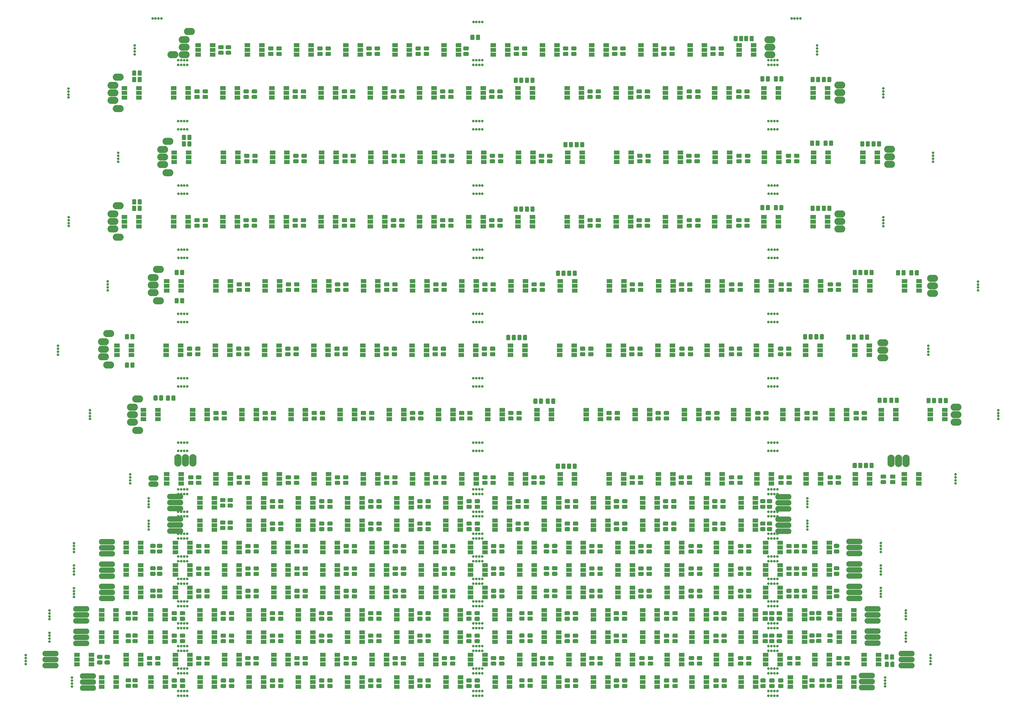
<source format=gbr>
G04 #@! TF.GenerationSoftware,KiCad,Pcbnew,(5.1.0-0)*
G04 #@! TF.CreationDate,2019-04-18T11:47:57-07:00*
G04 #@! TF.ProjectId,Panel2,50616e65-6c32-42e6-9b69-6361645f7063,rev?*
G04 #@! TF.SameCoordinates,Original*
G04 #@! TF.FileFunction,Soldermask,Top*
G04 #@! TF.FilePolarity,Negative*
%FSLAX46Y46*%
G04 Gerber Fmt 4.6, Leading zero omitted, Abs format (unit mm)*
G04 Created by KiCad (PCBNEW (5.1.0-0)) date 2019-04-18 11:47:57*
%MOMM*%
%LPD*%
G04 APERTURE LIST*
%ADD10C,0.900000*%
%ADD11C,0.050000*%
%ADD12C,1.375000*%
%ADD13R,1.900000X1.400000*%
%ADD14O,3.702000X2.432000*%
%ADD15O,5.480000X1.924000*%
%ADD16O,2.432000X4.210000*%
%ADD17O,3.448000X1.924000*%
G04 APERTURE END LIST*
D10*
X39721201Y-248268822D03*
X39721201Y-247268822D03*
X39721201Y-249268822D03*
X39721201Y-250268822D03*
X24021201Y-240668822D03*
X24021201Y-239668822D03*
X24021201Y-241668822D03*
X24021201Y-242668822D03*
X32071201Y-233068822D03*
X32071201Y-232068822D03*
X32071201Y-234068822D03*
X32071201Y-235068822D03*
X32071201Y-225468822D03*
X32071201Y-224468822D03*
X32071201Y-226468822D03*
X32071201Y-227468822D03*
X40371201Y-217918822D03*
X40371201Y-216918822D03*
X40371201Y-218918822D03*
X40371201Y-219918822D03*
X40371201Y-210268822D03*
X40371201Y-209268822D03*
X40371201Y-211268822D03*
X40371201Y-212268822D03*
X40371201Y-202668822D03*
X40371201Y-201668822D03*
X40371201Y-203668822D03*
X40371201Y-204668822D03*
X65721201Y-195068822D03*
X65721201Y-194068822D03*
X65721201Y-196068822D03*
X65721201Y-197068822D03*
X65671201Y-187468822D03*
X65671201Y-186468822D03*
X65671201Y-188468822D03*
X65671201Y-189468822D03*
X59421201Y-179368822D03*
X59421201Y-178368822D03*
X59421201Y-180368822D03*
X59421201Y-181368822D03*
X45821201Y-157568822D03*
X45821201Y-156568822D03*
X45821201Y-158568822D03*
X45821201Y-159568822D03*
X34971201Y-135768822D03*
X34971201Y-134768822D03*
X34971201Y-136768822D03*
X34971201Y-137768822D03*
X51821201Y-113918822D03*
X51821201Y-112918822D03*
X51821201Y-114918822D03*
X51821201Y-115918822D03*
X38571201Y-92118822D03*
X38571201Y-91118822D03*
X38571201Y-93118822D03*
X38571201Y-94118822D03*
X55371201Y-70318822D03*
X55371201Y-69318822D03*
X55371201Y-71318822D03*
X55371201Y-72318822D03*
X38521201Y-48518822D03*
X38521201Y-47518822D03*
X38521201Y-49518822D03*
X38521201Y-50518822D03*
X60971201Y-33918822D03*
X60971201Y-32918822D03*
X60971201Y-34918822D03*
X60971201Y-35918822D03*
X176718822Y-24878799D03*
X175718822Y-24878799D03*
X177718822Y-24878799D03*
X178718822Y-24878799D03*
X292171201Y-33918822D03*
X292171201Y-32918822D03*
X292171201Y-34918822D03*
X292171201Y-35918822D03*
X314621201Y-48468822D03*
X314621201Y-47468822D03*
X314621201Y-49468822D03*
X314621201Y-50468822D03*
X331471201Y-70318822D03*
X331471201Y-69318822D03*
X331471201Y-71318822D03*
X331471201Y-72318822D03*
X314621201Y-92168822D03*
X314621201Y-91168822D03*
X314621201Y-93168822D03*
X314621201Y-94168822D03*
X346700000Y-115950000D03*
X346700000Y-114950000D03*
X346700000Y-112950000D03*
X346700000Y-113950000D03*
X329850000Y-137750000D03*
X329850000Y-136750000D03*
X329850000Y-134750000D03*
X329850000Y-135750000D03*
X353550000Y-159550000D03*
X353550000Y-158550000D03*
X353550000Y-156550000D03*
X353550000Y-157550000D03*
X339050000Y-181350000D03*
X339050000Y-180350000D03*
X339050000Y-178350000D03*
X339050000Y-179350000D03*
X288850000Y-189450000D03*
X288850000Y-188450000D03*
X288850000Y-186450000D03*
X288850000Y-187450000D03*
X288850000Y-197050000D03*
X288850000Y-196050000D03*
X288850000Y-194050000D03*
X288850000Y-195050000D03*
X313750000Y-204650000D03*
X313750000Y-203650000D03*
X313750000Y-201650000D03*
X313750000Y-202650000D03*
X313750000Y-212250000D03*
X313750000Y-211250000D03*
X313750000Y-209250000D03*
X313750000Y-210250000D03*
X313750000Y-219850000D03*
X313750000Y-218850000D03*
X313750000Y-216850000D03*
X313750000Y-217850000D03*
X322250000Y-227450000D03*
X322250000Y-226450000D03*
X322250000Y-224450000D03*
X322250000Y-225450000D03*
X322250000Y-233050000D03*
X322250000Y-232050000D03*
X322250000Y-234050000D03*
X322250000Y-235050000D03*
X315200000Y-250250000D03*
X315200000Y-249250000D03*
X315200000Y-247250000D03*
X315200000Y-248250000D03*
X330600000Y-240650000D03*
X330600000Y-239650000D03*
X330600000Y-241650000D03*
X330600000Y-242650000D03*
X275700000Y-167550000D03*
X276700000Y-167550000D03*
X278700000Y-167550000D03*
X277700000Y-167550000D03*
X277700000Y-170350000D03*
X278700000Y-170350000D03*
X276700000Y-170350000D03*
X275700000Y-170350000D03*
X75700000Y-167550000D03*
X76700000Y-167550000D03*
X78700000Y-167550000D03*
X77700000Y-167550000D03*
X77700000Y-170350000D03*
X78700000Y-170350000D03*
X76700000Y-170350000D03*
X75700000Y-170350000D03*
X177700000Y-170350000D03*
X178700000Y-170350000D03*
X176700000Y-170350000D03*
X175700000Y-170350000D03*
X175700000Y-167550000D03*
X176700000Y-167550000D03*
X178700000Y-167550000D03*
X177700000Y-167550000D03*
X275700000Y-145750000D03*
X276700000Y-145750000D03*
X278700000Y-145750000D03*
X277700000Y-145750000D03*
X277700000Y-148550000D03*
X278700000Y-148550000D03*
X276700000Y-148550000D03*
X275700000Y-148550000D03*
X75700000Y-145750000D03*
X76700000Y-145750000D03*
X78700000Y-145750000D03*
X77700000Y-145750000D03*
X77700000Y-148550000D03*
X78700000Y-148550000D03*
X76700000Y-148550000D03*
X75700000Y-148550000D03*
X177700000Y-148550000D03*
X178700000Y-148550000D03*
X176700000Y-148550000D03*
X175700000Y-148550000D03*
X175700000Y-145750000D03*
X176700000Y-145750000D03*
X178700000Y-145750000D03*
X177700000Y-145750000D03*
X275700000Y-123900000D03*
X276700000Y-123900000D03*
X278700000Y-123900000D03*
X277700000Y-123900000D03*
X277700000Y-126700000D03*
X278700000Y-126700000D03*
X276700000Y-126700000D03*
X275700000Y-126700000D03*
X75700000Y-123900000D03*
X76700000Y-123900000D03*
X78700000Y-123900000D03*
X77700000Y-123900000D03*
X77700000Y-126700000D03*
X78700000Y-126700000D03*
X76700000Y-126700000D03*
X75700000Y-126700000D03*
X177700000Y-126700000D03*
X178700000Y-126700000D03*
X176700000Y-126700000D03*
X175700000Y-126700000D03*
X175700000Y-123900000D03*
X176700000Y-123900000D03*
X178700000Y-123900000D03*
X177700000Y-123900000D03*
X275750000Y-102150000D03*
X276750000Y-102150000D03*
X278750000Y-102150000D03*
X277750000Y-102150000D03*
X277750000Y-104950000D03*
X278750000Y-104950000D03*
X276750000Y-104950000D03*
X275750000Y-104950000D03*
X75750000Y-102150000D03*
X76750000Y-102150000D03*
X78750000Y-102150000D03*
X77750000Y-102150000D03*
X77750000Y-104950000D03*
X78750000Y-104950000D03*
X76750000Y-104950000D03*
X75750000Y-104950000D03*
X177750000Y-104950000D03*
X178750000Y-104950000D03*
X176750000Y-104950000D03*
X175750000Y-104950000D03*
X175750000Y-102150000D03*
X176750000Y-102150000D03*
X178750000Y-102150000D03*
X177750000Y-102150000D03*
X275750000Y-80350000D03*
X276750000Y-80350000D03*
X278750000Y-80350000D03*
X277750000Y-80350000D03*
X277750000Y-83150000D03*
X278750000Y-83150000D03*
X276750000Y-83150000D03*
X275750000Y-83150000D03*
X75750000Y-80350000D03*
X76750000Y-80350000D03*
X78750000Y-80350000D03*
X77750000Y-80350000D03*
X77750000Y-83150000D03*
X78750000Y-83150000D03*
X76750000Y-83150000D03*
X75750000Y-83150000D03*
X177750000Y-83150000D03*
X178750000Y-83150000D03*
X176750000Y-83150000D03*
X175750000Y-83150000D03*
X175750000Y-80350000D03*
X176750000Y-80350000D03*
X178750000Y-80350000D03*
X177750000Y-80350000D03*
X177700000Y-251800000D03*
X178700000Y-251800000D03*
X176700000Y-251800000D03*
X175700000Y-251800000D03*
X175700000Y-253400000D03*
X176700000Y-253400000D03*
X178700000Y-253400000D03*
X177700000Y-253400000D03*
X275700000Y-253400000D03*
X276700000Y-253400000D03*
X278700000Y-253400000D03*
X277700000Y-253400000D03*
X277700000Y-251800000D03*
X278700000Y-251800000D03*
X276700000Y-251800000D03*
X275700000Y-251800000D03*
X77700000Y-251800000D03*
X78700000Y-251800000D03*
X76700000Y-251800000D03*
X75700000Y-251800000D03*
X75700000Y-253400000D03*
X76700000Y-253400000D03*
X78700000Y-253400000D03*
X77700000Y-253400000D03*
X177700000Y-244200000D03*
X178700000Y-244200000D03*
X176700000Y-244200000D03*
X175700000Y-244200000D03*
X175700000Y-245800000D03*
X176700000Y-245800000D03*
X178700000Y-245800000D03*
X177700000Y-245800000D03*
X275700000Y-245800000D03*
X276700000Y-245800000D03*
X278700000Y-245800000D03*
X277700000Y-245800000D03*
X277700000Y-244200000D03*
X278700000Y-244200000D03*
X276700000Y-244200000D03*
X275700000Y-244200000D03*
X77700000Y-244200000D03*
X78700000Y-244200000D03*
X76700000Y-244200000D03*
X75700000Y-244200000D03*
X75700000Y-245800000D03*
X76700000Y-245800000D03*
X78700000Y-245800000D03*
X77700000Y-245800000D03*
X177700000Y-236600000D03*
X178700000Y-236600000D03*
X176700000Y-236600000D03*
X175700000Y-236600000D03*
X175700000Y-238200000D03*
X176700000Y-238200000D03*
X178700000Y-238200000D03*
X177700000Y-238200000D03*
X275700000Y-238200000D03*
X276700000Y-238200000D03*
X278700000Y-238200000D03*
X277700000Y-238200000D03*
X277700000Y-236600000D03*
X278700000Y-236600000D03*
X276700000Y-236600000D03*
X275700000Y-236600000D03*
X77700000Y-236600000D03*
X78700000Y-236600000D03*
X76700000Y-236600000D03*
X75700000Y-236600000D03*
X75700000Y-238200000D03*
X76700000Y-238200000D03*
X78700000Y-238200000D03*
X77700000Y-238200000D03*
X177700000Y-228900000D03*
X178700000Y-228900000D03*
X176700000Y-228900000D03*
X175700000Y-228900000D03*
X175700000Y-230500000D03*
X176700000Y-230500000D03*
X178700000Y-230500000D03*
X177700000Y-230500000D03*
X275700000Y-230500000D03*
X276700000Y-230500000D03*
X278700000Y-230500000D03*
X277700000Y-230500000D03*
X277700000Y-228900000D03*
X278700000Y-228900000D03*
X276700000Y-228900000D03*
X275700000Y-228900000D03*
X77700000Y-228900000D03*
X78700000Y-228900000D03*
X76700000Y-228900000D03*
X75700000Y-228900000D03*
X75700000Y-230500000D03*
X76700000Y-230500000D03*
X78700000Y-230500000D03*
X77700000Y-230500000D03*
X177700000Y-221400000D03*
X178700000Y-221400000D03*
X176700000Y-221400000D03*
X175700000Y-221400000D03*
X175700000Y-223000000D03*
X176700000Y-223000000D03*
X178700000Y-223000000D03*
X177700000Y-223000000D03*
X275700000Y-223000000D03*
X276700000Y-223000000D03*
X278700000Y-223000000D03*
X277700000Y-223000000D03*
X277700000Y-221400000D03*
X278700000Y-221400000D03*
X276700000Y-221400000D03*
X275700000Y-221400000D03*
X77700000Y-221400000D03*
X78700000Y-221400000D03*
X76700000Y-221400000D03*
X75700000Y-221400000D03*
X75700000Y-223000000D03*
X76700000Y-223000000D03*
X78700000Y-223000000D03*
X77700000Y-223000000D03*
X177700000Y-213800000D03*
X178700000Y-213800000D03*
X176700000Y-213800000D03*
X175700000Y-213800000D03*
X175700000Y-215400000D03*
X176700000Y-215400000D03*
X178700000Y-215400000D03*
X177700000Y-215400000D03*
X275700000Y-215400000D03*
X276700000Y-215400000D03*
X278700000Y-215400000D03*
X277700000Y-215400000D03*
X277700000Y-213800000D03*
X278700000Y-213800000D03*
X276700000Y-213800000D03*
X275700000Y-213800000D03*
X77700000Y-213800000D03*
X78700000Y-213800000D03*
X76700000Y-213800000D03*
X75700000Y-213800000D03*
X75700000Y-215400000D03*
X76700000Y-215400000D03*
X78700000Y-215400000D03*
X77700000Y-215400000D03*
X177700000Y-206200000D03*
X178700000Y-206200000D03*
X176700000Y-206200000D03*
X175700000Y-206200000D03*
X175700000Y-207800000D03*
X176700000Y-207800000D03*
X178700000Y-207800000D03*
X177700000Y-207800000D03*
X275700000Y-207800000D03*
X276700000Y-207800000D03*
X278700000Y-207800000D03*
X277700000Y-207800000D03*
X277700000Y-206200000D03*
X278700000Y-206200000D03*
X276700000Y-206200000D03*
X275700000Y-206200000D03*
X77700000Y-206200000D03*
X78700000Y-206200000D03*
X76700000Y-206200000D03*
X75700000Y-206200000D03*
X75700000Y-207800000D03*
X76700000Y-207800000D03*
X78700000Y-207800000D03*
X77700000Y-207800000D03*
X177700000Y-198500000D03*
X178700000Y-198500000D03*
X176700000Y-198500000D03*
X175700000Y-198500000D03*
X175700000Y-200100000D03*
X176700000Y-200100000D03*
X178700000Y-200100000D03*
X177700000Y-200100000D03*
X275700000Y-200100000D03*
X276700000Y-200100000D03*
X278700000Y-200100000D03*
X277700000Y-200100000D03*
X277700000Y-198500000D03*
X278700000Y-198500000D03*
X276700000Y-198500000D03*
X275700000Y-198500000D03*
X77700000Y-198500000D03*
X78700000Y-198500000D03*
X76700000Y-198500000D03*
X75700000Y-198500000D03*
X75700000Y-200100000D03*
X76700000Y-200100000D03*
X78700000Y-200100000D03*
X77700000Y-200100000D03*
X177700000Y-191000000D03*
X178700000Y-191000000D03*
X176700000Y-191000000D03*
X175700000Y-191000000D03*
X175700000Y-192600000D03*
X176700000Y-192600000D03*
X178700000Y-192600000D03*
X177700000Y-192600000D03*
X275700000Y-192600000D03*
X276700000Y-192600000D03*
X278700000Y-192600000D03*
X277700000Y-192600000D03*
X277700000Y-191000000D03*
X278700000Y-191000000D03*
X276700000Y-191000000D03*
X275700000Y-191000000D03*
X77700000Y-191000000D03*
X78700000Y-191000000D03*
X76700000Y-191000000D03*
X75700000Y-191000000D03*
X75700000Y-192600000D03*
X76700000Y-192600000D03*
X78700000Y-192600000D03*
X77700000Y-192600000D03*
X177700000Y-183400000D03*
X178700000Y-183400000D03*
X176700000Y-183400000D03*
X175700000Y-183400000D03*
X175700000Y-185000000D03*
X176700000Y-185000000D03*
X178700000Y-185000000D03*
X177700000Y-185000000D03*
X275700000Y-185000000D03*
X276700000Y-185000000D03*
X278700000Y-185000000D03*
X277700000Y-185000000D03*
X277700000Y-183400000D03*
X278700000Y-183400000D03*
X276700000Y-183400000D03*
X275700000Y-183400000D03*
X77700000Y-183400000D03*
X78700000Y-183400000D03*
X76700000Y-183400000D03*
X75700000Y-183400000D03*
X75700000Y-185000000D03*
X76700000Y-185000000D03*
X78700000Y-185000000D03*
X77700000Y-185000000D03*
X177700000Y-58500000D03*
X178700000Y-58500000D03*
X176700000Y-58500000D03*
X175700000Y-58500000D03*
X175700000Y-61300000D03*
X176700000Y-61300000D03*
X178700000Y-61300000D03*
X177700000Y-61300000D03*
X275700000Y-61300000D03*
X276700000Y-61300000D03*
X278700000Y-61300000D03*
X277700000Y-61300000D03*
X277700000Y-58500000D03*
X278700000Y-58500000D03*
X276700000Y-58500000D03*
X275700000Y-58500000D03*
X77700000Y-58500000D03*
X78700000Y-58500000D03*
X76700000Y-58500000D03*
X75700000Y-58500000D03*
X75700000Y-61300000D03*
X76700000Y-61300000D03*
X78700000Y-61300000D03*
X77700000Y-61300000D03*
X75700000Y-37900000D03*
X76700000Y-37900000D03*
X78700000Y-37900000D03*
X77700000Y-37900000D03*
X77700000Y-39500000D03*
X78700000Y-39500000D03*
X76700000Y-39500000D03*
X75700000Y-39500000D03*
X175700000Y-37900000D03*
X176700000Y-37900000D03*
X178700000Y-37900000D03*
X177700000Y-37900000D03*
X177700000Y-39500000D03*
X178700000Y-39500000D03*
X176700000Y-39500000D03*
X175700000Y-39500000D03*
X275700000Y-37900000D03*
X276700000Y-37900000D03*
X278700000Y-37900000D03*
X277700000Y-37900000D03*
X277700000Y-39500000D03*
X278700000Y-39500000D03*
X276700000Y-39500000D03*
X275700000Y-39500000D03*
X285500000Y-23700000D03*
X286500000Y-23700000D03*
X284500000Y-23700000D03*
X283500000Y-23700000D03*
X67000000Y-23700000D03*
X68000000Y-23700000D03*
X70000000Y-23700000D03*
X69000000Y-23700000D03*
D11*
G36*
X270390943Y-29640655D02*
G01*
X270424312Y-29645605D01*
X270457035Y-29653802D01*
X270488797Y-29665166D01*
X270519293Y-29679590D01*
X270548227Y-29696932D01*
X270575323Y-29717028D01*
X270600318Y-29739682D01*
X270622972Y-29764677D01*
X270643068Y-29791773D01*
X270660410Y-29820707D01*
X270674834Y-29851203D01*
X270686198Y-29882965D01*
X270694395Y-29915688D01*
X270699345Y-29949057D01*
X270701000Y-29982750D01*
X270701000Y-31095250D01*
X270699345Y-31128943D01*
X270694395Y-31162312D01*
X270686198Y-31195035D01*
X270674834Y-31226797D01*
X270660410Y-31257293D01*
X270643068Y-31286227D01*
X270622972Y-31313323D01*
X270600318Y-31338318D01*
X270575323Y-31360972D01*
X270548227Y-31381068D01*
X270519293Y-31398410D01*
X270488797Y-31412834D01*
X270457035Y-31424198D01*
X270424312Y-31432395D01*
X270390943Y-31437345D01*
X270357250Y-31439000D01*
X269669750Y-31439000D01*
X269636057Y-31437345D01*
X269602688Y-31432395D01*
X269569965Y-31424198D01*
X269538203Y-31412834D01*
X269507707Y-31398410D01*
X269478773Y-31381068D01*
X269451677Y-31360972D01*
X269426682Y-31338318D01*
X269404028Y-31313323D01*
X269383932Y-31286227D01*
X269366590Y-31257293D01*
X269352166Y-31226797D01*
X269340802Y-31195035D01*
X269332605Y-31162312D01*
X269327655Y-31128943D01*
X269326000Y-31095250D01*
X269326000Y-29982750D01*
X269327655Y-29949057D01*
X269332605Y-29915688D01*
X269340802Y-29882965D01*
X269352166Y-29851203D01*
X269366590Y-29820707D01*
X269383932Y-29791773D01*
X269404028Y-29764677D01*
X269426682Y-29739682D01*
X269451677Y-29717028D01*
X269478773Y-29696932D01*
X269507707Y-29679590D01*
X269538203Y-29665166D01*
X269569965Y-29653802D01*
X269602688Y-29645605D01*
X269636057Y-29640655D01*
X269669750Y-29639000D01*
X270357250Y-29639000D01*
X270390943Y-29640655D01*
X270390943Y-29640655D01*
G37*
D12*
X270013500Y-30539000D03*
D11*
G36*
X268515943Y-29640655D02*
G01*
X268549312Y-29645605D01*
X268582035Y-29653802D01*
X268613797Y-29665166D01*
X268644293Y-29679590D01*
X268673227Y-29696932D01*
X268700323Y-29717028D01*
X268725318Y-29739682D01*
X268747972Y-29764677D01*
X268768068Y-29791773D01*
X268785410Y-29820707D01*
X268799834Y-29851203D01*
X268811198Y-29882965D01*
X268819395Y-29915688D01*
X268824345Y-29949057D01*
X268826000Y-29982750D01*
X268826000Y-31095250D01*
X268824345Y-31128943D01*
X268819395Y-31162312D01*
X268811198Y-31195035D01*
X268799834Y-31226797D01*
X268785410Y-31257293D01*
X268768068Y-31286227D01*
X268747972Y-31313323D01*
X268725318Y-31338318D01*
X268700323Y-31360972D01*
X268673227Y-31381068D01*
X268644293Y-31398410D01*
X268613797Y-31412834D01*
X268582035Y-31424198D01*
X268549312Y-31432395D01*
X268515943Y-31437345D01*
X268482250Y-31439000D01*
X267794750Y-31439000D01*
X267761057Y-31437345D01*
X267727688Y-31432395D01*
X267694965Y-31424198D01*
X267663203Y-31412834D01*
X267632707Y-31398410D01*
X267603773Y-31381068D01*
X267576677Y-31360972D01*
X267551682Y-31338318D01*
X267529028Y-31313323D01*
X267508932Y-31286227D01*
X267491590Y-31257293D01*
X267477166Y-31226797D01*
X267465802Y-31195035D01*
X267457605Y-31162312D01*
X267452655Y-31128943D01*
X267451000Y-31095250D01*
X267451000Y-29982750D01*
X267452655Y-29949057D01*
X267457605Y-29915688D01*
X267465802Y-29882965D01*
X267477166Y-29851203D01*
X267491590Y-29820707D01*
X267508932Y-29791773D01*
X267529028Y-29764677D01*
X267551682Y-29739682D01*
X267576677Y-29717028D01*
X267603773Y-29696932D01*
X267632707Y-29679590D01*
X267663203Y-29665166D01*
X267694965Y-29653802D01*
X267727688Y-29645605D01*
X267761057Y-29640655D01*
X267794750Y-29639000D01*
X268482250Y-29639000D01*
X268515943Y-29640655D01*
X268515943Y-29640655D01*
G37*
D12*
X268138500Y-30539000D03*
D11*
G36*
X226970831Y-35060155D02*
G01*
X227004200Y-35065105D01*
X227036923Y-35073302D01*
X227068685Y-35084666D01*
X227099181Y-35099090D01*
X227128115Y-35116432D01*
X227155211Y-35136528D01*
X227180206Y-35159182D01*
X227202860Y-35184177D01*
X227222956Y-35211273D01*
X227240298Y-35240207D01*
X227254722Y-35270703D01*
X227266086Y-35302465D01*
X227274283Y-35335188D01*
X227279233Y-35368557D01*
X227280888Y-35402250D01*
X227280888Y-36089750D01*
X227279233Y-36123443D01*
X227274283Y-36156812D01*
X227266086Y-36189535D01*
X227254722Y-36221297D01*
X227240298Y-36251793D01*
X227222956Y-36280727D01*
X227202860Y-36307823D01*
X227180206Y-36332818D01*
X227155211Y-36355472D01*
X227128115Y-36375568D01*
X227099181Y-36392910D01*
X227068685Y-36407334D01*
X227036923Y-36418698D01*
X227004200Y-36426895D01*
X226970831Y-36431845D01*
X226937138Y-36433500D01*
X225824638Y-36433500D01*
X225790945Y-36431845D01*
X225757576Y-36426895D01*
X225724853Y-36418698D01*
X225693091Y-36407334D01*
X225662595Y-36392910D01*
X225633661Y-36375568D01*
X225606565Y-36355472D01*
X225581570Y-36332818D01*
X225558916Y-36307823D01*
X225538820Y-36280727D01*
X225521478Y-36251793D01*
X225507054Y-36221297D01*
X225495690Y-36189535D01*
X225487493Y-36156812D01*
X225482543Y-36123443D01*
X225480888Y-36089750D01*
X225480888Y-35402250D01*
X225482543Y-35368557D01*
X225487493Y-35335188D01*
X225495690Y-35302465D01*
X225507054Y-35270703D01*
X225521478Y-35240207D01*
X225538820Y-35211273D01*
X225558916Y-35184177D01*
X225581570Y-35159182D01*
X225606565Y-35136528D01*
X225633661Y-35116432D01*
X225662595Y-35099090D01*
X225693091Y-35084666D01*
X225724853Y-35073302D01*
X225757576Y-35065105D01*
X225790945Y-35060155D01*
X225824638Y-35058500D01*
X226937138Y-35058500D01*
X226970831Y-35060155D01*
X226970831Y-35060155D01*
G37*
D12*
X226380888Y-35746000D03*
D11*
G36*
X226970831Y-33185155D02*
G01*
X227004200Y-33190105D01*
X227036923Y-33198302D01*
X227068685Y-33209666D01*
X227099181Y-33224090D01*
X227128115Y-33241432D01*
X227155211Y-33261528D01*
X227180206Y-33284182D01*
X227202860Y-33309177D01*
X227222956Y-33336273D01*
X227240298Y-33365207D01*
X227254722Y-33395703D01*
X227266086Y-33427465D01*
X227274283Y-33460188D01*
X227279233Y-33493557D01*
X227280888Y-33527250D01*
X227280888Y-34214750D01*
X227279233Y-34248443D01*
X227274283Y-34281812D01*
X227266086Y-34314535D01*
X227254722Y-34346297D01*
X227240298Y-34376793D01*
X227222956Y-34405727D01*
X227202860Y-34432823D01*
X227180206Y-34457818D01*
X227155211Y-34480472D01*
X227128115Y-34500568D01*
X227099181Y-34517910D01*
X227068685Y-34532334D01*
X227036923Y-34543698D01*
X227004200Y-34551895D01*
X226970831Y-34556845D01*
X226937138Y-34558500D01*
X225824638Y-34558500D01*
X225790945Y-34556845D01*
X225757576Y-34551895D01*
X225724853Y-34543698D01*
X225693091Y-34532334D01*
X225662595Y-34517910D01*
X225633661Y-34500568D01*
X225606565Y-34480472D01*
X225581570Y-34457818D01*
X225558916Y-34432823D01*
X225538820Y-34405727D01*
X225521478Y-34376793D01*
X225507054Y-34346297D01*
X225495690Y-34314535D01*
X225487493Y-34281812D01*
X225482543Y-34248443D01*
X225480888Y-34214750D01*
X225480888Y-33527250D01*
X225482543Y-33493557D01*
X225487493Y-33460188D01*
X225495690Y-33427465D01*
X225507054Y-33395703D01*
X225521478Y-33365207D01*
X225538820Y-33336273D01*
X225558916Y-33309177D01*
X225581570Y-33284182D01*
X225606565Y-33261528D01*
X225633661Y-33241432D01*
X225662595Y-33224090D01*
X225693091Y-33209666D01*
X225724853Y-33198302D01*
X225757576Y-33190105D01*
X225790945Y-33185155D01*
X225824638Y-33183500D01*
X226937138Y-33183500D01*
X226970831Y-33185155D01*
X226970831Y-33185155D01*
G37*
D12*
X226380888Y-33871000D03*
D11*
G36*
X210324595Y-35060155D02*
G01*
X210357964Y-35065105D01*
X210390687Y-35073302D01*
X210422449Y-35084666D01*
X210452945Y-35099090D01*
X210481879Y-35116432D01*
X210508975Y-35136528D01*
X210533970Y-35159182D01*
X210556624Y-35184177D01*
X210576720Y-35211273D01*
X210594062Y-35240207D01*
X210608486Y-35270703D01*
X210619850Y-35302465D01*
X210628047Y-35335188D01*
X210632997Y-35368557D01*
X210634652Y-35402250D01*
X210634652Y-36089750D01*
X210632997Y-36123443D01*
X210628047Y-36156812D01*
X210619850Y-36189535D01*
X210608486Y-36221297D01*
X210594062Y-36251793D01*
X210576720Y-36280727D01*
X210556624Y-36307823D01*
X210533970Y-36332818D01*
X210508975Y-36355472D01*
X210481879Y-36375568D01*
X210452945Y-36392910D01*
X210422449Y-36407334D01*
X210390687Y-36418698D01*
X210357964Y-36426895D01*
X210324595Y-36431845D01*
X210290902Y-36433500D01*
X209178402Y-36433500D01*
X209144709Y-36431845D01*
X209111340Y-36426895D01*
X209078617Y-36418698D01*
X209046855Y-36407334D01*
X209016359Y-36392910D01*
X208987425Y-36375568D01*
X208960329Y-36355472D01*
X208935334Y-36332818D01*
X208912680Y-36307823D01*
X208892584Y-36280727D01*
X208875242Y-36251793D01*
X208860818Y-36221297D01*
X208849454Y-36189535D01*
X208841257Y-36156812D01*
X208836307Y-36123443D01*
X208834652Y-36089750D01*
X208834652Y-35402250D01*
X208836307Y-35368557D01*
X208841257Y-35335188D01*
X208849454Y-35302465D01*
X208860818Y-35270703D01*
X208875242Y-35240207D01*
X208892584Y-35211273D01*
X208912680Y-35184177D01*
X208935334Y-35159182D01*
X208960329Y-35136528D01*
X208987425Y-35116432D01*
X209016359Y-35099090D01*
X209046855Y-35084666D01*
X209078617Y-35073302D01*
X209111340Y-35065105D01*
X209144709Y-35060155D01*
X209178402Y-35058500D01*
X210290902Y-35058500D01*
X210324595Y-35060155D01*
X210324595Y-35060155D01*
G37*
D12*
X209734652Y-35746000D03*
D11*
G36*
X210324595Y-33185155D02*
G01*
X210357964Y-33190105D01*
X210390687Y-33198302D01*
X210422449Y-33209666D01*
X210452945Y-33224090D01*
X210481879Y-33241432D01*
X210508975Y-33261528D01*
X210533970Y-33284182D01*
X210556624Y-33309177D01*
X210576720Y-33336273D01*
X210594062Y-33365207D01*
X210608486Y-33395703D01*
X210619850Y-33427465D01*
X210628047Y-33460188D01*
X210632997Y-33493557D01*
X210634652Y-33527250D01*
X210634652Y-34214750D01*
X210632997Y-34248443D01*
X210628047Y-34281812D01*
X210619850Y-34314535D01*
X210608486Y-34346297D01*
X210594062Y-34376793D01*
X210576720Y-34405727D01*
X210556624Y-34432823D01*
X210533970Y-34457818D01*
X210508975Y-34480472D01*
X210481879Y-34500568D01*
X210452945Y-34517910D01*
X210422449Y-34532334D01*
X210390687Y-34543698D01*
X210357964Y-34551895D01*
X210324595Y-34556845D01*
X210290902Y-34558500D01*
X209178402Y-34558500D01*
X209144709Y-34556845D01*
X209111340Y-34551895D01*
X209078617Y-34543698D01*
X209046855Y-34532334D01*
X209016359Y-34517910D01*
X208987425Y-34500568D01*
X208960329Y-34480472D01*
X208935334Y-34457818D01*
X208912680Y-34432823D01*
X208892584Y-34405727D01*
X208875242Y-34376793D01*
X208860818Y-34346297D01*
X208849454Y-34314535D01*
X208841257Y-34281812D01*
X208836307Y-34248443D01*
X208834652Y-34214750D01*
X208834652Y-33527250D01*
X208836307Y-33493557D01*
X208841257Y-33460188D01*
X208849454Y-33427465D01*
X208860818Y-33395703D01*
X208875242Y-33365207D01*
X208892584Y-33336273D01*
X208912680Y-33309177D01*
X208935334Y-33284182D01*
X208960329Y-33261528D01*
X208987425Y-33241432D01*
X209016359Y-33224090D01*
X209046855Y-33209666D01*
X209078617Y-33198302D01*
X209111340Y-33190105D01*
X209144709Y-33185155D01*
X209178402Y-33183500D01*
X210290902Y-33183500D01*
X210324595Y-33185155D01*
X210324595Y-33185155D01*
G37*
D12*
X209734652Y-33871000D03*
D11*
G36*
X93292943Y-34679155D02*
G01*
X93326312Y-34684105D01*
X93359035Y-34692302D01*
X93390797Y-34703666D01*
X93421293Y-34718090D01*
X93450227Y-34735432D01*
X93477323Y-34755528D01*
X93502318Y-34778182D01*
X93524972Y-34803177D01*
X93545068Y-34830273D01*
X93562410Y-34859207D01*
X93576834Y-34889703D01*
X93588198Y-34921465D01*
X93596395Y-34954188D01*
X93601345Y-34987557D01*
X93603000Y-35021250D01*
X93603000Y-35708750D01*
X93601345Y-35742443D01*
X93596395Y-35775812D01*
X93588198Y-35808535D01*
X93576834Y-35840297D01*
X93562410Y-35870793D01*
X93545068Y-35899727D01*
X93524972Y-35926823D01*
X93502318Y-35951818D01*
X93477323Y-35974472D01*
X93450227Y-35994568D01*
X93421293Y-36011910D01*
X93390797Y-36026334D01*
X93359035Y-36037698D01*
X93326312Y-36045895D01*
X93292943Y-36050845D01*
X93259250Y-36052500D01*
X92146750Y-36052500D01*
X92113057Y-36050845D01*
X92079688Y-36045895D01*
X92046965Y-36037698D01*
X92015203Y-36026334D01*
X91984707Y-36011910D01*
X91955773Y-35994568D01*
X91928677Y-35974472D01*
X91903682Y-35951818D01*
X91881028Y-35926823D01*
X91860932Y-35899727D01*
X91843590Y-35870793D01*
X91829166Y-35840297D01*
X91817802Y-35808535D01*
X91809605Y-35775812D01*
X91804655Y-35742443D01*
X91803000Y-35708750D01*
X91803000Y-35021250D01*
X91804655Y-34987557D01*
X91809605Y-34954188D01*
X91817802Y-34921465D01*
X91829166Y-34889703D01*
X91843590Y-34859207D01*
X91860932Y-34830273D01*
X91881028Y-34803177D01*
X91903682Y-34778182D01*
X91928677Y-34755528D01*
X91955773Y-34735432D01*
X91984707Y-34718090D01*
X92015203Y-34703666D01*
X92046965Y-34692302D01*
X92079688Y-34684105D01*
X92113057Y-34679155D01*
X92146750Y-34677500D01*
X93259250Y-34677500D01*
X93292943Y-34679155D01*
X93292943Y-34679155D01*
G37*
D12*
X92703000Y-35365000D03*
D11*
G36*
X93292943Y-32804155D02*
G01*
X93326312Y-32809105D01*
X93359035Y-32817302D01*
X93390797Y-32828666D01*
X93421293Y-32843090D01*
X93450227Y-32860432D01*
X93477323Y-32880528D01*
X93502318Y-32903182D01*
X93524972Y-32928177D01*
X93545068Y-32955273D01*
X93562410Y-32984207D01*
X93576834Y-33014703D01*
X93588198Y-33046465D01*
X93596395Y-33079188D01*
X93601345Y-33112557D01*
X93603000Y-33146250D01*
X93603000Y-33833750D01*
X93601345Y-33867443D01*
X93596395Y-33900812D01*
X93588198Y-33933535D01*
X93576834Y-33965297D01*
X93562410Y-33995793D01*
X93545068Y-34024727D01*
X93524972Y-34051823D01*
X93502318Y-34076818D01*
X93477323Y-34099472D01*
X93450227Y-34119568D01*
X93421293Y-34136910D01*
X93390797Y-34151334D01*
X93359035Y-34162698D01*
X93326312Y-34170895D01*
X93292943Y-34175845D01*
X93259250Y-34177500D01*
X92146750Y-34177500D01*
X92113057Y-34175845D01*
X92079688Y-34170895D01*
X92046965Y-34162698D01*
X92015203Y-34151334D01*
X91984707Y-34136910D01*
X91955773Y-34119568D01*
X91928677Y-34099472D01*
X91903682Y-34076818D01*
X91881028Y-34051823D01*
X91860932Y-34024727D01*
X91843590Y-33995793D01*
X91829166Y-33965297D01*
X91817802Y-33933535D01*
X91809605Y-33900812D01*
X91804655Y-33867443D01*
X91803000Y-33833750D01*
X91803000Y-33146250D01*
X91804655Y-33112557D01*
X91809605Y-33079188D01*
X91817802Y-33046465D01*
X91829166Y-33014703D01*
X91843590Y-32984207D01*
X91860932Y-32955273D01*
X91881028Y-32928177D01*
X91903682Y-32903182D01*
X91928677Y-32880528D01*
X91955773Y-32860432D01*
X91984707Y-32843090D01*
X92015203Y-32828666D01*
X92046965Y-32817302D01*
X92079688Y-32809105D01*
X92113057Y-32804155D01*
X92146750Y-32802500D01*
X93259250Y-32802500D01*
X93292943Y-32804155D01*
X93292943Y-32804155D01*
G37*
D12*
X92703000Y-33490000D03*
D11*
G36*
X110447179Y-35060155D02*
G01*
X110480548Y-35065105D01*
X110513271Y-35073302D01*
X110545033Y-35084666D01*
X110575529Y-35099090D01*
X110604463Y-35116432D01*
X110631559Y-35136528D01*
X110656554Y-35159182D01*
X110679208Y-35184177D01*
X110699304Y-35211273D01*
X110716646Y-35240207D01*
X110731070Y-35270703D01*
X110742434Y-35302465D01*
X110750631Y-35335188D01*
X110755581Y-35368557D01*
X110757236Y-35402250D01*
X110757236Y-36089750D01*
X110755581Y-36123443D01*
X110750631Y-36156812D01*
X110742434Y-36189535D01*
X110731070Y-36221297D01*
X110716646Y-36251793D01*
X110699304Y-36280727D01*
X110679208Y-36307823D01*
X110656554Y-36332818D01*
X110631559Y-36355472D01*
X110604463Y-36375568D01*
X110575529Y-36392910D01*
X110545033Y-36407334D01*
X110513271Y-36418698D01*
X110480548Y-36426895D01*
X110447179Y-36431845D01*
X110413486Y-36433500D01*
X109300986Y-36433500D01*
X109267293Y-36431845D01*
X109233924Y-36426895D01*
X109201201Y-36418698D01*
X109169439Y-36407334D01*
X109138943Y-36392910D01*
X109110009Y-36375568D01*
X109082913Y-36355472D01*
X109057918Y-36332818D01*
X109035264Y-36307823D01*
X109015168Y-36280727D01*
X108997826Y-36251793D01*
X108983402Y-36221297D01*
X108972038Y-36189535D01*
X108963841Y-36156812D01*
X108958891Y-36123443D01*
X108957236Y-36089750D01*
X108957236Y-35402250D01*
X108958891Y-35368557D01*
X108963841Y-35335188D01*
X108972038Y-35302465D01*
X108983402Y-35270703D01*
X108997826Y-35240207D01*
X109015168Y-35211273D01*
X109035264Y-35184177D01*
X109057918Y-35159182D01*
X109082913Y-35136528D01*
X109110009Y-35116432D01*
X109138943Y-35099090D01*
X109169439Y-35084666D01*
X109201201Y-35073302D01*
X109233924Y-35065105D01*
X109267293Y-35060155D01*
X109300986Y-35058500D01*
X110413486Y-35058500D01*
X110447179Y-35060155D01*
X110447179Y-35060155D01*
G37*
D12*
X109857236Y-35746000D03*
D11*
G36*
X110447179Y-33185155D02*
G01*
X110480548Y-33190105D01*
X110513271Y-33198302D01*
X110545033Y-33209666D01*
X110575529Y-33224090D01*
X110604463Y-33241432D01*
X110631559Y-33261528D01*
X110656554Y-33284182D01*
X110679208Y-33309177D01*
X110699304Y-33336273D01*
X110716646Y-33365207D01*
X110731070Y-33395703D01*
X110742434Y-33427465D01*
X110750631Y-33460188D01*
X110755581Y-33493557D01*
X110757236Y-33527250D01*
X110757236Y-34214750D01*
X110755581Y-34248443D01*
X110750631Y-34281812D01*
X110742434Y-34314535D01*
X110731070Y-34346297D01*
X110716646Y-34376793D01*
X110699304Y-34405727D01*
X110679208Y-34432823D01*
X110656554Y-34457818D01*
X110631559Y-34480472D01*
X110604463Y-34500568D01*
X110575529Y-34517910D01*
X110545033Y-34532334D01*
X110513271Y-34543698D01*
X110480548Y-34551895D01*
X110447179Y-34556845D01*
X110413486Y-34558500D01*
X109300986Y-34558500D01*
X109267293Y-34556845D01*
X109233924Y-34551895D01*
X109201201Y-34543698D01*
X109169439Y-34532334D01*
X109138943Y-34517910D01*
X109110009Y-34500568D01*
X109082913Y-34480472D01*
X109057918Y-34457818D01*
X109035264Y-34432823D01*
X109015168Y-34405727D01*
X108997826Y-34376793D01*
X108983402Y-34346297D01*
X108972038Y-34314535D01*
X108963841Y-34281812D01*
X108958891Y-34248443D01*
X108957236Y-34214750D01*
X108957236Y-33527250D01*
X108958891Y-33493557D01*
X108963841Y-33460188D01*
X108972038Y-33427465D01*
X108983402Y-33395703D01*
X108997826Y-33365207D01*
X109015168Y-33336273D01*
X109035264Y-33309177D01*
X109057918Y-33284182D01*
X109082913Y-33261528D01*
X109110009Y-33241432D01*
X109138943Y-33224090D01*
X109169439Y-33209666D01*
X109201201Y-33198302D01*
X109233924Y-33190105D01*
X109267293Y-33185155D01*
X109300986Y-33183500D01*
X110413486Y-33183500D01*
X110447179Y-33185155D01*
X110447179Y-33185155D01*
G37*
D12*
X109857236Y-33871000D03*
D11*
G36*
X127093415Y-35060155D02*
G01*
X127126784Y-35065105D01*
X127159507Y-35073302D01*
X127191269Y-35084666D01*
X127221765Y-35099090D01*
X127250699Y-35116432D01*
X127277795Y-35136528D01*
X127302790Y-35159182D01*
X127325444Y-35184177D01*
X127345540Y-35211273D01*
X127362882Y-35240207D01*
X127377306Y-35270703D01*
X127388670Y-35302465D01*
X127396867Y-35335188D01*
X127401817Y-35368557D01*
X127403472Y-35402250D01*
X127403472Y-36089750D01*
X127401817Y-36123443D01*
X127396867Y-36156812D01*
X127388670Y-36189535D01*
X127377306Y-36221297D01*
X127362882Y-36251793D01*
X127345540Y-36280727D01*
X127325444Y-36307823D01*
X127302790Y-36332818D01*
X127277795Y-36355472D01*
X127250699Y-36375568D01*
X127221765Y-36392910D01*
X127191269Y-36407334D01*
X127159507Y-36418698D01*
X127126784Y-36426895D01*
X127093415Y-36431845D01*
X127059722Y-36433500D01*
X125947222Y-36433500D01*
X125913529Y-36431845D01*
X125880160Y-36426895D01*
X125847437Y-36418698D01*
X125815675Y-36407334D01*
X125785179Y-36392910D01*
X125756245Y-36375568D01*
X125729149Y-36355472D01*
X125704154Y-36332818D01*
X125681500Y-36307823D01*
X125661404Y-36280727D01*
X125644062Y-36251793D01*
X125629638Y-36221297D01*
X125618274Y-36189535D01*
X125610077Y-36156812D01*
X125605127Y-36123443D01*
X125603472Y-36089750D01*
X125603472Y-35402250D01*
X125605127Y-35368557D01*
X125610077Y-35335188D01*
X125618274Y-35302465D01*
X125629638Y-35270703D01*
X125644062Y-35240207D01*
X125661404Y-35211273D01*
X125681500Y-35184177D01*
X125704154Y-35159182D01*
X125729149Y-35136528D01*
X125756245Y-35116432D01*
X125785179Y-35099090D01*
X125815675Y-35084666D01*
X125847437Y-35073302D01*
X125880160Y-35065105D01*
X125913529Y-35060155D01*
X125947222Y-35058500D01*
X127059722Y-35058500D01*
X127093415Y-35060155D01*
X127093415Y-35060155D01*
G37*
D12*
X126503472Y-35746000D03*
D11*
G36*
X127093415Y-33185155D02*
G01*
X127126784Y-33190105D01*
X127159507Y-33198302D01*
X127191269Y-33209666D01*
X127221765Y-33224090D01*
X127250699Y-33241432D01*
X127277795Y-33261528D01*
X127302790Y-33284182D01*
X127325444Y-33309177D01*
X127345540Y-33336273D01*
X127362882Y-33365207D01*
X127377306Y-33395703D01*
X127388670Y-33427465D01*
X127396867Y-33460188D01*
X127401817Y-33493557D01*
X127403472Y-33527250D01*
X127403472Y-34214750D01*
X127401817Y-34248443D01*
X127396867Y-34281812D01*
X127388670Y-34314535D01*
X127377306Y-34346297D01*
X127362882Y-34376793D01*
X127345540Y-34405727D01*
X127325444Y-34432823D01*
X127302790Y-34457818D01*
X127277795Y-34480472D01*
X127250699Y-34500568D01*
X127221765Y-34517910D01*
X127191269Y-34532334D01*
X127159507Y-34543698D01*
X127126784Y-34551895D01*
X127093415Y-34556845D01*
X127059722Y-34558500D01*
X125947222Y-34558500D01*
X125913529Y-34556845D01*
X125880160Y-34551895D01*
X125847437Y-34543698D01*
X125815675Y-34532334D01*
X125785179Y-34517910D01*
X125756245Y-34500568D01*
X125729149Y-34480472D01*
X125704154Y-34457818D01*
X125681500Y-34432823D01*
X125661404Y-34405727D01*
X125644062Y-34376793D01*
X125629638Y-34346297D01*
X125618274Y-34314535D01*
X125610077Y-34281812D01*
X125605127Y-34248443D01*
X125603472Y-34214750D01*
X125603472Y-33527250D01*
X125605127Y-33493557D01*
X125610077Y-33460188D01*
X125618274Y-33427465D01*
X125629638Y-33395703D01*
X125644062Y-33365207D01*
X125661404Y-33336273D01*
X125681500Y-33309177D01*
X125704154Y-33284182D01*
X125729149Y-33261528D01*
X125756245Y-33241432D01*
X125785179Y-33224090D01*
X125815675Y-33209666D01*
X125847437Y-33198302D01*
X125880160Y-33190105D01*
X125913529Y-33185155D01*
X125947222Y-33183500D01*
X127059722Y-33183500D01*
X127093415Y-33185155D01*
X127093415Y-33185155D01*
G37*
D12*
X126503472Y-33871000D03*
D11*
G36*
X143739651Y-35060155D02*
G01*
X143773020Y-35065105D01*
X143805743Y-35073302D01*
X143837505Y-35084666D01*
X143868001Y-35099090D01*
X143896935Y-35116432D01*
X143924031Y-35136528D01*
X143949026Y-35159182D01*
X143971680Y-35184177D01*
X143991776Y-35211273D01*
X144009118Y-35240207D01*
X144023542Y-35270703D01*
X144034906Y-35302465D01*
X144043103Y-35335188D01*
X144048053Y-35368557D01*
X144049708Y-35402250D01*
X144049708Y-36089750D01*
X144048053Y-36123443D01*
X144043103Y-36156812D01*
X144034906Y-36189535D01*
X144023542Y-36221297D01*
X144009118Y-36251793D01*
X143991776Y-36280727D01*
X143971680Y-36307823D01*
X143949026Y-36332818D01*
X143924031Y-36355472D01*
X143896935Y-36375568D01*
X143868001Y-36392910D01*
X143837505Y-36407334D01*
X143805743Y-36418698D01*
X143773020Y-36426895D01*
X143739651Y-36431845D01*
X143705958Y-36433500D01*
X142593458Y-36433500D01*
X142559765Y-36431845D01*
X142526396Y-36426895D01*
X142493673Y-36418698D01*
X142461911Y-36407334D01*
X142431415Y-36392910D01*
X142402481Y-36375568D01*
X142375385Y-36355472D01*
X142350390Y-36332818D01*
X142327736Y-36307823D01*
X142307640Y-36280727D01*
X142290298Y-36251793D01*
X142275874Y-36221297D01*
X142264510Y-36189535D01*
X142256313Y-36156812D01*
X142251363Y-36123443D01*
X142249708Y-36089750D01*
X142249708Y-35402250D01*
X142251363Y-35368557D01*
X142256313Y-35335188D01*
X142264510Y-35302465D01*
X142275874Y-35270703D01*
X142290298Y-35240207D01*
X142307640Y-35211273D01*
X142327736Y-35184177D01*
X142350390Y-35159182D01*
X142375385Y-35136528D01*
X142402481Y-35116432D01*
X142431415Y-35099090D01*
X142461911Y-35084666D01*
X142493673Y-35073302D01*
X142526396Y-35065105D01*
X142559765Y-35060155D01*
X142593458Y-35058500D01*
X143705958Y-35058500D01*
X143739651Y-35060155D01*
X143739651Y-35060155D01*
G37*
D12*
X143149708Y-35746000D03*
D11*
G36*
X143739651Y-33185155D02*
G01*
X143773020Y-33190105D01*
X143805743Y-33198302D01*
X143837505Y-33209666D01*
X143868001Y-33224090D01*
X143896935Y-33241432D01*
X143924031Y-33261528D01*
X143949026Y-33284182D01*
X143971680Y-33309177D01*
X143991776Y-33336273D01*
X144009118Y-33365207D01*
X144023542Y-33395703D01*
X144034906Y-33427465D01*
X144043103Y-33460188D01*
X144048053Y-33493557D01*
X144049708Y-33527250D01*
X144049708Y-34214750D01*
X144048053Y-34248443D01*
X144043103Y-34281812D01*
X144034906Y-34314535D01*
X144023542Y-34346297D01*
X144009118Y-34376793D01*
X143991776Y-34405727D01*
X143971680Y-34432823D01*
X143949026Y-34457818D01*
X143924031Y-34480472D01*
X143896935Y-34500568D01*
X143868001Y-34517910D01*
X143837505Y-34532334D01*
X143805743Y-34543698D01*
X143773020Y-34551895D01*
X143739651Y-34556845D01*
X143705958Y-34558500D01*
X142593458Y-34558500D01*
X142559765Y-34556845D01*
X142526396Y-34551895D01*
X142493673Y-34543698D01*
X142461911Y-34532334D01*
X142431415Y-34517910D01*
X142402481Y-34500568D01*
X142375385Y-34480472D01*
X142350390Y-34457818D01*
X142327736Y-34432823D01*
X142307640Y-34405727D01*
X142290298Y-34376793D01*
X142275874Y-34346297D01*
X142264510Y-34314535D01*
X142256313Y-34281812D01*
X142251363Y-34248443D01*
X142249708Y-34214750D01*
X142249708Y-33527250D01*
X142251363Y-33493557D01*
X142256313Y-33460188D01*
X142264510Y-33427465D01*
X142275874Y-33395703D01*
X142290298Y-33365207D01*
X142307640Y-33336273D01*
X142327736Y-33309177D01*
X142350390Y-33284182D01*
X142375385Y-33261528D01*
X142402481Y-33241432D01*
X142431415Y-33224090D01*
X142461911Y-33209666D01*
X142493673Y-33198302D01*
X142526396Y-33190105D01*
X142559765Y-33185155D01*
X142593458Y-33183500D01*
X143705958Y-33183500D01*
X143739651Y-33185155D01*
X143739651Y-33185155D01*
G37*
D12*
X143149708Y-33871000D03*
D11*
G36*
X160385887Y-35060155D02*
G01*
X160419256Y-35065105D01*
X160451979Y-35073302D01*
X160483741Y-35084666D01*
X160514237Y-35099090D01*
X160543171Y-35116432D01*
X160570267Y-35136528D01*
X160595262Y-35159182D01*
X160617916Y-35184177D01*
X160638012Y-35211273D01*
X160655354Y-35240207D01*
X160669778Y-35270703D01*
X160681142Y-35302465D01*
X160689339Y-35335188D01*
X160694289Y-35368557D01*
X160695944Y-35402250D01*
X160695944Y-36089750D01*
X160694289Y-36123443D01*
X160689339Y-36156812D01*
X160681142Y-36189535D01*
X160669778Y-36221297D01*
X160655354Y-36251793D01*
X160638012Y-36280727D01*
X160617916Y-36307823D01*
X160595262Y-36332818D01*
X160570267Y-36355472D01*
X160543171Y-36375568D01*
X160514237Y-36392910D01*
X160483741Y-36407334D01*
X160451979Y-36418698D01*
X160419256Y-36426895D01*
X160385887Y-36431845D01*
X160352194Y-36433500D01*
X159239694Y-36433500D01*
X159206001Y-36431845D01*
X159172632Y-36426895D01*
X159139909Y-36418698D01*
X159108147Y-36407334D01*
X159077651Y-36392910D01*
X159048717Y-36375568D01*
X159021621Y-36355472D01*
X158996626Y-36332818D01*
X158973972Y-36307823D01*
X158953876Y-36280727D01*
X158936534Y-36251793D01*
X158922110Y-36221297D01*
X158910746Y-36189535D01*
X158902549Y-36156812D01*
X158897599Y-36123443D01*
X158895944Y-36089750D01*
X158895944Y-35402250D01*
X158897599Y-35368557D01*
X158902549Y-35335188D01*
X158910746Y-35302465D01*
X158922110Y-35270703D01*
X158936534Y-35240207D01*
X158953876Y-35211273D01*
X158973972Y-35184177D01*
X158996626Y-35159182D01*
X159021621Y-35136528D01*
X159048717Y-35116432D01*
X159077651Y-35099090D01*
X159108147Y-35084666D01*
X159139909Y-35073302D01*
X159172632Y-35065105D01*
X159206001Y-35060155D01*
X159239694Y-35058500D01*
X160352194Y-35058500D01*
X160385887Y-35060155D01*
X160385887Y-35060155D01*
G37*
D12*
X159795944Y-35746000D03*
D11*
G36*
X160385887Y-33185155D02*
G01*
X160419256Y-33190105D01*
X160451979Y-33198302D01*
X160483741Y-33209666D01*
X160514237Y-33224090D01*
X160543171Y-33241432D01*
X160570267Y-33261528D01*
X160595262Y-33284182D01*
X160617916Y-33309177D01*
X160638012Y-33336273D01*
X160655354Y-33365207D01*
X160669778Y-33395703D01*
X160681142Y-33427465D01*
X160689339Y-33460188D01*
X160694289Y-33493557D01*
X160695944Y-33527250D01*
X160695944Y-34214750D01*
X160694289Y-34248443D01*
X160689339Y-34281812D01*
X160681142Y-34314535D01*
X160669778Y-34346297D01*
X160655354Y-34376793D01*
X160638012Y-34405727D01*
X160617916Y-34432823D01*
X160595262Y-34457818D01*
X160570267Y-34480472D01*
X160543171Y-34500568D01*
X160514237Y-34517910D01*
X160483741Y-34532334D01*
X160451979Y-34543698D01*
X160419256Y-34551895D01*
X160385887Y-34556845D01*
X160352194Y-34558500D01*
X159239694Y-34558500D01*
X159206001Y-34556845D01*
X159172632Y-34551895D01*
X159139909Y-34543698D01*
X159108147Y-34532334D01*
X159077651Y-34517910D01*
X159048717Y-34500568D01*
X159021621Y-34480472D01*
X158996626Y-34457818D01*
X158973972Y-34432823D01*
X158953876Y-34405727D01*
X158936534Y-34376793D01*
X158922110Y-34346297D01*
X158910746Y-34314535D01*
X158902549Y-34281812D01*
X158897599Y-34248443D01*
X158895944Y-34214750D01*
X158895944Y-33527250D01*
X158897599Y-33493557D01*
X158902549Y-33460188D01*
X158910746Y-33427465D01*
X158922110Y-33395703D01*
X158936534Y-33365207D01*
X158953876Y-33336273D01*
X158973972Y-33309177D01*
X158996626Y-33284182D01*
X159021621Y-33261528D01*
X159048717Y-33241432D01*
X159077651Y-33224090D01*
X159108147Y-33209666D01*
X159139909Y-33198302D01*
X159172632Y-33190105D01*
X159206001Y-33185155D01*
X159239694Y-33183500D01*
X160352194Y-33183500D01*
X160385887Y-33185155D01*
X160385887Y-33185155D01*
G37*
D12*
X159795944Y-33871000D03*
D11*
G36*
X177634743Y-29234255D02*
G01*
X177668112Y-29239205D01*
X177700835Y-29247402D01*
X177732597Y-29258766D01*
X177763093Y-29273190D01*
X177792027Y-29290532D01*
X177819123Y-29310628D01*
X177844118Y-29333282D01*
X177866772Y-29358277D01*
X177886868Y-29385373D01*
X177904210Y-29414307D01*
X177918634Y-29444803D01*
X177929998Y-29476565D01*
X177938195Y-29509288D01*
X177943145Y-29542657D01*
X177944800Y-29576350D01*
X177944800Y-30688850D01*
X177943145Y-30722543D01*
X177938195Y-30755912D01*
X177929998Y-30788635D01*
X177918634Y-30820397D01*
X177904210Y-30850893D01*
X177886868Y-30879827D01*
X177866772Y-30906923D01*
X177844118Y-30931918D01*
X177819123Y-30954572D01*
X177792027Y-30974668D01*
X177763093Y-30992010D01*
X177732597Y-31006434D01*
X177700835Y-31017798D01*
X177668112Y-31025995D01*
X177634743Y-31030945D01*
X177601050Y-31032600D01*
X176913550Y-31032600D01*
X176879857Y-31030945D01*
X176846488Y-31025995D01*
X176813765Y-31017798D01*
X176782003Y-31006434D01*
X176751507Y-30992010D01*
X176722573Y-30974668D01*
X176695477Y-30954572D01*
X176670482Y-30931918D01*
X176647828Y-30906923D01*
X176627732Y-30879827D01*
X176610390Y-30850893D01*
X176595966Y-30820397D01*
X176584602Y-30788635D01*
X176576405Y-30755912D01*
X176571455Y-30722543D01*
X176569800Y-30688850D01*
X176569800Y-29576350D01*
X176571455Y-29542657D01*
X176576405Y-29509288D01*
X176584602Y-29476565D01*
X176595966Y-29444803D01*
X176610390Y-29414307D01*
X176627732Y-29385373D01*
X176647828Y-29358277D01*
X176670482Y-29333282D01*
X176695477Y-29310628D01*
X176722573Y-29290532D01*
X176751507Y-29273190D01*
X176782003Y-29258766D01*
X176813765Y-29247402D01*
X176846488Y-29239205D01*
X176879857Y-29234255D01*
X176913550Y-29232600D01*
X177601050Y-29232600D01*
X177634743Y-29234255D01*
X177634743Y-29234255D01*
G37*
D12*
X177257300Y-30132600D03*
D11*
G36*
X175759743Y-29234255D02*
G01*
X175793112Y-29239205D01*
X175825835Y-29247402D01*
X175857597Y-29258766D01*
X175888093Y-29273190D01*
X175917027Y-29290532D01*
X175944123Y-29310628D01*
X175969118Y-29333282D01*
X175991772Y-29358277D01*
X176011868Y-29385373D01*
X176029210Y-29414307D01*
X176043634Y-29444803D01*
X176054998Y-29476565D01*
X176063195Y-29509288D01*
X176068145Y-29542657D01*
X176069800Y-29576350D01*
X176069800Y-30688850D01*
X176068145Y-30722543D01*
X176063195Y-30755912D01*
X176054998Y-30788635D01*
X176043634Y-30820397D01*
X176029210Y-30850893D01*
X176011868Y-30879827D01*
X175991772Y-30906923D01*
X175969118Y-30931918D01*
X175944123Y-30954572D01*
X175917027Y-30974668D01*
X175888093Y-30992010D01*
X175857597Y-31006434D01*
X175825835Y-31017798D01*
X175793112Y-31025995D01*
X175759743Y-31030945D01*
X175726050Y-31032600D01*
X175038550Y-31032600D01*
X175004857Y-31030945D01*
X174971488Y-31025995D01*
X174938765Y-31017798D01*
X174907003Y-31006434D01*
X174876507Y-30992010D01*
X174847573Y-30974668D01*
X174820477Y-30954572D01*
X174795482Y-30931918D01*
X174772828Y-30906923D01*
X174752732Y-30879827D01*
X174735390Y-30850893D01*
X174720966Y-30820397D01*
X174709602Y-30788635D01*
X174701405Y-30755912D01*
X174696455Y-30722543D01*
X174694800Y-30688850D01*
X174694800Y-29576350D01*
X174696455Y-29542657D01*
X174701405Y-29509288D01*
X174709602Y-29476565D01*
X174720966Y-29444803D01*
X174735390Y-29414307D01*
X174752732Y-29385373D01*
X174772828Y-29358277D01*
X174795482Y-29333282D01*
X174820477Y-29310628D01*
X174847573Y-29290532D01*
X174876507Y-29273190D01*
X174907003Y-29258766D01*
X174938765Y-29247402D01*
X174971488Y-29239205D01*
X175004857Y-29234255D01*
X175038550Y-29232600D01*
X175726050Y-29232600D01*
X175759743Y-29234255D01*
X175759743Y-29234255D01*
G37*
D12*
X175382300Y-30132600D03*
D11*
G36*
X193678359Y-35060155D02*
G01*
X193711728Y-35065105D01*
X193744451Y-35073302D01*
X193776213Y-35084666D01*
X193806709Y-35099090D01*
X193835643Y-35116432D01*
X193862739Y-35136528D01*
X193887734Y-35159182D01*
X193910388Y-35184177D01*
X193930484Y-35211273D01*
X193947826Y-35240207D01*
X193962250Y-35270703D01*
X193973614Y-35302465D01*
X193981811Y-35335188D01*
X193986761Y-35368557D01*
X193988416Y-35402250D01*
X193988416Y-36089750D01*
X193986761Y-36123443D01*
X193981811Y-36156812D01*
X193973614Y-36189535D01*
X193962250Y-36221297D01*
X193947826Y-36251793D01*
X193930484Y-36280727D01*
X193910388Y-36307823D01*
X193887734Y-36332818D01*
X193862739Y-36355472D01*
X193835643Y-36375568D01*
X193806709Y-36392910D01*
X193776213Y-36407334D01*
X193744451Y-36418698D01*
X193711728Y-36426895D01*
X193678359Y-36431845D01*
X193644666Y-36433500D01*
X192532166Y-36433500D01*
X192498473Y-36431845D01*
X192465104Y-36426895D01*
X192432381Y-36418698D01*
X192400619Y-36407334D01*
X192370123Y-36392910D01*
X192341189Y-36375568D01*
X192314093Y-36355472D01*
X192289098Y-36332818D01*
X192266444Y-36307823D01*
X192246348Y-36280727D01*
X192229006Y-36251793D01*
X192214582Y-36221297D01*
X192203218Y-36189535D01*
X192195021Y-36156812D01*
X192190071Y-36123443D01*
X192188416Y-36089750D01*
X192188416Y-35402250D01*
X192190071Y-35368557D01*
X192195021Y-35335188D01*
X192203218Y-35302465D01*
X192214582Y-35270703D01*
X192229006Y-35240207D01*
X192246348Y-35211273D01*
X192266444Y-35184177D01*
X192289098Y-35159182D01*
X192314093Y-35136528D01*
X192341189Y-35116432D01*
X192370123Y-35099090D01*
X192400619Y-35084666D01*
X192432381Y-35073302D01*
X192465104Y-35065105D01*
X192498473Y-35060155D01*
X192532166Y-35058500D01*
X193644666Y-35058500D01*
X193678359Y-35060155D01*
X193678359Y-35060155D01*
G37*
D12*
X193088416Y-35746000D03*
D11*
G36*
X193678359Y-33185155D02*
G01*
X193711728Y-33190105D01*
X193744451Y-33198302D01*
X193776213Y-33209666D01*
X193806709Y-33224090D01*
X193835643Y-33241432D01*
X193862739Y-33261528D01*
X193887734Y-33284182D01*
X193910388Y-33309177D01*
X193930484Y-33336273D01*
X193947826Y-33365207D01*
X193962250Y-33395703D01*
X193973614Y-33427465D01*
X193981811Y-33460188D01*
X193986761Y-33493557D01*
X193988416Y-33527250D01*
X193988416Y-34214750D01*
X193986761Y-34248443D01*
X193981811Y-34281812D01*
X193973614Y-34314535D01*
X193962250Y-34346297D01*
X193947826Y-34376793D01*
X193930484Y-34405727D01*
X193910388Y-34432823D01*
X193887734Y-34457818D01*
X193862739Y-34480472D01*
X193835643Y-34500568D01*
X193806709Y-34517910D01*
X193776213Y-34532334D01*
X193744451Y-34543698D01*
X193711728Y-34551895D01*
X193678359Y-34556845D01*
X193644666Y-34558500D01*
X192532166Y-34558500D01*
X192498473Y-34556845D01*
X192465104Y-34551895D01*
X192432381Y-34543698D01*
X192400619Y-34532334D01*
X192370123Y-34517910D01*
X192341189Y-34500568D01*
X192314093Y-34480472D01*
X192289098Y-34457818D01*
X192266444Y-34432823D01*
X192246348Y-34405727D01*
X192229006Y-34376793D01*
X192214582Y-34346297D01*
X192203218Y-34314535D01*
X192195021Y-34281812D01*
X192190071Y-34248443D01*
X192188416Y-34214750D01*
X192188416Y-33527250D01*
X192190071Y-33493557D01*
X192195021Y-33460188D01*
X192203218Y-33427465D01*
X192214582Y-33395703D01*
X192229006Y-33365207D01*
X192246348Y-33336273D01*
X192266444Y-33309177D01*
X192289098Y-33284182D01*
X192314093Y-33261528D01*
X192341189Y-33241432D01*
X192370123Y-33224090D01*
X192400619Y-33209666D01*
X192432381Y-33198302D01*
X192465104Y-33190105D01*
X192498473Y-33185155D01*
X192532166Y-33183500D01*
X193644666Y-33183500D01*
X193678359Y-33185155D01*
X193678359Y-33185155D01*
G37*
D12*
X193088416Y-33871000D03*
D11*
G36*
X257469303Y-33185155D02*
G01*
X257502672Y-33190105D01*
X257535395Y-33198302D01*
X257567157Y-33209666D01*
X257597653Y-33224090D01*
X257626587Y-33241432D01*
X257653683Y-33261528D01*
X257678678Y-33284182D01*
X257701332Y-33309177D01*
X257721428Y-33336273D01*
X257738770Y-33365207D01*
X257753194Y-33395703D01*
X257764558Y-33427465D01*
X257772755Y-33460188D01*
X257777705Y-33493557D01*
X257779360Y-33527250D01*
X257779360Y-34214750D01*
X257777705Y-34248443D01*
X257772755Y-34281812D01*
X257764558Y-34314535D01*
X257753194Y-34346297D01*
X257738770Y-34376793D01*
X257721428Y-34405727D01*
X257701332Y-34432823D01*
X257678678Y-34457818D01*
X257653683Y-34480472D01*
X257626587Y-34500568D01*
X257597653Y-34517910D01*
X257567157Y-34532334D01*
X257535395Y-34543698D01*
X257502672Y-34551895D01*
X257469303Y-34556845D01*
X257435610Y-34558500D01*
X256323110Y-34558500D01*
X256289417Y-34556845D01*
X256256048Y-34551895D01*
X256223325Y-34543698D01*
X256191563Y-34532334D01*
X256161067Y-34517910D01*
X256132133Y-34500568D01*
X256105037Y-34480472D01*
X256080042Y-34457818D01*
X256057388Y-34432823D01*
X256037292Y-34405727D01*
X256019950Y-34376793D01*
X256005526Y-34346297D01*
X255994162Y-34314535D01*
X255985965Y-34281812D01*
X255981015Y-34248443D01*
X255979360Y-34214750D01*
X255979360Y-33527250D01*
X255981015Y-33493557D01*
X255985965Y-33460188D01*
X255994162Y-33427465D01*
X256005526Y-33395703D01*
X256019950Y-33365207D01*
X256037292Y-33336273D01*
X256057388Y-33309177D01*
X256080042Y-33284182D01*
X256105037Y-33261528D01*
X256132133Y-33241432D01*
X256161067Y-33224090D01*
X256191563Y-33209666D01*
X256223325Y-33198302D01*
X256256048Y-33190105D01*
X256289417Y-33185155D01*
X256323110Y-33183500D01*
X257435610Y-33183500D01*
X257469303Y-33185155D01*
X257469303Y-33185155D01*
G37*
D12*
X256879360Y-33871000D03*
D11*
G36*
X257469303Y-35060155D02*
G01*
X257502672Y-35065105D01*
X257535395Y-35073302D01*
X257567157Y-35084666D01*
X257597653Y-35099090D01*
X257626587Y-35116432D01*
X257653683Y-35136528D01*
X257678678Y-35159182D01*
X257701332Y-35184177D01*
X257721428Y-35211273D01*
X257738770Y-35240207D01*
X257753194Y-35270703D01*
X257764558Y-35302465D01*
X257772755Y-35335188D01*
X257777705Y-35368557D01*
X257779360Y-35402250D01*
X257779360Y-36089750D01*
X257777705Y-36123443D01*
X257772755Y-36156812D01*
X257764558Y-36189535D01*
X257753194Y-36221297D01*
X257738770Y-36251793D01*
X257721428Y-36280727D01*
X257701332Y-36307823D01*
X257678678Y-36332818D01*
X257653683Y-36355472D01*
X257626587Y-36375568D01*
X257597653Y-36392910D01*
X257567157Y-36407334D01*
X257535395Y-36418698D01*
X257502672Y-36426895D01*
X257469303Y-36431845D01*
X257435610Y-36433500D01*
X256323110Y-36433500D01*
X256289417Y-36431845D01*
X256256048Y-36426895D01*
X256223325Y-36418698D01*
X256191563Y-36407334D01*
X256161067Y-36392910D01*
X256132133Y-36375568D01*
X256105037Y-36355472D01*
X256080042Y-36332818D01*
X256057388Y-36307823D01*
X256037292Y-36280727D01*
X256019950Y-36251793D01*
X256005526Y-36221297D01*
X255994162Y-36189535D01*
X255985965Y-36156812D01*
X255981015Y-36123443D01*
X255979360Y-36089750D01*
X255979360Y-35402250D01*
X255981015Y-35368557D01*
X255985965Y-35335188D01*
X255994162Y-35302465D01*
X256005526Y-35270703D01*
X256019950Y-35240207D01*
X256037292Y-35211273D01*
X256057388Y-35184177D01*
X256080042Y-35159182D01*
X256105037Y-35136528D01*
X256132133Y-35116432D01*
X256161067Y-35099090D01*
X256191563Y-35084666D01*
X256223325Y-35073302D01*
X256256048Y-35065105D01*
X256289417Y-35060155D01*
X256323110Y-35058500D01*
X257435610Y-35058500D01*
X257469303Y-35060155D01*
X257469303Y-35060155D01*
G37*
D12*
X256879360Y-35746000D03*
D11*
G36*
X240823067Y-33185155D02*
G01*
X240856436Y-33190105D01*
X240889159Y-33198302D01*
X240920921Y-33209666D01*
X240951417Y-33224090D01*
X240980351Y-33241432D01*
X241007447Y-33261528D01*
X241032442Y-33284182D01*
X241055096Y-33309177D01*
X241075192Y-33336273D01*
X241092534Y-33365207D01*
X241106958Y-33395703D01*
X241118322Y-33427465D01*
X241126519Y-33460188D01*
X241131469Y-33493557D01*
X241133124Y-33527250D01*
X241133124Y-34214750D01*
X241131469Y-34248443D01*
X241126519Y-34281812D01*
X241118322Y-34314535D01*
X241106958Y-34346297D01*
X241092534Y-34376793D01*
X241075192Y-34405727D01*
X241055096Y-34432823D01*
X241032442Y-34457818D01*
X241007447Y-34480472D01*
X240980351Y-34500568D01*
X240951417Y-34517910D01*
X240920921Y-34532334D01*
X240889159Y-34543698D01*
X240856436Y-34551895D01*
X240823067Y-34556845D01*
X240789374Y-34558500D01*
X239676874Y-34558500D01*
X239643181Y-34556845D01*
X239609812Y-34551895D01*
X239577089Y-34543698D01*
X239545327Y-34532334D01*
X239514831Y-34517910D01*
X239485897Y-34500568D01*
X239458801Y-34480472D01*
X239433806Y-34457818D01*
X239411152Y-34432823D01*
X239391056Y-34405727D01*
X239373714Y-34376793D01*
X239359290Y-34346297D01*
X239347926Y-34314535D01*
X239339729Y-34281812D01*
X239334779Y-34248443D01*
X239333124Y-34214750D01*
X239333124Y-33527250D01*
X239334779Y-33493557D01*
X239339729Y-33460188D01*
X239347926Y-33427465D01*
X239359290Y-33395703D01*
X239373714Y-33365207D01*
X239391056Y-33336273D01*
X239411152Y-33309177D01*
X239433806Y-33284182D01*
X239458801Y-33261528D01*
X239485897Y-33241432D01*
X239514831Y-33224090D01*
X239545327Y-33209666D01*
X239577089Y-33198302D01*
X239609812Y-33190105D01*
X239643181Y-33185155D01*
X239676874Y-33183500D01*
X240789374Y-33183500D01*
X240823067Y-33185155D01*
X240823067Y-33185155D01*
G37*
D12*
X240233124Y-33871000D03*
D11*
G36*
X240823067Y-35060155D02*
G01*
X240856436Y-35065105D01*
X240889159Y-35073302D01*
X240920921Y-35084666D01*
X240951417Y-35099090D01*
X240980351Y-35116432D01*
X241007447Y-35136528D01*
X241032442Y-35159182D01*
X241055096Y-35184177D01*
X241075192Y-35211273D01*
X241092534Y-35240207D01*
X241106958Y-35270703D01*
X241118322Y-35302465D01*
X241126519Y-35335188D01*
X241131469Y-35368557D01*
X241133124Y-35402250D01*
X241133124Y-36089750D01*
X241131469Y-36123443D01*
X241126519Y-36156812D01*
X241118322Y-36189535D01*
X241106958Y-36221297D01*
X241092534Y-36251793D01*
X241075192Y-36280727D01*
X241055096Y-36307823D01*
X241032442Y-36332818D01*
X241007447Y-36355472D01*
X240980351Y-36375568D01*
X240951417Y-36392910D01*
X240920921Y-36407334D01*
X240889159Y-36418698D01*
X240856436Y-36426895D01*
X240823067Y-36431845D01*
X240789374Y-36433500D01*
X239676874Y-36433500D01*
X239643181Y-36431845D01*
X239609812Y-36426895D01*
X239577089Y-36418698D01*
X239545327Y-36407334D01*
X239514831Y-36392910D01*
X239485897Y-36375568D01*
X239458801Y-36355472D01*
X239433806Y-36332818D01*
X239411152Y-36307823D01*
X239391056Y-36280727D01*
X239373714Y-36251793D01*
X239359290Y-36221297D01*
X239347926Y-36189535D01*
X239339729Y-36156812D01*
X239334779Y-36123443D01*
X239333124Y-36089750D01*
X239333124Y-35402250D01*
X239334779Y-35368557D01*
X239339729Y-35335188D01*
X239347926Y-35302465D01*
X239359290Y-35270703D01*
X239373714Y-35240207D01*
X239391056Y-35211273D01*
X239411152Y-35184177D01*
X239433806Y-35159182D01*
X239458801Y-35136528D01*
X239485897Y-35116432D01*
X239514831Y-35099090D01*
X239545327Y-35084666D01*
X239577089Y-35073302D01*
X239609812Y-35065105D01*
X239643181Y-35060155D01*
X239676874Y-35058500D01*
X240789374Y-35058500D01*
X240823067Y-35060155D01*
X240823067Y-35060155D01*
G37*
D12*
X240233124Y-35746000D03*
D11*
G36*
X224176831Y-33185155D02*
G01*
X224210200Y-33190105D01*
X224242923Y-33198302D01*
X224274685Y-33209666D01*
X224305181Y-33224090D01*
X224334115Y-33241432D01*
X224361211Y-33261528D01*
X224386206Y-33284182D01*
X224408860Y-33309177D01*
X224428956Y-33336273D01*
X224446298Y-33365207D01*
X224460722Y-33395703D01*
X224472086Y-33427465D01*
X224480283Y-33460188D01*
X224485233Y-33493557D01*
X224486888Y-33527250D01*
X224486888Y-34214750D01*
X224485233Y-34248443D01*
X224480283Y-34281812D01*
X224472086Y-34314535D01*
X224460722Y-34346297D01*
X224446298Y-34376793D01*
X224428956Y-34405727D01*
X224408860Y-34432823D01*
X224386206Y-34457818D01*
X224361211Y-34480472D01*
X224334115Y-34500568D01*
X224305181Y-34517910D01*
X224274685Y-34532334D01*
X224242923Y-34543698D01*
X224210200Y-34551895D01*
X224176831Y-34556845D01*
X224143138Y-34558500D01*
X223030638Y-34558500D01*
X222996945Y-34556845D01*
X222963576Y-34551895D01*
X222930853Y-34543698D01*
X222899091Y-34532334D01*
X222868595Y-34517910D01*
X222839661Y-34500568D01*
X222812565Y-34480472D01*
X222787570Y-34457818D01*
X222764916Y-34432823D01*
X222744820Y-34405727D01*
X222727478Y-34376793D01*
X222713054Y-34346297D01*
X222701690Y-34314535D01*
X222693493Y-34281812D01*
X222688543Y-34248443D01*
X222686888Y-34214750D01*
X222686888Y-33527250D01*
X222688543Y-33493557D01*
X222693493Y-33460188D01*
X222701690Y-33427465D01*
X222713054Y-33395703D01*
X222727478Y-33365207D01*
X222744820Y-33336273D01*
X222764916Y-33309177D01*
X222787570Y-33284182D01*
X222812565Y-33261528D01*
X222839661Y-33241432D01*
X222868595Y-33224090D01*
X222899091Y-33209666D01*
X222930853Y-33198302D01*
X222963576Y-33190105D01*
X222996945Y-33185155D01*
X223030638Y-33183500D01*
X224143138Y-33183500D01*
X224176831Y-33185155D01*
X224176831Y-33185155D01*
G37*
D12*
X223586888Y-33871000D03*
D11*
G36*
X224176831Y-35060155D02*
G01*
X224210200Y-35065105D01*
X224242923Y-35073302D01*
X224274685Y-35084666D01*
X224305181Y-35099090D01*
X224334115Y-35116432D01*
X224361211Y-35136528D01*
X224386206Y-35159182D01*
X224408860Y-35184177D01*
X224428956Y-35211273D01*
X224446298Y-35240207D01*
X224460722Y-35270703D01*
X224472086Y-35302465D01*
X224480283Y-35335188D01*
X224485233Y-35368557D01*
X224486888Y-35402250D01*
X224486888Y-36089750D01*
X224485233Y-36123443D01*
X224480283Y-36156812D01*
X224472086Y-36189535D01*
X224460722Y-36221297D01*
X224446298Y-36251793D01*
X224428956Y-36280727D01*
X224408860Y-36307823D01*
X224386206Y-36332818D01*
X224361211Y-36355472D01*
X224334115Y-36375568D01*
X224305181Y-36392910D01*
X224274685Y-36407334D01*
X224242923Y-36418698D01*
X224210200Y-36426895D01*
X224176831Y-36431845D01*
X224143138Y-36433500D01*
X223030638Y-36433500D01*
X222996945Y-36431845D01*
X222963576Y-36426895D01*
X222930853Y-36418698D01*
X222899091Y-36407334D01*
X222868595Y-36392910D01*
X222839661Y-36375568D01*
X222812565Y-36355472D01*
X222787570Y-36332818D01*
X222764916Y-36307823D01*
X222744820Y-36280727D01*
X222727478Y-36251793D01*
X222713054Y-36221297D01*
X222701690Y-36189535D01*
X222693493Y-36156812D01*
X222688543Y-36123443D01*
X222686888Y-36089750D01*
X222686888Y-35402250D01*
X222688543Y-35368557D01*
X222693493Y-35335188D01*
X222701690Y-35302465D01*
X222713054Y-35270703D01*
X222727478Y-35240207D01*
X222744820Y-35211273D01*
X222764916Y-35184177D01*
X222787570Y-35159182D01*
X222812565Y-35136528D01*
X222839661Y-35116432D01*
X222868595Y-35099090D01*
X222899091Y-35084666D01*
X222930853Y-35073302D01*
X222963576Y-35065105D01*
X222996945Y-35060155D01*
X223030638Y-35058500D01*
X224143138Y-35058500D01*
X224176831Y-35060155D01*
X224176831Y-35060155D01*
G37*
D12*
X223586888Y-35746000D03*
D11*
G36*
X207530595Y-33185155D02*
G01*
X207563964Y-33190105D01*
X207596687Y-33198302D01*
X207628449Y-33209666D01*
X207658945Y-33224090D01*
X207687879Y-33241432D01*
X207714975Y-33261528D01*
X207739970Y-33284182D01*
X207762624Y-33309177D01*
X207782720Y-33336273D01*
X207800062Y-33365207D01*
X207814486Y-33395703D01*
X207825850Y-33427465D01*
X207834047Y-33460188D01*
X207838997Y-33493557D01*
X207840652Y-33527250D01*
X207840652Y-34214750D01*
X207838997Y-34248443D01*
X207834047Y-34281812D01*
X207825850Y-34314535D01*
X207814486Y-34346297D01*
X207800062Y-34376793D01*
X207782720Y-34405727D01*
X207762624Y-34432823D01*
X207739970Y-34457818D01*
X207714975Y-34480472D01*
X207687879Y-34500568D01*
X207658945Y-34517910D01*
X207628449Y-34532334D01*
X207596687Y-34543698D01*
X207563964Y-34551895D01*
X207530595Y-34556845D01*
X207496902Y-34558500D01*
X206384402Y-34558500D01*
X206350709Y-34556845D01*
X206317340Y-34551895D01*
X206284617Y-34543698D01*
X206252855Y-34532334D01*
X206222359Y-34517910D01*
X206193425Y-34500568D01*
X206166329Y-34480472D01*
X206141334Y-34457818D01*
X206118680Y-34432823D01*
X206098584Y-34405727D01*
X206081242Y-34376793D01*
X206066818Y-34346297D01*
X206055454Y-34314535D01*
X206047257Y-34281812D01*
X206042307Y-34248443D01*
X206040652Y-34214750D01*
X206040652Y-33527250D01*
X206042307Y-33493557D01*
X206047257Y-33460188D01*
X206055454Y-33427465D01*
X206066818Y-33395703D01*
X206081242Y-33365207D01*
X206098584Y-33336273D01*
X206118680Y-33309177D01*
X206141334Y-33284182D01*
X206166329Y-33261528D01*
X206193425Y-33241432D01*
X206222359Y-33224090D01*
X206252855Y-33209666D01*
X206284617Y-33198302D01*
X206317340Y-33190105D01*
X206350709Y-33185155D01*
X206384402Y-33183500D01*
X207496902Y-33183500D01*
X207530595Y-33185155D01*
X207530595Y-33185155D01*
G37*
D12*
X206940652Y-33871000D03*
D11*
G36*
X207530595Y-35060155D02*
G01*
X207563964Y-35065105D01*
X207596687Y-35073302D01*
X207628449Y-35084666D01*
X207658945Y-35099090D01*
X207687879Y-35116432D01*
X207714975Y-35136528D01*
X207739970Y-35159182D01*
X207762624Y-35184177D01*
X207782720Y-35211273D01*
X207800062Y-35240207D01*
X207814486Y-35270703D01*
X207825850Y-35302465D01*
X207834047Y-35335188D01*
X207838997Y-35368557D01*
X207840652Y-35402250D01*
X207840652Y-36089750D01*
X207838997Y-36123443D01*
X207834047Y-36156812D01*
X207825850Y-36189535D01*
X207814486Y-36221297D01*
X207800062Y-36251793D01*
X207782720Y-36280727D01*
X207762624Y-36307823D01*
X207739970Y-36332818D01*
X207714975Y-36355472D01*
X207687879Y-36375568D01*
X207658945Y-36392910D01*
X207628449Y-36407334D01*
X207596687Y-36418698D01*
X207563964Y-36426895D01*
X207530595Y-36431845D01*
X207496902Y-36433500D01*
X206384402Y-36433500D01*
X206350709Y-36431845D01*
X206317340Y-36426895D01*
X206284617Y-36418698D01*
X206252855Y-36407334D01*
X206222359Y-36392910D01*
X206193425Y-36375568D01*
X206166329Y-36355472D01*
X206141334Y-36332818D01*
X206118680Y-36307823D01*
X206098584Y-36280727D01*
X206081242Y-36251793D01*
X206066818Y-36221297D01*
X206055454Y-36189535D01*
X206047257Y-36156812D01*
X206042307Y-36123443D01*
X206040652Y-36089750D01*
X206040652Y-35402250D01*
X206042307Y-35368557D01*
X206047257Y-35335188D01*
X206055454Y-35302465D01*
X206066818Y-35270703D01*
X206081242Y-35240207D01*
X206098584Y-35211273D01*
X206118680Y-35184177D01*
X206141334Y-35159182D01*
X206166329Y-35136528D01*
X206193425Y-35116432D01*
X206222359Y-35099090D01*
X206252855Y-35084666D01*
X206284617Y-35073302D01*
X206317340Y-35065105D01*
X206350709Y-35060155D01*
X206384402Y-35058500D01*
X207496902Y-35058500D01*
X207530595Y-35060155D01*
X207530595Y-35060155D01*
G37*
D12*
X206940652Y-35746000D03*
D11*
G36*
X190884359Y-33185155D02*
G01*
X190917728Y-33190105D01*
X190950451Y-33198302D01*
X190982213Y-33209666D01*
X191012709Y-33224090D01*
X191041643Y-33241432D01*
X191068739Y-33261528D01*
X191093734Y-33284182D01*
X191116388Y-33309177D01*
X191136484Y-33336273D01*
X191153826Y-33365207D01*
X191168250Y-33395703D01*
X191179614Y-33427465D01*
X191187811Y-33460188D01*
X191192761Y-33493557D01*
X191194416Y-33527250D01*
X191194416Y-34214750D01*
X191192761Y-34248443D01*
X191187811Y-34281812D01*
X191179614Y-34314535D01*
X191168250Y-34346297D01*
X191153826Y-34376793D01*
X191136484Y-34405727D01*
X191116388Y-34432823D01*
X191093734Y-34457818D01*
X191068739Y-34480472D01*
X191041643Y-34500568D01*
X191012709Y-34517910D01*
X190982213Y-34532334D01*
X190950451Y-34543698D01*
X190917728Y-34551895D01*
X190884359Y-34556845D01*
X190850666Y-34558500D01*
X189738166Y-34558500D01*
X189704473Y-34556845D01*
X189671104Y-34551895D01*
X189638381Y-34543698D01*
X189606619Y-34532334D01*
X189576123Y-34517910D01*
X189547189Y-34500568D01*
X189520093Y-34480472D01*
X189495098Y-34457818D01*
X189472444Y-34432823D01*
X189452348Y-34405727D01*
X189435006Y-34376793D01*
X189420582Y-34346297D01*
X189409218Y-34314535D01*
X189401021Y-34281812D01*
X189396071Y-34248443D01*
X189394416Y-34214750D01*
X189394416Y-33527250D01*
X189396071Y-33493557D01*
X189401021Y-33460188D01*
X189409218Y-33427465D01*
X189420582Y-33395703D01*
X189435006Y-33365207D01*
X189452348Y-33336273D01*
X189472444Y-33309177D01*
X189495098Y-33284182D01*
X189520093Y-33261528D01*
X189547189Y-33241432D01*
X189576123Y-33224090D01*
X189606619Y-33209666D01*
X189638381Y-33198302D01*
X189671104Y-33190105D01*
X189704473Y-33185155D01*
X189738166Y-33183500D01*
X190850666Y-33183500D01*
X190884359Y-33185155D01*
X190884359Y-33185155D01*
G37*
D12*
X190294416Y-33871000D03*
D11*
G36*
X190884359Y-35060155D02*
G01*
X190917728Y-35065105D01*
X190950451Y-35073302D01*
X190982213Y-35084666D01*
X191012709Y-35099090D01*
X191041643Y-35116432D01*
X191068739Y-35136528D01*
X191093734Y-35159182D01*
X191116388Y-35184177D01*
X191136484Y-35211273D01*
X191153826Y-35240207D01*
X191168250Y-35270703D01*
X191179614Y-35302465D01*
X191187811Y-35335188D01*
X191192761Y-35368557D01*
X191194416Y-35402250D01*
X191194416Y-36089750D01*
X191192761Y-36123443D01*
X191187811Y-36156812D01*
X191179614Y-36189535D01*
X191168250Y-36221297D01*
X191153826Y-36251793D01*
X191136484Y-36280727D01*
X191116388Y-36307823D01*
X191093734Y-36332818D01*
X191068739Y-36355472D01*
X191041643Y-36375568D01*
X191012709Y-36392910D01*
X190982213Y-36407334D01*
X190950451Y-36418698D01*
X190917728Y-36426895D01*
X190884359Y-36431845D01*
X190850666Y-36433500D01*
X189738166Y-36433500D01*
X189704473Y-36431845D01*
X189671104Y-36426895D01*
X189638381Y-36418698D01*
X189606619Y-36407334D01*
X189576123Y-36392910D01*
X189547189Y-36375568D01*
X189520093Y-36355472D01*
X189495098Y-36332818D01*
X189472444Y-36307823D01*
X189452348Y-36280727D01*
X189435006Y-36251793D01*
X189420582Y-36221297D01*
X189409218Y-36189535D01*
X189401021Y-36156812D01*
X189396071Y-36123443D01*
X189394416Y-36089750D01*
X189394416Y-35402250D01*
X189396071Y-35368557D01*
X189401021Y-35335188D01*
X189409218Y-35302465D01*
X189420582Y-35270703D01*
X189435006Y-35240207D01*
X189452348Y-35211273D01*
X189472444Y-35184177D01*
X189495098Y-35159182D01*
X189520093Y-35136528D01*
X189547189Y-35116432D01*
X189576123Y-35099090D01*
X189606619Y-35084666D01*
X189638381Y-35073302D01*
X189671104Y-35065105D01*
X189704473Y-35060155D01*
X189738166Y-35058500D01*
X190850666Y-35058500D01*
X190884359Y-35060155D01*
X190884359Y-35060155D01*
G37*
D12*
X190294416Y-35746000D03*
D11*
G36*
X173810943Y-33185155D02*
G01*
X173844312Y-33190105D01*
X173877035Y-33198302D01*
X173908797Y-33209666D01*
X173939293Y-33224090D01*
X173968227Y-33241432D01*
X173995323Y-33261528D01*
X174020318Y-33284182D01*
X174042972Y-33309177D01*
X174063068Y-33336273D01*
X174080410Y-33365207D01*
X174094834Y-33395703D01*
X174106198Y-33427465D01*
X174114395Y-33460188D01*
X174119345Y-33493557D01*
X174121000Y-33527250D01*
X174121000Y-34214750D01*
X174119345Y-34248443D01*
X174114395Y-34281812D01*
X174106198Y-34314535D01*
X174094834Y-34346297D01*
X174080410Y-34376793D01*
X174063068Y-34405727D01*
X174042972Y-34432823D01*
X174020318Y-34457818D01*
X173995323Y-34480472D01*
X173968227Y-34500568D01*
X173939293Y-34517910D01*
X173908797Y-34532334D01*
X173877035Y-34543698D01*
X173844312Y-34551895D01*
X173810943Y-34556845D01*
X173777250Y-34558500D01*
X172664750Y-34558500D01*
X172631057Y-34556845D01*
X172597688Y-34551895D01*
X172564965Y-34543698D01*
X172533203Y-34532334D01*
X172502707Y-34517910D01*
X172473773Y-34500568D01*
X172446677Y-34480472D01*
X172421682Y-34457818D01*
X172399028Y-34432823D01*
X172378932Y-34405727D01*
X172361590Y-34376793D01*
X172347166Y-34346297D01*
X172335802Y-34314535D01*
X172327605Y-34281812D01*
X172322655Y-34248443D01*
X172321000Y-34214750D01*
X172321000Y-33527250D01*
X172322655Y-33493557D01*
X172327605Y-33460188D01*
X172335802Y-33427465D01*
X172347166Y-33395703D01*
X172361590Y-33365207D01*
X172378932Y-33336273D01*
X172399028Y-33309177D01*
X172421682Y-33284182D01*
X172446677Y-33261528D01*
X172473773Y-33241432D01*
X172502707Y-33224090D01*
X172533203Y-33209666D01*
X172564965Y-33198302D01*
X172597688Y-33190105D01*
X172631057Y-33185155D01*
X172664750Y-33183500D01*
X173777250Y-33183500D01*
X173810943Y-33185155D01*
X173810943Y-33185155D01*
G37*
D12*
X173221000Y-33871000D03*
D11*
G36*
X173810943Y-35060155D02*
G01*
X173844312Y-35065105D01*
X173877035Y-35073302D01*
X173908797Y-35084666D01*
X173939293Y-35099090D01*
X173968227Y-35116432D01*
X173995323Y-35136528D01*
X174020318Y-35159182D01*
X174042972Y-35184177D01*
X174063068Y-35211273D01*
X174080410Y-35240207D01*
X174094834Y-35270703D01*
X174106198Y-35302465D01*
X174114395Y-35335188D01*
X174119345Y-35368557D01*
X174121000Y-35402250D01*
X174121000Y-36089750D01*
X174119345Y-36123443D01*
X174114395Y-36156812D01*
X174106198Y-36189535D01*
X174094834Y-36221297D01*
X174080410Y-36251793D01*
X174063068Y-36280727D01*
X174042972Y-36307823D01*
X174020318Y-36332818D01*
X173995323Y-36355472D01*
X173968227Y-36375568D01*
X173939293Y-36392910D01*
X173908797Y-36407334D01*
X173877035Y-36418698D01*
X173844312Y-36426895D01*
X173810943Y-36431845D01*
X173777250Y-36433500D01*
X172664750Y-36433500D01*
X172631057Y-36431845D01*
X172597688Y-36426895D01*
X172564965Y-36418698D01*
X172533203Y-36407334D01*
X172502707Y-36392910D01*
X172473773Y-36375568D01*
X172446677Y-36355472D01*
X172421682Y-36332818D01*
X172399028Y-36307823D01*
X172378932Y-36280727D01*
X172361590Y-36251793D01*
X172347166Y-36221297D01*
X172335802Y-36189535D01*
X172327605Y-36156812D01*
X172322655Y-36123443D01*
X172321000Y-36089750D01*
X172321000Y-35402250D01*
X172322655Y-35368557D01*
X172327605Y-35335188D01*
X172335802Y-35302465D01*
X172347166Y-35270703D01*
X172361590Y-35240207D01*
X172378932Y-35211273D01*
X172399028Y-35184177D01*
X172421682Y-35159182D01*
X172446677Y-35136528D01*
X172473773Y-35116432D01*
X172502707Y-35099090D01*
X172533203Y-35084666D01*
X172564965Y-35073302D01*
X172597688Y-35065105D01*
X172631057Y-35060155D01*
X172664750Y-35058500D01*
X173777250Y-35058500D01*
X173810943Y-35060155D01*
X173810943Y-35060155D01*
G37*
D12*
X173221000Y-35746000D03*
D11*
G36*
X157591887Y-33185155D02*
G01*
X157625256Y-33190105D01*
X157657979Y-33198302D01*
X157689741Y-33209666D01*
X157720237Y-33224090D01*
X157749171Y-33241432D01*
X157776267Y-33261528D01*
X157801262Y-33284182D01*
X157823916Y-33309177D01*
X157844012Y-33336273D01*
X157861354Y-33365207D01*
X157875778Y-33395703D01*
X157887142Y-33427465D01*
X157895339Y-33460188D01*
X157900289Y-33493557D01*
X157901944Y-33527250D01*
X157901944Y-34214750D01*
X157900289Y-34248443D01*
X157895339Y-34281812D01*
X157887142Y-34314535D01*
X157875778Y-34346297D01*
X157861354Y-34376793D01*
X157844012Y-34405727D01*
X157823916Y-34432823D01*
X157801262Y-34457818D01*
X157776267Y-34480472D01*
X157749171Y-34500568D01*
X157720237Y-34517910D01*
X157689741Y-34532334D01*
X157657979Y-34543698D01*
X157625256Y-34551895D01*
X157591887Y-34556845D01*
X157558194Y-34558500D01*
X156445694Y-34558500D01*
X156412001Y-34556845D01*
X156378632Y-34551895D01*
X156345909Y-34543698D01*
X156314147Y-34532334D01*
X156283651Y-34517910D01*
X156254717Y-34500568D01*
X156227621Y-34480472D01*
X156202626Y-34457818D01*
X156179972Y-34432823D01*
X156159876Y-34405727D01*
X156142534Y-34376793D01*
X156128110Y-34346297D01*
X156116746Y-34314535D01*
X156108549Y-34281812D01*
X156103599Y-34248443D01*
X156101944Y-34214750D01*
X156101944Y-33527250D01*
X156103599Y-33493557D01*
X156108549Y-33460188D01*
X156116746Y-33427465D01*
X156128110Y-33395703D01*
X156142534Y-33365207D01*
X156159876Y-33336273D01*
X156179972Y-33309177D01*
X156202626Y-33284182D01*
X156227621Y-33261528D01*
X156254717Y-33241432D01*
X156283651Y-33224090D01*
X156314147Y-33209666D01*
X156345909Y-33198302D01*
X156378632Y-33190105D01*
X156412001Y-33185155D01*
X156445694Y-33183500D01*
X157558194Y-33183500D01*
X157591887Y-33185155D01*
X157591887Y-33185155D01*
G37*
D12*
X157001944Y-33871000D03*
D11*
G36*
X157591887Y-35060155D02*
G01*
X157625256Y-35065105D01*
X157657979Y-35073302D01*
X157689741Y-35084666D01*
X157720237Y-35099090D01*
X157749171Y-35116432D01*
X157776267Y-35136528D01*
X157801262Y-35159182D01*
X157823916Y-35184177D01*
X157844012Y-35211273D01*
X157861354Y-35240207D01*
X157875778Y-35270703D01*
X157887142Y-35302465D01*
X157895339Y-35335188D01*
X157900289Y-35368557D01*
X157901944Y-35402250D01*
X157901944Y-36089750D01*
X157900289Y-36123443D01*
X157895339Y-36156812D01*
X157887142Y-36189535D01*
X157875778Y-36221297D01*
X157861354Y-36251793D01*
X157844012Y-36280727D01*
X157823916Y-36307823D01*
X157801262Y-36332818D01*
X157776267Y-36355472D01*
X157749171Y-36375568D01*
X157720237Y-36392910D01*
X157689741Y-36407334D01*
X157657979Y-36418698D01*
X157625256Y-36426895D01*
X157591887Y-36431845D01*
X157558194Y-36433500D01*
X156445694Y-36433500D01*
X156412001Y-36431845D01*
X156378632Y-36426895D01*
X156345909Y-36418698D01*
X156314147Y-36407334D01*
X156283651Y-36392910D01*
X156254717Y-36375568D01*
X156227621Y-36355472D01*
X156202626Y-36332818D01*
X156179972Y-36307823D01*
X156159876Y-36280727D01*
X156142534Y-36251793D01*
X156128110Y-36221297D01*
X156116746Y-36189535D01*
X156108549Y-36156812D01*
X156103599Y-36123443D01*
X156101944Y-36089750D01*
X156101944Y-35402250D01*
X156103599Y-35368557D01*
X156108549Y-35335188D01*
X156116746Y-35302465D01*
X156128110Y-35270703D01*
X156142534Y-35240207D01*
X156159876Y-35211273D01*
X156179972Y-35184177D01*
X156202626Y-35159182D01*
X156227621Y-35136528D01*
X156254717Y-35116432D01*
X156283651Y-35099090D01*
X156314147Y-35084666D01*
X156345909Y-35073302D01*
X156378632Y-35065105D01*
X156412001Y-35060155D01*
X156445694Y-35058500D01*
X157558194Y-35058500D01*
X157591887Y-35060155D01*
X157591887Y-35060155D01*
G37*
D12*
X157001944Y-35746000D03*
D11*
G36*
X140945651Y-33185155D02*
G01*
X140979020Y-33190105D01*
X141011743Y-33198302D01*
X141043505Y-33209666D01*
X141074001Y-33224090D01*
X141102935Y-33241432D01*
X141130031Y-33261528D01*
X141155026Y-33284182D01*
X141177680Y-33309177D01*
X141197776Y-33336273D01*
X141215118Y-33365207D01*
X141229542Y-33395703D01*
X141240906Y-33427465D01*
X141249103Y-33460188D01*
X141254053Y-33493557D01*
X141255708Y-33527250D01*
X141255708Y-34214750D01*
X141254053Y-34248443D01*
X141249103Y-34281812D01*
X141240906Y-34314535D01*
X141229542Y-34346297D01*
X141215118Y-34376793D01*
X141197776Y-34405727D01*
X141177680Y-34432823D01*
X141155026Y-34457818D01*
X141130031Y-34480472D01*
X141102935Y-34500568D01*
X141074001Y-34517910D01*
X141043505Y-34532334D01*
X141011743Y-34543698D01*
X140979020Y-34551895D01*
X140945651Y-34556845D01*
X140911958Y-34558500D01*
X139799458Y-34558500D01*
X139765765Y-34556845D01*
X139732396Y-34551895D01*
X139699673Y-34543698D01*
X139667911Y-34532334D01*
X139637415Y-34517910D01*
X139608481Y-34500568D01*
X139581385Y-34480472D01*
X139556390Y-34457818D01*
X139533736Y-34432823D01*
X139513640Y-34405727D01*
X139496298Y-34376793D01*
X139481874Y-34346297D01*
X139470510Y-34314535D01*
X139462313Y-34281812D01*
X139457363Y-34248443D01*
X139455708Y-34214750D01*
X139455708Y-33527250D01*
X139457363Y-33493557D01*
X139462313Y-33460188D01*
X139470510Y-33427465D01*
X139481874Y-33395703D01*
X139496298Y-33365207D01*
X139513640Y-33336273D01*
X139533736Y-33309177D01*
X139556390Y-33284182D01*
X139581385Y-33261528D01*
X139608481Y-33241432D01*
X139637415Y-33224090D01*
X139667911Y-33209666D01*
X139699673Y-33198302D01*
X139732396Y-33190105D01*
X139765765Y-33185155D01*
X139799458Y-33183500D01*
X140911958Y-33183500D01*
X140945651Y-33185155D01*
X140945651Y-33185155D01*
G37*
D12*
X140355708Y-33871000D03*
D11*
G36*
X140945651Y-35060155D02*
G01*
X140979020Y-35065105D01*
X141011743Y-35073302D01*
X141043505Y-35084666D01*
X141074001Y-35099090D01*
X141102935Y-35116432D01*
X141130031Y-35136528D01*
X141155026Y-35159182D01*
X141177680Y-35184177D01*
X141197776Y-35211273D01*
X141215118Y-35240207D01*
X141229542Y-35270703D01*
X141240906Y-35302465D01*
X141249103Y-35335188D01*
X141254053Y-35368557D01*
X141255708Y-35402250D01*
X141255708Y-36089750D01*
X141254053Y-36123443D01*
X141249103Y-36156812D01*
X141240906Y-36189535D01*
X141229542Y-36221297D01*
X141215118Y-36251793D01*
X141197776Y-36280727D01*
X141177680Y-36307823D01*
X141155026Y-36332818D01*
X141130031Y-36355472D01*
X141102935Y-36375568D01*
X141074001Y-36392910D01*
X141043505Y-36407334D01*
X141011743Y-36418698D01*
X140979020Y-36426895D01*
X140945651Y-36431845D01*
X140911958Y-36433500D01*
X139799458Y-36433500D01*
X139765765Y-36431845D01*
X139732396Y-36426895D01*
X139699673Y-36418698D01*
X139667911Y-36407334D01*
X139637415Y-36392910D01*
X139608481Y-36375568D01*
X139581385Y-36355472D01*
X139556390Y-36332818D01*
X139533736Y-36307823D01*
X139513640Y-36280727D01*
X139496298Y-36251793D01*
X139481874Y-36221297D01*
X139470510Y-36189535D01*
X139462313Y-36156812D01*
X139457363Y-36123443D01*
X139455708Y-36089750D01*
X139455708Y-35402250D01*
X139457363Y-35368557D01*
X139462313Y-35335188D01*
X139470510Y-35302465D01*
X139481874Y-35270703D01*
X139496298Y-35240207D01*
X139513640Y-35211273D01*
X139533736Y-35184177D01*
X139556390Y-35159182D01*
X139581385Y-35136528D01*
X139608481Y-35116432D01*
X139637415Y-35099090D01*
X139667911Y-35084666D01*
X139699673Y-35073302D01*
X139732396Y-35065105D01*
X139765765Y-35060155D01*
X139799458Y-35058500D01*
X140911958Y-35058500D01*
X140945651Y-35060155D01*
X140945651Y-35060155D01*
G37*
D12*
X140355708Y-35746000D03*
D11*
G36*
X124299415Y-33185155D02*
G01*
X124332784Y-33190105D01*
X124365507Y-33198302D01*
X124397269Y-33209666D01*
X124427765Y-33224090D01*
X124456699Y-33241432D01*
X124483795Y-33261528D01*
X124508790Y-33284182D01*
X124531444Y-33309177D01*
X124551540Y-33336273D01*
X124568882Y-33365207D01*
X124583306Y-33395703D01*
X124594670Y-33427465D01*
X124602867Y-33460188D01*
X124607817Y-33493557D01*
X124609472Y-33527250D01*
X124609472Y-34214750D01*
X124607817Y-34248443D01*
X124602867Y-34281812D01*
X124594670Y-34314535D01*
X124583306Y-34346297D01*
X124568882Y-34376793D01*
X124551540Y-34405727D01*
X124531444Y-34432823D01*
X124508790Y-34457818D01*
X124483795Y-34480472D01*
X124456699Y-34500568D01*
X124427765Y-34517910D01*
X124397269Y-34532334D01*
X124365507Y-34543698D01*
X124332784Y-34551895D01*
X124299415Y-34556845D01*
X124265722Y-34558500D01*
X123153222Y-34558500D01*
X123119529Y-34556845D01*
X123086160Y-34551895D01*
X123053437Y-34543698D01*
X123021675Y-34532334D01*
X122991179Y-34517910D01*
X122962245Y-34500568D01*
X122935149Y-34480472D01*
X122910154Y-34457818D01*
X122887500Y-34432823D01*
X122867404Y-34405727D01*
X122850062Y-34376793D01*
X122835638Y-34346297D01*
X122824274Y-34314535D01*
X122816077Y-34281812D01*
X122811127Y-34248443D01*
X122809472Y-34214750D01*
X122809472Y-33527250D01*
X122811127Y-33493557D01*
X122816077Y-33460188D01*
X122824274Y-33427465D01*
X122835638Y-33395703D01*
X122850062Y-33365207D01*
X122867404Y-33336273D01*
X122887500Y-33309177D01*
X122910154Y-33284182D01*
X122935149Y-33261528D01*
X122962245Y-33241432D01*
X122991179Y-33224090D01*
X123021675Y-33209666D01*
X123053437Y-33198302D01*
X123086160Y-33190105D01*
X123119529Y-33185155D01*
X123153222Y-33183500D01*
X124265722Y-33183500D01*
X124299415Y-33185155D01*
X124299415Y-33185155D01*
G37*
D12*
X123709472Y-33871000D03*
D11*
G36*
X124299415Y-35060155D02*
G01*
X124332784Y-35065105D01*
X124365507Y-35073302D01*
X124397269Y-35084666D01*
X124427765Y-35099090D01*
X124456699Y-35116432D01*
X124483795Y-35136528D01*
X124508790Y-35159182D01*
X124531444Y-35184177D01*
X124551540Y-35211273D01*
X124568882Y-35240207D01*
X124583306Y-35270703D01*
X124594670Y-35302465D01*
X124602867Y-35335188D01*
X124607817Y-35368557D01*
X124609472Y-35402250D01*
X124609472Y-36089750D01*
X124607817Y-36123443D01*
X124602867Y-36156812D01*
X124594670Y-36189535D01*
X124583306Y-36221297D01*
X124568882Y-36251793D01*
X124551540Y-36280727D01*
X124531444Y-36307823D01*
X124508790Y-36332818D01*
X124483795Y-36355472D01*
X124456699Y-36375568D01*
X124427765Y-36392910D01*
X124397269Y-36407334D01*
X124365507Y-36418698D01*
X124332784Y-36426895D01*
X124299415Y-36431845D01*
X124265722Y-36433500D01*
X123153222Y-36433500D01*
X123119529Y-36431845D01*
X123086160Y-36426895D01*
X123053437Y-36418698D01*
X123021675Y-36407334D01*
X122991179Y-36392910D01*
X122962245Y-36375568D01*
X122935149Y-36355472D01*
X122910154Y-36332818D01*
X122887500Y-36307823D01*
X122867404Y-36280727D01*
X122850062Y-36251793D01*
X122835638Y-36221297D01*
X122824274Y-36189535D01*
X122816077Y-36156812D01*
X122811127Y-36123443D01*
X122809472Y-36089750D01*
X122809472Y-35402250D01*
X122811127Y-35368557D01*
X122816077Y-35335188D01*
X122824274Y-35302465D01*
X122835638Y-35270703D01*
X122850062Y-35240207D01*
X122867404Y-35211273D01*
X122887500Y-35184177D01*
X122910154Y-35159182D01*
X122935149Y-35136528D01*
X122962245Y-35116432D01*
X122991179Y-35099090D01*
X123021675Y-35084666D01*
X123053437Y-35073302D01*
X123086160Y-35065105D01*
X123119529Y-35060155D01*
X123153222Y-35058500D01*
X124265722Y-35058500D01*
X124299415Y-35060155D01*
X124299415Y-35060155D01*
G37*
D12*
X123709472Y-35746000D03*
D11*
G36*
X107653179Y-33185155D02*
G01*
X107686548Y-33190105D01*
X107719271Y-33198302D01*
X107751033Y-33209666D01*
X107781529Y-33224090D01*
X107810463Y-33241432D01*
X107837559Y-33261528D01*
X107862554Y-33284182D01*
X107885208Y-33309177D01*
X107905304Y-33336273D01*
X107922646Y-33365207D01*
X107937070Y-33395703D01*
X107948434Y-33427465D01*
X107956631Y-33460188D01*
X107961581Y-33493557D01*
X107963236Y-33527250D01*
X107963236Y-34214750D01*
X107961581Y-34248443D01*
X107956631Y-34281812D01*
X107948434Y-34314535D01*
X107937070Y-34346297D01*
X107922646Y-34376793D01*
X107905304Y-34405727D01*
X107885208Y-34432823D01*
X107862554Y-34457818D01*
X107837559Y-34480472D01*
X107810463Y-34500568D01*
X107781529Y-34517910D01*
X107751033Y-34532334D01*
X107719271Y-34543698D01*
X107686548Y-34551895D01*
X107653179Y-34556845D01*
X107619486Y-34558500D01*
X106506986Y-34558500D01*
X106473293Y-34556845D01*
X106439924Y-34551895D01*
X106407201Y-34543698D01*
X106375439Y-34532334D01*
X106344943Y-34517910D01*
X106316009Y-34500568D01*
X106288913Y-34480472D01*
X106263918Y-34457818D01*
X106241264Y-34432823D01*
X106221168Y-34405727D01*
X106203826Y-34376793D01*
X106189402Y-34346297D01*
X106178038Y-34314535D01*
X106169841Y-34281812D01*
X106164891Y-34248443D01*
X106163236Y-34214750D01*
X106163236Y-33527250D01*
X106164891Y-33493557D01*
X106169841Y-33460188D01*
X106178038Y-33427465D01*
X106189402Y-33395703D01*
X106203826Y-33365207D01*
X106221168Y-33336273D01*
X106241264Y-33309177D01*
X106263918Y-33284182D01*
X106288913Y-33261528D01*
X106316009Y-33241432D01*
X106344943Y-33224090D01*
X106375439Y-33209666D01*
X106407201Y-33198302D01*
X106439924Y-33190105D01*
X106473293Y-33185155D01*
X106506986Y-33183500D01*
X107619486Y-33183500D01*
X107653179Y-33185155D01*
X107653179Y-33185155D01*
G37*
D12*
X107063236Y-33871000D03*
D11*
G36*
X107653179Y-35060155D02*
G01*
X107686548Y-35065105D01*
X107719271Y-35073302D01*
X107751033Y-35084666D01*
X107781529Y-35099090D01*
X107810463Y-35116432D01*
X107837559Y-35136528D01*
X107862554Y-35159182D01*
X107885208Y-35184177D01*
X107905304Y-35211273D01*
X107922646Y-35240207D01*
X107937070Y-35270703D01*
X107948434Y-35302465D01*
X107956631Y-35335188D01*
X107961581Y-35368557D01*
X107963236Y-35402250D01*
X107963236Y-36089750D01*
X107961581Y-36123443D01*
X107956631Y-36156812D01*
X107948434Y-36189535D01*
X107937070Y-36221297D01*
X107922646Y-36251793D01*
X107905304Y-36280727D01*
X107885208Y-36307823D01*
X107862554Y-36332818D01*
X107837559Y-36355472D01*
X107810463Y-36375568D01*
X107781529Y-36392910D01*
X107751033Y-36407334D01*
X107719271Y-36418698D01*
X107686548Y-36426895D01*
X107653179Y-36431845D01*
X107619486Y-36433500D01*
X106506986Y-36433500D01*
X106473293Y-36431845D01*
X106439924Y-36426895D01*
X106407201Y-36418698D01*
X106375439Y-36407334D01*
X106344943Y-36392910D01*
X106316009Y-36375568D01*
X106288913Y-36355472D01*
X106263918Y-36332818D01*
X106241264Y-36307823D01*
X106221168Y-36280727D01*
X106203826Y-36251793D01*
X106189402Y-36221297D01*
X106178038Y-36189535D01*
X106169841Y-36156812D01*
X106164891Y-36123443D01*
X106163236Y-36089750D01*
X106163236Y-35402250D01*
X106164891Y-35368557D01*
X106169841Y-35335188D01*
X106178038Y-35302465D01*
X106189402Y-35270703D01*
X106203826Y-35240207D01*
X106221168Y-35211273D01*
X106241264Y-35184177D01*
X106263918Y-35159182D01*
X106288913Y-35136528D01*
X106316009Y-35116432D01*
X106344943Y-35099090D01*
X106375439Y-35084666D01*
X106407201Y-35073302D01*
X106439924Y-35065105D01*
X106473293Y-35060155D01*
X106506986Y-35058500D01*
X107619486Y-35058500D01*
X107653179Y-35060155D01*
X107653179Y-35060155D01*
G37*
D12*
X107063236Y-35746000D03*
D11*
G36*
X90752943Y-32804155D02*
G01*
X90786312Y-32809105D01*
X90819035Y-32817302D01*
X90850797Y-32828666D01*
X90881293Y-32843090D01*
X90910227Y-32860432D01*
X90937323Y-32880528D01*
X90962318Y-32903182D01*
X90984972Y-32928177D01*
X91005068Y-32955273D01*
X91022410Y-32984207D01*
X91036834Y-33014703D01*
X91048198Y-33046465D01*
X91056395Y-33079188D01*
X91061345Y-33112557D01*
X91063000Y-33146250D01*
X91063000Y-33833750D01*
X91061345Y-33867443D01*
X91056395Y-33900812D01*
X91048198Y-33933535D01*
X91036834Y-33965297D01*
X91022410Y-33995793D01*
X91005068Y-34024727D01*
X90984972Y-34051823D01*
X90962318Y-34076818D01*
X90937323Y-34099472D01*
X90910227Y-34119568D01*
X90881293Y-34136910D01*
X90850797Y-34151334D01*
X90819035Y-34162698D01*
X90786312Y-34170895D01*
X90752943Y-34175845D01*
X90719250Y-34177500D01*
X89606750Y-34177500D01*
X89573057Y-34175845D01*
X89539688Y-34170895D01*
X89506965Y-34162698D01*
X89475203Y-34151334D01*
X89444707Y-34136910D01*
X89415773Y-34119568D01*
X89388677Y-34099472D01*
X89363682Y-34076818D01*
X89341028Y-34051823D01*
X89320932Y-34024727D01*
X89303590Y-33995793D01*
X89289166Y-33965297D01*
X89277802Y-33933535D01*
X89269605Y-33900812D01*
X89264655Y-33867443D01*
X89263000Y-33833750D01*
X89263000Y-33146250D01*
X89264655Y-33112557D01*
X89269605Y-33079188D01*
X89277802Y-33046465D01*
X89289166Y-33014703D01*
X89303590Y-32984207D01*
X89320932Y-32955273D01*
X89341028Y-32928177D01*
X89363682Y-32903182D01*
X89388677Y-32880528D01*
X89415773Y-32860432D01*
X89444707Y-32843090D01*
X89475203Y-32828666D01*
X89506965Y-32817302D01*
X89539688Y-32809105D01*
X89573057Y-32804155D01*
X89606750Y-32802500D01*
X90719250Y-32802500D01*
X90752943Y-32804155D01*
X90752943Y-32804155D01*
G37*
D12*
X90163000Y-33490000D03*
D11*
G36*
X90752943Y-34679155D02*
G01*
X90786312Y-34684105D01*
X90819035Y-34692302D01*
X90850797Y-34703666D01*
X90881293Y-34718090D01*
X90910227Y-34735432D01*
X90937323Y-34755528D01*
X90962318Y-34778182D01*
X90984972Y-34803177D01*
X91005068Y-34830273D01*
X91022410Y-34859207D01*
X91036834Y-34889703D01*
X91048198Y-34921465D01*
X91056395Y-34954188D01*
X91061345Y-34987557D01*
X91063000Y-35021250D01*
X91063000Y-35708750D01*
X91061345Y-35742443D01*
X91056395Y-35775812D01*
X91048198Y-35808535D01*
X91036834Y-35840297D01*
X91022410Y-35870793D01*
X91005068Y-35899727D01*
X90984972Y-35926823D01*
X90962318Y-35951818D01*
X90937323Y-35974472D01*
X90910227Y-35994568D01*
X90881293Y-36011910D01*
X90850797Y-36026334D01*
X90819035Y-36037698D01*
X90786312Y-36045895D01*
X90752943Y-36050845D01*
X90719250Y-36052500D01*
X89606750Y-36052500D01*
X89573057Y-36050845D01*
X89539688Y-36045895D01*
X89506965Y-36037698D01*
X89475203Y-36026334D01*
X89444707Y-36011910D01*
X89415773Y-35994568D01*
X89388677Y-35974472D01*
X89363682Y-35951818D01*
X89341028Y-35926823D01*
X89320932Y-35899727D01*
X89303590Y-35870793D01*
X89289166Y-35840297D01*
X89277802Y-35808535D01*
X89269605Y-35775812D01*
X89264655Y-35742443D01*
X89263000Y-35708750D01*
X89263000Y-35021250D01*
X89264655Y-34987557D01*
X89269605Y-34954188D01*
X89277802Y-34921465D01*
X89289166Y-34889703D01*
X89303590Y-34859207D01*
X89320932Y-34830273D01*
X89341028Y-34803177D01*
X89363682Y-34778182D01*
X89388677Y-34755528D01*
X89415773Y-34735432D01*
X89444707Y-34718090D01*
X89475203Y-34703666D01*
X89506965Y-34692302D01*
X89539688Y-34684105D01*
X89573057Y-34679155D01*
X89606750Y-34677500D01*
X90719250Y-34677500D01*
X90752943Y-34679155D01*
X90752943Y-34679155D01*
G37*
D12*
X90163000Y-35365000D03*
D13*
X115797086Y-32802340D03*
X115797086Y-34402340D03*
X115797086Y-36002340D03*
X120697086Y-32802340D03*
X120697086Y-34402340D03*
X120697086Y-36002340D03*
X132462949Y-32802340D03*
X132462949Y-34402340D03*
X132462949Y-36002340D03*
X137362949Y-32802340D03*
X137362949Y-34402340D03*
X137362949Y-36002340D03*
X149128812Y-32802340D03*
X149128812Y-34402340D03*
X149128812Y-36002340D03*
X154028812Y-32802340D03*
X154028812Y-34402340D03*
X154028812Y-36002340D03*
X165794675Y-32802340D03*
X165794675Y-34402340D03*
X165794675Y-36002340D03*
X170694675Y-32802340D03*
X170694675Y-34402340D03*
X170694675Y-36002340D03*
X182460538Y-32802340D03*
X182460538Y-34402340D03*
X182460538Y-36002340D03*
X187360538Y-32802340D03*
X187360538Y-34402340D03*
X187360538Y-36002340D03*
X199126401Y-32802340D03*
X199126401Y-34402340D03*
X199126401Y-36002340D03*
X204026401Y-32802340D03*
X204026401Y-34402340D03*
X204026401Y-36002340D03*
X215792264Y-32802340D03*
X215792264Y-34402340D03*
X215792264Y-36002340D03*
X220692264Y-32802340D03*
X220692264Y-34402340D03*
X220692264Y-36002340D03*
X232458127Y-32802340D03*
X232458127Y-34402340D03*
X232458127Y-36002340D03*
X237358127Y-32802340D03*
X237358127Y-34402340D03*
X237358127Y-36002340D03*
X249123990Y-32802340D03*
X249123990Y-34402340D03*
X249123990Y-36002340D03*
X254023990Y-32802340D03*
X254023990Y-34402340D03*
X254023990Y-36002340D03*
X265789860Y-32802340D03*
X265789860Y-34402340D03*
X265789860Y-36002340D03*
X270689860Y-32802340D03*
X270689860Y-34402340D03*
X270689860Y-36002340D03*
X99131223Y-32802340D03*
X99131223Y-34402340D03*
X99131223Y-36002340D03*
X104031223Y-32802340D03*
X104031223Y-34402340D03*
X104031223Y-36002340D03*
X82465360Y-32802340D03*
X82465360Y-34402340D03*
X82465360Y-36002340D03*
X87365360Y-32802340D03*
X87365360Y-34402340D03*
X87365360Y-36002340D03*
D11*
G36*
X260263303Y-35060155D02*
G01*
X260296672Y-35065105D01*
X260329395Y-35073302D01*
X260361157Y-35084666D01*
X260391653Y-35099090D01*
X260420587Y-35116432D01*
X260447683Y-35136528D01*
X260472678Y-35159182D01*
X260495332Y-35184177D01*
X260515428Y-35211273D01*
X260532770Y-35240207D01*
X260547194Y-35270703D01*
X260558558Y-35302465D01*
X260566755Y-35335188D01*
X260571705Y-35368557D01*
X260573360Y-35402250D01*
X260573360Y-36089750D01*
X260571705Y-36123443D01*
X260566755Y-36156812D01*
X260558558Y-36189535D01*
X260547194Y-36221297D01*
X260532770Y-36251793D01*
X260515428Y-36280727D01*
X260495332Y-36307823D01*
X260472678Y-36332818D01*
X260447683Y-36355472D01*
X260420587Y-36375568D01*
X260391653Y-36392910D01*
X260361157Y-36407334D01*
X260329395Y-36418698D01*
X260296672Y-36426895D01*
X260263303Y-36431845D01*
X260229610Y-36433500D01*
X259117110Y-36433500D01*
X259083417Y-36431845D01*
X259050048Y-36426895D01*
X259017325Y-36418698D01*
X258985563Y-36407334D01*
X258955067Y-36392910D01*
X258926133Y-36375568D01*
X258899037Y-36355472D01*
X258874042Y-36332818D01*
X258851388Y-36307823D01*
X258831292Y-36280727D01*
X258813950Y-36251793D01*
X258799526Y-36221297D01*
X258788162Y-36189535D01*
X258779965Y-36156812D01*
X258775015Y-36123443D01*
X258773360Y-36089750D01*
X258773360Y-35402250D01*
X258775015Y-35368557D01*
X258779965Y-35335188D01*
X258788162Y-35302465D01*
X258799526Y-35270703D01*
X258813950Y-35240207D01*
X258831292Y-35211273D01*
X258851388Y-35184177D01*
X258874042Y-35159182D01*
X258899037Y-35136528D01*
X258926133Y-35116432D01*
X258955067Y-35099090D01*
X258985563Y-35084666D01*
X259017325Y-35073302D01*
X259050048Y-35065105D01*
X259083417Y-35060155D01*
X259117110Y-35058500D01*
X260229610Y-35058500D01*
X260263303Y-35060155D01*
X260263303Y-35060155D01*
G37*
D12*
X259673360Y-35746000D03*
D11*
G36*
X260263303Y-33185155D02*
G01*
X260296672Y-33190105D01*
X260329395Y-33198302D01*
X260361157Y-33209666D01*
X260391653Y-33224090D01*
X260420587Y-33241432D01*
X260447683Y-33261528D01*
X260472678Y-33284182D01*
X260495332Y-33309177D01*
X260515428Y-33336273D01*
X260532770Y-33365207D01*
X260547194Y-33395703D01*
X260558558Y-33427465D01*
X260566755Y-33460188D01*
X260571705Y-33493557D01*
X260573360Y-33527250D01*
X260573360Y-34214750D01*
X260571705Y-34248443D01*
X260566755Y-34281812D01*
X260558558Y-34314535D01*
X260547194Y-34346297D01*
X260532770Y-34376793D01*
X260515428Y-34405727D01*
X260495332Y-34432823D01*
X260472678Y-34457818D01*
X260447683Y-34480472D01*
X260420587Y-34500568D01*
X260391653Y-34517910D01*
X260361157Y-34532334D01*
X260329395Y-34543698D01*
X260296672Y-34551895D01*
X260263303Y-34556845D01*
X260229610Y-34558500D01*
X259117110Y-34558500D01*
X259083417Y-34556845D01*
X259050048Y-34551895D01*
X259017325Y-34543698D01*
X258985563Y-34532334D01*
X258955067Y-34517910D01*
X258926133Y-34500568D01*
X258899037Y-34480472D01*
X258874042Y-34457818D01*
X258851388Y-34432823D01*
X258831292Y-34405727D01*
X258813950Y-34376793D01*
X258799526Y-34346297D01*
X258788162Y-34314535D01*
X258779965Y-34281812D01*
X258775015Y-34248443D01*
X258773360Y-34214750D01*
X258773360Y-33527250D01*
X258775015Y-33493557D01*
X258779965Y-33460188D01*
X258788162Y-33427465D01*
X258799526Y-33395703D01*
X258813950Y-33365207D01*
X258831292Y-33336273D01*
X258851388Y-33309177D01*
X258874042Y-33284182D01*
X258899037Y-33261528D01*
X258926133Y-33241432D01*
X258955067Y-33224090D01*
X258985563Y-33209666D01*
X259017325Y-33198302D01*
X259050048Y-33190105D01*
X259083417Y-33185155D01*
X259117110Y-33183500D01*
X260229610Y-33183500D01*
X260263303Y-33185155D01*
X260263303Y-33185155D01*
G37*
D12*
X259673360Y-33871000D03*
D11*
G36*
X243617067Y-35060155D02*
G01*
X243650436Y-35065105D01*
X243683159Y-35073302D01*
X243714921Y-35084666D01*
X243745417Y-35099090D01*
X243774351Y-35116432D01*
X243801447Y-35136528D01*
X243826442Y-35159182D01*
X243849096Y-35184177D01*
X243869192Y-35211273D01*
X243886534Y-35240207D01*
X243900958Y-35270703D01*
X243912322Y-35302465D01*
X243920519Y-35335188D01*
X243925469Y-35368557D01*
X243927124Y-35402250D01*
X243927124Y-36089750D01*
X243925469Y-36123443D01*
X243920519Y-36156812D01*
X243912322Y-36189535D01*
X243900958Y-36221297D01*
X243886534Y-36251793D01*
X243869192Y-36280727D01*
X243849096Y-36307823D01*
X243826442Y-36332818D01*
X243801447Y-36355472D01*
X243774351Y-36375568D01*
X243745417Y-36392910D01*
X243714921Y-36407334D01*
X243683159Y-36418698D01*
X243650436Y-36426895D01*
X243617067Y-36431845D01*
X243583374Y-36433500D01*
X242470874Y-36433500D01*
X242437181Y-36431845D01*
X242403812Y-36426895D01*
X242371089Y-36418698D01*
X242339327Y-36407334D01*
X242308831Y-36392910D01*
X242279897Y-36375568D01*
X242252801Y-36355472D01*
X242227806Y-36332818D01*
X242205152Y-36307823D01*
X242185056Y-36280727D01*
X242167714Y-36251793D01*
X242153290Y-36221297D01*
X242141926Y-36189535D01*
X242133729Y-36156812D01*
X242128779Y-36123443D01*
X242127124Y-36089750D01*
X242127124Y-35402250D01*
X242128779Y-35368557D01*
X242133729Y-35335188D01*
X242141926Y-35302465D01*
X242153290Y-35270703D01*
X242167714Y-35240207D01*
X242185056Y-35211273D01*
X242205152Y-35184177D01*
X242227806Y-35159182D01*
X242252801Y-35136528D01*
X242279897Y-35116432D01*
X242308831Y-35099090D01*
X242339327Y-35084666D01*
X242371089Y-35073302D01*
X242403812Y-35065105D01*
X242437181Y-35060155D01*
X242470874Y-35058500D01*
X243583374Y-35058500D01*
X243617067Y-35060155D01*
X243617067Y-35060155D01*
G37*
D12*
X243027124Y-35746000D03*
D11*
G36*
X243617067Y-33185155D02*
G01*
X243650436Y-33190105D01*
X243683159Y-33198302D01*
X243714921Y-33209666D01*
X243745417Y-33224090D01*
X243774351Y-33241432D01*
X243801447Y-33261528D01*
X243826442Y-33284182D01*
X243849096Y-33309177D01*
X243869192Y-33336273D01*
X243886534Y-33365207D01*
X243900958Y-33395703D01*
X243912322Y-33427465D01*
X243920519Y-33460188D01*
X243925469Y-33493557D01*
X243927124Y-33527250D01*
X243927124Y-34214750D01*
X243925469Y-34248443D01*
X243920519Y-34281812D01*
X243912322Y-34314535D01*
X243900958Y-34346297D01*
X243886534Y-34376793D01*
X243869192Y-34405727D01*
X243849096Y-34432823D01*
X243826442Y-34457818D01*
X243801447Y-34480472D01*
X243774351Y-34500568D01*
X243745417Y-34517910D01*
X243714921Y-34532334D01*
X243683159Y-34543698D01*
X243650436Y-34551895D01*
X243617067Y-34556845D01*
X243583374Y-34558500D01*
X242470874Y-34558500D01*
X242437181Y-34556845D01*
X242403812Y-34551895D01*
X242371089Y-34543698D01*
X242339327Y-34532334D01*
X242308831Y-34517910D01*
X242279897Y-34500568D01*
X242252801Y-34480472D01*
X242227806Y-34457818D01*
X242205152Y-34432823D01*
X242185056Y-34405727D01*
X242167714Y-34376793D01*
X242153290Y-34346297D01*
X242141926Y-34314535D01*
X242133729Y-34281812D01*
X242128779Y-34248443D01*
X242127124Y-34214750D01*
X242127124Y-33527250D01*
X242128779Y-33493557D01*
X242133729Y-33460188D01*
X242141926Y-33427465D01*
X242153290Y-33395703D01*
X242167714Y-33365207D01*
X242185056Y-33336273D01*
X242205152Y-33309177D01*
X242227806Y-33284182D01*
X242252801Y-33261528D01*
X242279897Y-33241432D01*
X242308831Y-33224090D01*
X242339327Y-33209666D01*
X242371089Y-33198302D01*
X242403812Y-33190105D01*
X242437181Y-33185155D01*
X242470874Y-33183500D01*
X243583374Y-33183500D01*
X243617067Y-33185155D01*
X243617067Y-33185155D01*
G37*
D12*
X243027124Y-33871000D03*
D14*
X73868000Y-35997000D03*
X79456000Y-28123000D03*
X77678000Y-35997000D03*
X77678000Y-33457000D03*
X77678000Y-30917000D03*
D11*
G36*
X266834943Y-29640655D02*
G01*
X266868312Y-29645605D01*
X266901035Y-29653802D01*
X266932797Y-29665166D01*
X266963293Y-29679590D01*
X266992227Y-29696932D01*
X267019323Y-29717028D01*
X267044318Y-29739682D01*
X267066972Y-29764677D01*
X267087068Y-29791773D01*
X267104410Y-29820707D01*
X267118834Y-29851203D01*
X267130198Y-29882965D01*
X267138395Y-29915688D01*
X267143345Y-29949057D01*
X267145000Y-29982750D01*
X267145000Y-31095250D01*
X267143345Y-31128943D01*
X267138395Y-31162312D01*
X267130198Y-31195035D01*
X267118834Y-31226797D01*
X267104410Y-31257293D01*
X267087068Y-31286227D01*
X267066972Y-31313323D01*
X267044318Y-31338318D01*
X267019323Y-31360972D01*
X266992227Y-31381068D01*
X266963293Y-31398410D01*
X266932797Y-31412834D01*
X266901035Y-31424198D01*
X266868312Y-31432395D01*
X266834943Y-31437345D01*
X266801250Y-31439000D01*
X266113750Y-31439000D01*
X266080057Y-31437345D01*
X266046688Y-31432395D01*
X266013965Y-31424198D01*
X265982203Y-31412834D01*
X265951707Y-31398410D01*
X265922773Y-31381068D01*
X265895677Y-31360972D01*
X265870682Y-31338318D01*
X265848028Y-31313323D01*
X265827932Y-31286227D01*
X265810590Y-31257293D01*
X265796166Y-31226797D01*
X265784802Y-31195035D01*
X265776605Y-31162312D01*
X265771655Y-31128943D01*
X265770000Y-31095250D01*
X265770000Y-29982750D01*
X265771655Y-29949057D01*
X265776605Y-29915688D01*
X265784802Y-29882965D01*
X265796166Y-29851203D01*
X265810590Y-29820707D01*
X265827932Y-29791773D01*
X265848028Y-29764677D01*
X265870682Y-29739682D01*
X265895677Y-29717028D01*
X265922773Y-29696932D01*
X265951707Y-29679590D01*
X265982203Y-29665166D01*
X266013965Y-29653802D01*
X266046688Y-29645605D01*
X266080057Y-29640655D01*
X266113750Y-29639000D01*
X266801250Y-29639000D01*
X266834943Y-29640655D01*
X266834943Y-29640655D01*
G37*
D12*
X266457500Y-30539000D03*
D11*
G36*
X264959943Y-29640655D02*
G01*
X264993312Y-29645605D01*
X265026035Y-29653802D01*
X265057797Y-29665166D01*
X265088293Y-29679590D01*
X265117227Y-29696932D01*
X265144323Y-29717028D01*
X265169318Y-29739682D01*
X265191972Y-29764677D01*
X265212068Y-29791773D01*
X265229410Y-29820707D01*
X265243834Y-29851203D01*
X265255198Y-29882965D01*
X265263395Y-29915688D01*
X265268345Y-29949057D01*
X265270000Y-29982750D01*
X265270000Y-31095250D01*
X265268345Y-31128943D01*
X265263395Y-31162312D01*
X265255198Y-31195035D01*
X265243834Y-31226797D01*
X265229410Y-31257293D01*
X265212068Y-31286227D01*
X265191972Y-31313323D01*
X265169318Y-31338318D01*
X265144323Y-31360972D01*
X265117227Y-31381068D01*
X265088293Y-31398410D01*
X265057797Y-31412834D01*
X265026035Y-31424198D01*
X264993312Y-31432395D01*
X264959943Y-31437345D01*
X264926250Y-31439000D01*
X264238750Y-31439000D01*
X264205057Y-31437345D01*
X264171688Y-31432395D01*
X264138965Y-31424198D01*
X264107203Y-31412834D01*
X264076707Y-31398410D01*
X264047773Y-31381068D01*
X264020677Y-31360972D01*
X263995682Y-31338318D01*
X263973028Y-31313323D01*
X263952932Y-31286227D01*
X263935590Y-31257293D01*
X263921166Y-31226797D01*
X263909802Y-31195035D01*
X263901605Y-31162312D01*
X263896655Y-31128943D01*
X263895000Y-31095250D01*
X263895000Y-29982750D01*
X263896655Y-29949057D01*
X263901605Y-29915688D01*
X263909802Y-29882965D01*
X263921166Y-29851203D01*
X263935590Y-29820707D01*
X263952932Y-29791773D01*
X263973028Y-29764677D01*
X263995682Y-29739682D01*
X264020677Y-29717028D01*
X264047773Y-29696932D01*
X264076707Y-29679590D01*
X264107203Y-29665166D01*
X264138965Y-29653802D01*
X264171688Y-29645605D01*
X264205057Y-29640655D01*
X264238750Y-29639000D01*
X264926250Y-29639000D01*
X264959943Y-29640655D01*
X264959943Y-29640655D01*
G37*
D12*
X264582500Y-30539000D03*
D14*
X276178000Y-36037000D03*
X276178000Y-33497000D03*
X276178000Y-30957000D03*
D13*
X280565992Y-156454940D03*
X280565992Y-158054940D03*
X280565992Y-159654940D03*
X285465992Y-156454940D03*
X285465992Y-158054940D03*
X285465992Y-159654940D03*
X297232657Y-156454940D03*
X297232657Y-158054940D03*
X297232657Y-159654940D03*
X302132657Y-156454940D03*
X302132657Y-158054940D03*
X302132657Y-159654940D03*
D14*
X60152000Y-155518000D03*
X60152000Y-158058000D03*
X60152000Y-160598000D03*
X61930000Y-152724000D03*
X61930000Y-163392000D03*
D13*
X97239886Y-156454940D03*
X97239886Y-158054940D03*
X97239886Y-159654940D03*
X102139886Y-156454940D03*
X102139886Y-158054940D03*
X102139886Y-159654940D03*
X113905749Y-156454940D03*
X113905749Y-158054940D03*
X113905749Y-159654940D03*
X118805749Y-156454940D03*
X118805749Y-158054940D03*
X118805749Y-159654940D03*
X130571612Y-156454940D03*
X130571612Y-158054940D03*
X130571612Y-159654940D03*
X135471612Y-156454940D03*
X135471612Y-158054940D03*
X135471612Y-159654940D03*
X147237475Y-156454940D03*
X147237475Y-158054940D03*
X147237475Y-159654940D03*
X152137475Y-156454940D03*
X152137475Y-158054940D03*
X152137475Y-159654940D03*
X163903338Y-156454940D03*
X163903338Y-158054940D03*
X163903338Y-159654940D03*
X168803338Y-156454940D03*
X168803338Y-158054940D03*
X168803338Y-159654940D03*
X180569201Y-156454940D03*
X180569201Y-158054940D03*
X180569201Y-159654940D03*
X185469201Y-156454940D03*
X185469201Y-158054940D03*
X185469201Y-159654940D03*
X197235064Y-156454940D03*
X197235064Y-158054940D03*
X197235064Y-159654940D03*
X202135064Y-156454940D03*
X202135064Y-158054940D03*
X202135064Y-159654940D03*
X213900927Y-156454940D03*
X213900927Y-158054940D03*
X213900927Y-159654940D03*
X218800927Y-156454940D03*
X218800927Y-158054940D03*
X218800927Y-159654940D03*
X230566790Y-156454940D03*
X230566790Y-158054940D03*
X230566790Y-159654940D03*
X235466790Y-156454940D03*
X235466790Y-158054940D03*
X235466790Y-159654940D03*
X247232660Y-156454940D03*
X247232660Y-158054940D03*
X247232660Y-159654940D03*
X252132660Y-156454940D03*
X252132660Y-158054940D03*
X252132660Y-159654940D03*
X80574023Y-156454940D03*
X80574023Y-158054940D03*
X80574023Y-159654940D03*
X85474023Y-156454940D03*
X85474023Y-158054940D03*
X85474023Y-159654940D03*
X63908160Y-156454940D03*
X63908160Y-158054940D03*
X63908160Y-159654940D03*
X68808160Y-156454940D03*
X68808160Y-158054940D03*
X68808160Y-159654940D03*
D11*
G36*
X258807243Y-158712755D02*
G01*
X258840612Y-158717705D01*
X258873335Y-158725902D01*
X258905097Y-158737266D01*
X258935593Y-158751690D01*
X258964527Y-158769032D01*
X258991623Y-158789128D01*
X259016618Y-158811782D01*
X259039272Y-158836777D01*
X259059368Y-158863873D01*
X259076710Y-158892807D01*
X259091134Y-158923303D01*
X259102498Y-158955065D01*
X259110695Y-158987788D01*
X259115645Y-159021157D01*
X259117300Y-159054850D01*
X259117300Y-159742350D01*
X259115645Y-159776043D01*
X259110695Y-159809412D01*
X259102498Y-159842135D01*
X259091134Y-159873897D01*
X259076710Y-159904393D01*
X259059368Y-159933327D01*
X259039272Y-159960423D01*
X259016618Y-159985418D01*
X258991623Y-160008072D01*
X258964527Y-160028168D01*
X258935593Y-160045510D01*
X258905097Y-160059934D01*
X258873335Y-160071298D01*
X258840612Y-160079495D01*
X258807243Y-160084445D01*
X258773550Y-160086100D01*
X257661050Y-160086100D01*
X257627357Y-160084445D01*
X257593988Y-160079495D01*
X257561265Y-160071298D01*
X257529503Y-160059934D01*
X257499007Y-160045510D01*
X257470073Y-160028168D01*
X257442977Y-160008072D01*
X257417982Y-159985418D01*
X257395328Y-159960423D01*
X257375232Y-159933327D01*
X257357890Y-159904393D01*
X257343466Y-159873897D01*
X257332102Y-159842135D01*
X257323905Y-159809412D01*
X257318955Y-159776043D01*
X257317300Y-159742350D01*
X257317300Y-159054850D01*
X257318955Y-159021157D01*
X257323905Y-158987788D01*
X257332102Y-158955065D01*
X257343466Y-158923303D01*
X257357890Y-158892807D01*
X257375232Y-158863873D01*
X257395328Y-158836777D01*
X257417982Y-158811782D01*
X257442977Y-158789128D01*
X257470073Y-158769032D01*
X257499007Y-158751690D01*
X257529503Y-158737266D01*
X257561265Y-158725902D01*
X257593988Y-158717705D01*
X257627357Y-158712755D01*
X257661050Y-158711100D01*
X258773550Y-158711100D01*
X258807243Y-158712755D01*
X258807243Y-158712755D01*
G37*
D12*
X258217300Y-159398600D03*
D11*
G36*
X258807243Y-156837755D02*
G01*
X258840612Y-156842705D01*
X258873335Y-156850902D01*
X258905097Y-156862266D01*
X258935593Y-156876690D01*
X258964527Y-156894032D01*
X258991623Y-156914128D01*
X259016618Y-156936782D01*
X259039272Y-156961777D01*
X259059368Y-156988873D01*
X259076710Y-157017807D01*
X259091134Y-157048303D01*
X259102498Y-157080065D01*
X259110695Y-157112788D01*
X259115645Y-157146157D01*
X259117300Y-157179850D01*
X259117300Y-157867350D01*
X259115645Y-157901043D01*
X259110695Y-157934412D01*
X259102498Y-157967135D01*
X259091134Y-157998897D01*
X259076710Y-158029393D01*
X259059368Y-158058327D01*
X259039272Y-158085423D01*
X259016618Y-158110418D01*
X258991623Y-158133072D01*
X258964527Y-158153168D01*
X258935593Y-158170510D01*
X258905097Y-158184934D01*
X258873335Y-158196298D01*
X258840612Y-158204495D01*
X258807243Y-158209445D01*
X258773550Y-158211100D01*
X257661050Y-158211100D01*
X257627357Y-158209445D01*
X257593988Y-158204495D01*
X257561265Y-158196298D01*
X257529503Y-158184934D01*
X257499007Y-158170510D01*
X257470073Y-158153168D01*
X257442977Y-158133072D01*
X257417982Y-158110418D01*
X257395328Y-158085423D01*
X257375232Y-158058327D01*
X257357890Y-158029393D01*
X257343466Y-157998897D01*
X257332102Y-157967135D01*
X257323905Y-157934412D01*
X257318955Y-157901043D01*
X257317300Y-157867350D01*
X257317300Y-157179850D01*
X257318955Y-157146157D01*
X257323905Y-157112788D01*
X257332102Y-157080065D01*
X257343466Y-157048303D01*
X257357890Y-157017807D01*
X257375232Y-156988873D01*
X257395328Y-156961777D01*
X257417982Y-156936782D01*
X257442977Y-156914128D01*
X257470073Y-156894032D01*
X257499007Y-156876690D01*
X257529503Y-156862266D01*
X257561265Y-156850902D01*
X257593988Y-156842705D01*
X257627357Y-156837755D01*
X257661050Y-156836100D01*
X258773550Y-156836100D01*
X258807243Y-156837755D01*
X258807243Y-156837755D01*
G37*
D12*
X258217300Y-157523600D03*
D11*
G36*
X241706103Y-158712755D02*
G01*
X241739472Y-158717705D01*
X241772195Y-158725902D01*
X241803957Y-158737266D01*
X241834453Y-158751690D01*
X241863387Y-158769032D01*
X241890483Y-158789128D01*
X241915478Y-158811782D01*
X241938132Y-158836777D01*
X241958228Y-158863873D01*
X241975570Y-158892807D01*
X241989994Y-158923303D01*
X242001358Y-158955065D01*
X242009555Y-158987788D01*
X242014505Y-159021157D01*
X242016160Y-159054850D01*
X242016160Y-159742350D01*
X242014505Y-159776043D01*
X242009555Y-159809412D01*
X242001358Y-159842135D01*
X241989994Y-159873897D01*
X241975570Y-159904393D01*
X241958228Y-159933327D01*
X241938132Y-159960423D01*
X241915478Y-159985418D01*
X241890483Y-160008072D01*
X241863387Y-160028168D01*
X241834453Y-160045510D01*
X241803957Y-160059934D01*
X241772195Y-160071298D01*
X241739472Y-160079495D01*
X241706103Y-160084445D01*
X241672410Y-160086100D01*
X240559910Y-160086100D01*
X240526217Y-160084445D01*
X240492848Y-160079495D01*
X240460125Y-160071298D01*
X240428363Y-160059934D01*
X240397867Y-160045510D01*
X240368933Y-160028168D01*
X240341837Y-160008072D01*
X240316842Y-159985418D01*
X240294188Y-159960423D01*
X240274092Y-159933327D01*
X240256750Y-159904393D01*
X240242326Y-159873897D01*
X240230962Y-159842135D01*
X240222765Y-159809412D01*
X240217815Y-159776043D01*
X240216160Y-159742350D01*
X240216160Y-159054850D01*
X240217815Y-159021157D01*
X240222765Y-158987788D01*
X240230962Y-158955065D01*
X240242326Y-158923303D01*
X240256750Y-158892807D01*
X240274092Y-158863873D01*
X240294188Y-158836777D01*
X240316842Y-158811782D01*
X240341837Y-158789128D01*
X240368933Y-158769032D01*
X240397867Y-158751690D01*
X240428363Y-158737266D01*
X240460125Y-158725902D01*
X240492848Y-158717705D01*
X240526217Y-158712755D01*
X240559910Y-158711100D01*
X241672410Y-158711100D01*
X241706103Y-158712755D01*
X241706103Y-158712755D01*
G37*
D12*
X241116160Y-159398600D03*
D11*
G36*
X241706103Y-156837755D02*
G01*
X241739472Y-156842705D01*
X241772195Y-156850902D01*
X241803957Y-156862266D01*
X241834453Y-156876690D01*
X241863387Y-156894032D01*
X241890483Y-156914128D01*
X241915478Y-156936782D01*
X241938132Y-156961777D01*
X241958228Y-156988873D01*
X241975570Y-157017807D01*
X241989994Y-157048303D01*
X242001358Y-157080065D01*
X242009555Y-157112788D01*
X242014505Y-157146157D01*
X242016160Y-157179850D01*
X242016160Y-157867350D01*
X242014505Y-157901043D01*
X242009555Y-157934412D01*
X242001358Y-157967135D01*
X241989994Y-157998897D01*
X241975570Y-158029393D01*
X241958228Y-158058327D01*
X241938132Y-158085423D01*
X241915478Y-158110418D01*
X241890483Y-158133072D01*
X241863387Y-158153168D01*
X241834453Y-158170510D01*
X241803957Y-158184934D01*
X241772195Y-158196298D01*
X241739472Y-158204495D01*
X241706103Y-158209445D01*
X241672410Y-158211100D01*
X240559910Y-158211100D01*
X240526217Y-158209445D01*
X240492848Y-158204495D01*
X240460125Y-158196298D01*
X240428363Y-158184934D01*
X240397867Y-158170510D01*
X240368933Y-158153168D01*
X240341837Y-158133072D01*
X240316842Y-158110418D01*
X240294188Y-158085423D01*
X240274092Y-158058327D01*
X240256750Y-158029393D01*
X240242326Y-157998897D01*
X240230962Y-157967135D01*
X240222765Y-157934412D01*
X240217815Y-157901043D01*
X240216160Y-157867350D01*
X240216160Y-157179850D01*
X240217815Y-157146157D01*
X240222765Y-157112788D01*
X240230962Y-157080065D01*
X240242326Y-157048303D01*
X240256750Y-157017807D01*
X240274092Y-156988873D01*
X240294188Y-156961777D01*
X240316842Y-156936782D01*
X240341837Y-156914128D01*
X240368933Y-156894032D01*
X240397867Y-156876690D01*
X240428363Y-156862266D01*
X240460125Y-156850902D01*
X240492848Y-156842705D01*
X240526217Y-156837755D01*
X240559910Y-156836100D01*
X241672410Y-156836100D01*
X241706103Y-156837755D01*
X241706103Y-156837755D01*
G37*
D12*
X241116160Y-157523600D03*
D11*
G36*
X225059867Y-158712755D02*
G01*
X225093236Y-158717705D01*
X225125959Y-158725902D01*
X225157721Y-158737266D01*
X225188217Y-158751690D01*
X225217151Y-158769032D01*
X225244247Y-158789128D01*
X225269242Y-158811782D01*
X225291896Y-158836777D01*
X225311992Y-158863873D01*
X225329334Y-158892807D01*
X225343758Y-158923303D01*
X225355122Y-158955065D01*
X225363319Y-158987788D01*
X225368269Y-159021157D01*
X225369924Y-159054850D01*
X225369924Y-159742350D01*
X225368269Y-159776043D01*
X225363319Y-159809412D01*
X225355122Y-159842135D01*
X225343758Y-159873897D01*
X225329334Y-159904393D01*
X225311992Y-159933327D01*
X225291896Y-159960423D01*
X225269242Y-159985418D01*
X225244247Y-160008072D01*
X225217151Y-160028168D01*
X225188217Y-160045510D01*
X225157721Y-160059934D01*
X225125959Y-160071298D01*
X225093236Y-160079495D01*
X225059867Y-160084445D01*
X225026174Y-160086100D01*
X223913674Y-160086100D01*
X223879981Y-160084445D01*
X223846612Y-160079495D01*
X223813889Y-160071298D01*
X223782127Y-160059934D01*
X223751631Y-160045510D01*
X223722697Y-160028168D01*
X223695601Y-160008072D01*
X223670606Y-159985418D01*
X223647952Y-159960423D01*
X223627856Y-159933327D01*
X223610514Y-159904393D01*
X223596090Y-159873897D01*
X223584726Y-159842135D01*
X223576529Y-159809412D01*
X223571579Y-159776043D01*
X223569924Y-159742350D01*
X223569924Y-159054850D01*
X223571579Y-159021157D01*
X223576529Y-158987788D01*
X223584726Y-158955065D01*
X223596090Y-158923303D01*
X223610514Y-158892807D01*
X223627856Y-158863873D01*
X223647952Y-158836777D01*
X223670606Y-158811782D01*
X223695601Y-158789128D01*
X223722697Y-158769032D01*
X223751631Y-158751690D01*
X223782127Y-158737266D01*
X223813889Y-158725902D01*
X223846612Y-158717705D01*
X223879981Y-158712755D01*
X223913674Y-158711100D01*
X225026174Y-158711100D01*
X225059867Y-158712755D01*
X225059867Y-158712755D01*
G37*
D12*
X224469924Y-159398600D03*
D11*
G36*
X225059867Y-156837755D02*
G01*
X225093236Y-156842705D01*
X225125959Y-156850902D01*
X225157721Y-156862266D01*
X225188217Y-156876690D01*
X225217151Y-156894032D01*
X225244247Y-156914128D01*
X225269242Y-156936782D01*
X225291896Y-156961777D01*
X225311992Y-156988873D01*
X225329334Y-157017807D01*
X225343758Y-157048303D01*
X225355122Y-157080065D01*
X225363319Y-157112788D01*
X225368269Y-157146157D01*
X225369924Y-157179850D01*
X225369924Y-157867350D01*
X225368269Y-157901043D01*
X225363319Y-157934412D01*
X225355122Y-157967135D01*
X225343758Y-157998897D01*
X225329334Y-158029393D01*
X225311992Y-158058327D01*
X225291896Y-158085423D01*
X225269242Y-158110418D01*
X225244247Y-158133072D01*
X225217151Y-158153168D01*
X225188217Y-158170510D01*
X225157721Y-158184934D01*
X225125959Y-158196298D01*
X225093236Y-158204495D01*
X225059867Y-158209445D01*
X225026174Y-158211100D01*
X223913674Y-158211100D01*
X223879981Y-158209445D01*
X223846612Y-158204495D01*
X223813889Y-158196298D01*
X223782127Y-158184934D01*
X223751631Y-158170510D01*
X223722697Y-158153168D01*
X223695601Y-158133072D01*
X223670606Y-158110418D01*
X223647952Y-158085423D01*
X223627856Y-158058327D01*
X223610514Y-158029393D01*
X223596090Y-157998897D01*
X223584726Y-157967135D01*
X223576529Y-157934412D01*
X223571579Y-157901043D01*
X223569924Y-157867350D01*
X223569924Y-157179850D01*
X223571579Y-157146157D01*
X223576529Y-157112788D01*
X223584726Y-157080065D01*
X223596090Y-157048303D01*
X223610514Y-157017807D01*
X223627856Y-156988873D01*
X223647952Y-156961777D01*
X223670606Y-156936782D01*
X223695601Y-156914128D01*
X223722697Y-156894032D01*
X223751631Y-156876690D01*
X223782127Y-156862266D01*
X223813889Y-156850902D01*
X223846612Y-156842705D01*
X223879981Y-156837755D01*
X223913674Y-156836100D01*
X225026174Y-156836100D01*
X225059867Y-156837755D01*
X225059867Y-156837755D01*
G37*
D12*
X224469924Y-157523600D03*
D11*
G36*
X198966943Y-152619655D02*
G01*
X199000312Y-152624605D01*
X199033035Y-152632802D01*
X199064797Y-152644166D01*
X199095293Y-152658590D01*
X199124227Y-152675932D01*
X199151323Y-152696028D01*
X199176318Y-152718682D01*
X199198972Y-152743677D01*
X199219068Y-152770773D01*
X199236410Y-152799707D01*
X199250834Y-152830203D01*
X199262198Y-152861965D01*
X199270395Y-152894688D01*
X199275345Y-152928057D01*
X199277000Y-152961750D01*
X199277000Y-154074250D01*
X199275345Y-154107943D01*
X199270395Y-154141312D01*
X199262198Y-154174035D01*
X199250834Y-154205797D01*
X199236410Y-154236293D01*
X199219068Y-154265227D01*
X199198972Y-154292323D01*
X199176318Y-154317318D01*
X199151323Y-154339972D01*
X199124227Y-154360068D01*
X199095293Y-154377410D01*
X199064797Y-154391834D01*
X199033035Y-154403198D01*
X199000312Y-154411395D01*
X198966943Y-154416345D01*
X198933250Y-154418000D01*
X198245750Y-154418000D01*
X198212057Y-154416345D01*
X198178688Y-154411395D01*
X198145965Y-154403198D01*
X198114203Y-154391834D01*
X198083707Y-154377410D01*
X198054773Y-154360068D01*
X198027677Y-154339972D01*
X198002682Y-154317318D01*
X197980028Y-154292323D01*
X197959932Y-154265227D01*
X197942590Y-154236293D01*
X197928166Y-154205797D01*
X197916802Y-154174035D01*
X197908605Y-154141312D01*
X197903655Y-154107943D01*
X197902000Y-154074250D01*
X197902000Y-152961750D01*
X197903655Y-152928057D01*
X197908605Y-152894688D01*
X197916802Y-152861965D01*
X197928166Y-152830203D01*
X197942590Y-152799707D01*
X197959932Y-152770773D01*
X197980028Y-152743677D01*
X198002682Y-152718682D01*
X198027677Y-152696028D01*
X198054773Y-152675932D01*
X198083707Y-152658590D01*
X198114203Y-152644166D01*
X198145965Y-152632802D01*
X198178688Y-152624605D01*
X198212057Y-152619655D01*
X198245750Y-152618000D01*
X198933250Y-152618000D01*
X198966943Y-152619655D01*
X198966943Y-152619655D01*
G37*
D12*
X198589500Y-153518000D03*
D11*
G36*
X197091943Y-152619655D02*
G01*
X197125312Y-152624605D01*
X197158035Y-152632802D01*
X197189797Y-152644166D01*
X197220293Y-152658590D01*
X197249227Y-152675932D01*
X197276323Y-152696028D01*
X197301318Y-152718682D01*
X197323972Y-152743677D01*
X197344068Y-152770773D01*
X197361410Y-152799707D01*
X197375834Y-152830203D01*
X197387198Y-152861965D01*
X197395395Y-152894688D01*
X197400345Y-152928057D01*
X197402000Y-152961750D01*
X197402000Y-154074250D01*
X197400345Y-154107943D01*
X197395395Y-154141312D01*
X197387198Y-154174035D01*
X197375834Y-154205797D01*
X197361410Y-154236293D01*
X197344068Y-154265227D01*
X197323972Y-154292323D01*
X197301318Y-154317318D01*
X197276323Y-154339972D01*
X197249227Y-154360068D01*
X197220293Y-154377410D01*
X197189797Y-154391834D01*
X197158035Y-154403198D01*
X197125312Y-154411395D01*
X197091943Y-154416345D01*
X197058250Y-154418000D01*
X196370750Y-154418000D01*
X196337057Y-154416345D01*
X196303688Y-154411395D01*
X196270965Y-154403198D01*
X196239203Y-154391834D01*
X196208707Y-154377410D01*
X196179773Y-154360068D01*
X196152677Y-154339972D01*
X196127682Y-154317318D01*
X196105028Y-154292323D01*
X196084932Y-154265227D01*
X196067590Y-154236293D01*
X196053166Y-154205797D01*
X196041802Y-154174035D01*
X196033605Y-154141312D01*
X196028655Y-154107943D01*
X196027000Y-154074250D01*
X196027000Y-152961750D01*
X196028655Y-152928057D01*
X196033605Y-152894688D01*
X196041802Y-152861965D01*
X196053166Y-152830203D01*
X196067590Y-152799707D01*
X196084932Y-152770773D01*
X196105028Y-152743677D01*
X196127682Y-152718682D01*
X196152677Y-152696028D01*
X196179773Y-152675932D01*
X196208707Y-152658590D01*
X196239203Y-152644166D01*
X196270965Y-152632802D01*
X196303688Y-152624605D01*
X196337057Y-152619655D01*
X196370750Y-152618000D01*
X197058250Y-152618000D01*
X197091943Y-152619655D01*
X197091943Y-152619655D01*
G37*
D12*
X196714500Y-153518000D03*
D11*
G36*
X191767395Y-158712755D02*
G01*
X191800764Y-158717705D01*
X191833487Y-158725902D01*
X191865249Y-158737266D01*
X191895745Y-158751690D01*
X191924679Y-158769032D01*
X191951775Y-158789128D01*
X191976770Y-158811782D01*
X191999424Y-158836777D01*
X192019520Y-158863873D01*
X192036862Y-158892807D01*
X192051286Y-158923303D01*
X192062650Y-158955065D01*
X192070847Y-158987788D01*
X192075797Y-159021157D01*
X192077452Y-159054850D01*
X192077452Y-159742350D01*
X192075797Y-159776043D01*
X192070847Y-159809412D01*
X192062650Y-159842135D01*
X192051286Y-159873897D01*
X192036862Y-159904393D01*
X192019520Y-159933327D01*
X191999424Y-159960423D01*
X191976770Y-159985418D01*
X191951775Y-160008072D01*
X191924679Y-160028168D01*
X191895745Y-160045510D01*
X191865249Y-160059934D01*
X191833487Y-160071298D01*
X191800764Y-160079495D01*
X191767395Y-160084445D01*
X191733702Y-160086100D01*
X190621202Y-160086100D01*
X190587509Y-160084445D01*
X190554140Y-160079495D01*
X190521417Y-160071298D01*
X190489655Y-160059934D01*
X190459159Y-160045510D01*
X190430225Y-160028168D01*
X190403129Y-160008072D01*
X190378134Y-159985418D01*
X190355480Y-159960423D01*
X190335384Y-159933327D01*
X190318042Y-159904393D01*
X190303618Y-159873897D01*
X190292254Y-159842135D01*
X190284057Y-159809412D01*
X190279107Y-159776043D01*
X190277452Y-159742350D01*
X190277452Y-159054850D01*
X190279107Y-159021157D01*
X190284057Y-158987788D01*
X190292254Y-158955065D01*
X190303618Y-158923303D01*
X190318042Y-158892807D01*
X190335384Y-158863873D01*
X190355480Y-158836777D01*
X190378134Y-158811782D01*
X190403129Y-158789128D01*
X190430225Y-158769032D01*
X190459159Y-158751690D01*
X190489655Y-158737266D01*
X190521417Y-158725902D01*
X190554140Y-158717705D01*
X190587509Y-158712755D01*
X190621202Y-158711100D01*
X191733702Y-158711100D01*
X191767395Y-158712755D01*
X191767395Y-158712755D01*
G37*
D12*
X191177452Y-159398600D03*
D11*
G36*
X191767395Y-156837755D02*
G01*
X191800764Y-156842705D01*
X191833487Y-156850902D01*
X191865249Y-156862266D01*
X191895745Y-156876690D01*
X191924679Y-156894032D01*
X191951775Y-156914128D01*
X191976770Y-156936782D01*
X191999424Y-156961777D01*
X192019520Y-156988873D01*
X192036862Y-157017807D01*
X192051286Y-157048303D01*
X192062650Y-157080065D01*
X192070847Y-157112788D01*
X192075797Y-157146157D01*
X192077452Y-157179850D01*
X192077452Y-157867350D01*
X192075797Y-157901043D01*
X192070847Y-157934412D01*
X192062650Y-157967135D01*
X192051286Y-157998897D01*
X192036862Y-158029393D01*
X192019520Y-158058327D01*
X191999424Y-158085423D01*
X191976770Y-158110418D01*
X191951775Y-158133072D01*
X191924679Y-158153168D01*
X191895745Y-158170510D01*
X191865249Y-158184934D01*
X191833487Y-158196298D01*
X191800764Y-158204495D01*
X191767395Y-158209445D01*
X191733702Y-158211100D01*
X190621202Y-158211100D01*
X190587509Y-158209445D01*
X190554140Y-158204495D01*
X190521417Y-158196298D01*
X190489655Y-158184934D01*
X190459159Y-158170510D01*
X190430225Y-158153168D01*
X190403129Y-158133072D01*
X190378134Y-158110418D01*
X190355480Y-158085423D01*
X190335384Y-158058327D01*
X190318042Y-158029393D01*
X190303618Y-157998897D01*
X190292254Y-157967135D01*
X190284057Y-157934412D01*
X190279107Y-157901043D01*
X190277452Y-157867350D01*
X190277452Y-157179850D01*
X190279107Y-157146157D01*
X190284057Y-157112788D01*
X190292254Y-157080065D01*
X190303618Y-157048303D01*
X190318042Y-157017807D01*
X190335384Y-156988873D01*
X190355480Y-156961777D01*
X190378134Y-156936782D01*
X190403129Y-156914128D01*
X190430225Y-156894032D01*
X190459159Y-156876690D01*
X190489655Y-156862266D01*
X190521417Y-156850902D01*
X190554140Y-156842705D01*
X190587509Y-156837755D01*
X190621202Y-156836100D01*
X191733702Y-156836100D01*
X191767395Y-156837755D01*
X191767395Y-156837755D01*
G37*
D12*
X191177452Y-157523600D03*
D11*
G36*
X336166943Y-152419655D02*
G01*
X336200312Y-152424605D01*
X336233035Y-152432802D01*
X336264797Y-152444166D01*
X336295293Y-152458590D01*
X336324227Y-152475932D01*
X336351323Y-152496028D01*
X336376318Y-152518682D01*
X336398972Y-152543677D01*
X336419068Y-152570773D01*
X336436410Y-152599707D01*
X336450834Y-152630203D01*
X336462198Y-152661965D01*
X336470395Y-152694688D01*
X336475345Y-152728057D01*
X336477000Y-152761750D01*
X336477000Y-153874250D01*
X336475345Y-153907943D01*
X336470395Y-153941312D01*
X336462198Y-153974035D01*
X336450834Y-154005797D01*
X336436410Y-154036293D01*
X336419068Y-154065227D01*
X336398972Y-154092323D01*
X336376318Y-154117318D01*
X336351323Y-154139972D01*
X336324227Y-154160068D01*
X336295293Y-154177410D01*
X336264797Y-154191834D01*
X336233035Y-154203198D01*
X336200312Y-154211395D01*
X336166943Y-154216345D01*
X336133250Y-154218000D01*
X335445750Y-154218000D01*
X335412057Y-154216345D01*
X335378688Y-154211395D01*
X335345965Y-154203198D01*
X335314203Y-154191834D01*
X335283707Y-154177410D01*
X335254773Y-154160068D01*
X335227677Y-154139972D01*
X335202682Y-154117318D01*
X335180028Y-154092323D01*
X335159932Y-154065227D01*
X335142590Y-154036293D01*
X335128166Y-154005797D01*
X335116802Y-153974035D01*
X335108605Y-153941312D01*
X335103655Y-153907943D01*
X335102000Y-153874250D01*
X335102000Y-152761750D01*
X335103655Y-152728057D01*
X335108605Y-152694688D01*
X335116802Y-152661965D01*
X335128166Y-152630203D01*
X335142590Y-152599707D01*
X335159932Y-152570773D01*
X335180028Y-152543677D01*
X335202682Y-152518682D01*
X335227677Y-152496028D01*
X335254773Y-152475932D01*
X335283707Y-152458590D01*
X335314203Y-152444166D01*
X335345965Y-152432802D01*
X335378688Y-152424605D01*
X335412057Y-152419655D01*
X335445750Y-152418000D01*
X336133250Y-152418000D01*
X336166943Y-152419655D01*
X336166943Y-152419655D01*
G37*
D12*
X335789500Y-153318000D03*
D11*
G36*
X334291943Y-152419655D02*
G01*
X334325312Y-152424605D01*
X334358035Y-152432802D01*
X334389797Y-152444166D01*
X334420293Y-152458590D01*
X334449227Y-152475932D01*
X334476323Y-152496028D01*
X334501318Y-152518682D01*
X334523972Y-152543677D01*
X334544068Y-152570773D01*
X334561410Y-152599707D01*
X334575834Y-152630203D01*
X334587198Y-152661965D01*
X334595395Y-152694688D01*
X334600345Y-152728057D01*
X334602000Y-152761750D01*
X334602000Y-153874250D01*
X334600345Y-153907943D01*
X334595395Y-153941312D01*
X334587198Y-153974035D01*
X334575834Y-154005797D01*
X334561410Y-154036293D01*
X334544068Y-154065227D01*
X334523972Y-154092323D01*
X334501318Y-154117318D01*
X334476323Y-154139972D01*
X334449227Y-154160068D01*
X334420293Y-154177410D01*
X334389797Y-154191834D01*
X334358035Y-154203198D01*
X334325312Y-154211395D01*
X334291943Y-154216345D01*
X334258250Y-154218000D01*
X333570750Y-154218000D01*
X333537057Y-154216345D01*
X333503688Y-154211395D01*
X333470965Y-154203198D01*
X333439203Y-154191834D01*
X333408707Y-154177410D01*
X333379773Y-154160068D01*
X333352677Y-154139972D01*
X333327682Y-154117318D01*
X333305028Y-154092323D01*
X333284932Y-154065227D01*
X333267590Y-154036293D01*
X333253166Y-154005797D01*
X333241802Y-153974035D01*
X333233605Y-153941312D01*
X333228655Y-153907943D01*
X333227000Y-153874250D01*
X333227000Y-152761750D01*
X333228655Y-152728057D01*
X333233605Y-152694688D01*
X333241802Y-152661965D01*
X333253166Y-152630203D01*
X333267590Y-152599707D01*
X333284932Y-152570773D01*
X333305028Y-152543677D01*
X333327682Y-152518682D01*
X333352677Y-152496028D01*
X333379773Y-152475932D01*
X333408707Y-152458590D01*
X333439203Y-152444166D01*
X333470965Y-152432802D01*
X333503688Y-152424605D01*
X333537057Y-152419655D01*
X333570750Y-152418000D01*
X334258250Y-152418000D01*
X334291943Y-152419655D01*
X334291943Y-152419655D01*
G37*
D12*
X333914500Y-153318000D03*
D11*
G36*
X319566943Y-152319655D02*
G01*
X319600312Y-152324605D01*
X319633035Y-152332802D01*
X319664797Y-152344166D01*
X319695293Y-152358590D01*
X319724227Y-152375932D01*
X319751323Y-152396028D01*
X319776318Y-152418682D01*
X319798972Y-152443677D01*
X319819068Y-152470773D01*
X319836410Y-152499707D01*
X319850834Y-152530203D01*
X319862198Y-152561965D01*
X319870395Y-152594688D01*
X319875345Y-152628057D01*
X319877000Y-152661750D01*
X319877000Y-153774250D01*
X319875345Y-153807943D01*
X319870395Y-153841312D01*
X319862198Y-153874035D01*
X319850834Y-153905797D01*
X319836410Y-153936293D01*
X319819068Y-153965227D01*
X319798972Y-153992323D01*
X319776318Y-154017318D01*
X319751323Y-154039972D01*
X319724227Y-154060068D01*
X319695293Y-154077410D01*
X319664797Y-154091834D01*
X319633035Y-154103198D01*
X319600312Y-154111395D01*
X319566943Y-154116345D01*
X319533250Y-154118000D01*
X318845750Y-154118000D01*
X318812057Y-154116345D01*
X318778688Y-154111395D01*
X318745965Y-154103198D01*
X318714203Y-154091834D01*
X318683707Y-154077410D01*
X318654773Y-154060068D01*
X318627677Y-154039972D01*
X318602682Y-154017318D01*
X318580028Y-153992323D01*
X318559932Y-153965227D01*
X318542590Y-153936293D01*
X318528166Y-153905797D01*
X318516802Y-153874035D01*
X318508605Y-153841312D01*
X318503655Y-153807943D01*
X318502000Y-153774250D01*
X318502000Y-152661750D01*
X318503655Y-152628057D01*
X318508605Y-152594688D01*
X318516802Y-152561965D01*
X318528166Y-152530203D01*
X318542590Y-152499707D01*
X318559932Y-152470773D01*
X318580028Y-152443677D01*
X318602682Y-152418682D01*
X318627677Y-152396028D01*
X318654773Y-152375932D01*
X318683707Y-152358590D01*
X318714203Y-152344166D01*
X318745965Y-152332802D01*
X318778688Y-152324605D01*
X318812057Y-152319655D01*
X318845750Y-152318000D01*
X319533250Y-152318000D01*
X319566943Y-152319655D01*
X319566943Y-152319655D01*
G37*
D12*
X319189500Y-153218000D03*
D11*
G36*
X317691943Y-152319655D02*
G01*
X317725312Y-152324605D01*
X317758035Y-152332802D01*
X317789797Y-152344166D01*
X317820293Y-152358590D01*
X317849227Y-152375932D01*
X317876323Y-152396028D01*
X317901318Y-152418682D01*
X317923972Y-152443677D01*
X317944068Y-152470773D01*
X317961410Y-152499707D01*
X317975834Y-152530203D01*
X317987198Y-152561965D01*
X317995395Y-152594688D01*
X318000345Y-152628057D01*
X318002000Y-152661750D01*
X318002000Y-153774250D01*
X318000345Y-153807943D01*
X317995395Y-153841312D01*
X317987198Y-153874035D01*
X317975834Y-153905797D01*
X317961410Y-153936293D01*
X317944068Y-153965227D01*
X317923972Y-153992323D01*
X317901318Y-154017318D01*
X317876323Y-154039972D01*
X317849227Y-154060068D01*
X317820293Y-154077410D01*
X317789797Y-154091834D01*
X317758035Y-154103198D01*
X317725312Y-154111395D01*
X317691943Y-154116345D01*
X317658250Y-154118000D01*
X316970750Y-154118000D01*
X316937057Y-154116345D01*
X316903688Y-154111395D01*
X316870965Y-154103198D01*
X316839203Y-154091834D01*
X316808707Y-154077410D01*
X316779773Y-154060068D01*
X316752677Y-154039972D01*
X316727682Y-154017318D01*
X316705028Y-153992323D01*
X316684932Y-153965227D01*
X316667590Y-153936293D01*
X316653166Y-153905797D01*
X316641802Y-153874035D01*
X316633605Y-153841312D01*
X316628655Y-153807943D01*
X316627000Y-153774250D01*
X316627000Y-152661750D01*
X316628655Y-152628057D01*
X316633605Y-152594688D01*
X316641802Y-152561965D01*
X316653166Y-152530203D01*
X316667590Y-152499707D01*
X316684932Y-152470773D01*
X316705028Y-152443677D01*
X316727682Y-152418682D01*
X316752677Y-152396028D01*
X316779773Y-152375932D01*
X316808707Y-152358590D01*
X316839203Y-152344166D01*
X316870965Y-152332802D01*
X316903688Y-152324605D01*
X316937057Y-152319655D01*
X316970750Y-152318000D01*
X317658250Y-152318000D01*
X317691943Y-152319655D01*
X317691943Y-152319655D01*
G37*
D12*
X317314500Y-153218000D03*
D11*
G36*
X306021435Y-156837755D02*
G01*
X306054804Y-156842705D01*
X306087527Y-156850902D01*
X306119289Y-156862266D01*
X306149785Y-156876690D01*
X306178719Y-156894032D01*
X306205815Y-156914128D01*
X306230810Y-156936782D01*
X306253464Y-156961777D01*
X306273560Y-156988873D01*
X306290902Y-157017807D01*
X306305326Y-157048303D01*
X306316690Y-157080065D01*
X306324887Y-157112788D01*
X306329837Y-157146157D01*
X306331492Y-157179850D01*
X306331492Y-157867350D01*
X306329837Y-157901043D01*
X306324887Y-157934412D01*
X306316690Y-157967135D01*
X306305326Y-157998897D01*
X306290902Y-158029393D01*
X306273560Y-158058327D01*
X306253464Y-158085423D01*
X306230810Y-158110418D01*
X306205815Y-158133072D01*
X306178719Y-158153168D01*
X306149785Y-158170510D01*
X306119289Y-158184934D01*
X306087527Y-158196298D01*
X306054804Y-158204495D01*
X306021435Y-158209445D01*
X305987742Y-158211100D01*
X304875242Y-158211100D01*
X304841549Y-158209445D01*
X304808180Y-158204495D01*
X304775457Y-158196298D01*
X304743695Y-158184934D01*
X304713199Y-158170510D01*
X304684265Y-158153168D01*
X304657169Y-158133072D01*
X304632174Y-158110418D01*
X304609520Y-158085423D01*
X304589424Y-158058327D01*
X304572082Y-158029393D01*
X304557658Y-157998897D01*
X304546294Y-157967135D01*
X304538097Y-157934412D01*
X304533147Y-157901043D01*
X304531492Y-157867350D01*
X304531492Y-157179850D01*
X304533147Y-157146157D01*
X304538097Y-157112788D01*
X304546294Y-157080065D01*
X304557658Y-157048303D01*
X304572082Y-157017807D01*
X304589424Y-156988873D01*
X304609520Y-156961777D01*
X304632174Y-156936782D01*
X304657169Y-156914128D01*
X304684265Y-156894032D01*
X304713199Y-156876690D01*
X304743695Y-156862266D01*
X304775457Y-156850902D01*
X304808180Y-156842705D01*
X304841549Y-156837755D01*
X304875242Y-156836100D01*
X305987742Y-156836100D01*
X306021435Y-156837755D01*
X306021435Y-156837755D01*
G37*
D12*
X305431492Y-157523600D03*
D11*
G36*
X306021435Y-158712755D02*
G01*
X306054804Y-158717705D01*
X306087527Y-158725902D01*
X306119289Y-158737266D01*
X306149785Y-158751690D01*
X306178719Y-158769032D01*
X306205815Y-158789128D01*
X306230810Y-158811782D01*
X306253464Y-158836777D01*
X306273560Y-158863873D01*
X306290902Y-158892807D01*
X306305326Y-158923303D01*
X306316690Y-158955065D01*
X306324887Y-158987788D01*
X306329837Y-159021157D01*
X306331492Y-159054850D01*
X306331492Y-159742350D01*
X306329837Y-159776043D01*
X306324887Y-159809412D01*
X306316690Y-159842135D01*
X306305326Y-159873897D01*
X306290902Y-159904393D01*
X306273560Y-159933327D01*
X306253464Y-159960423D01*
X306230810Y-159985418D01*
X306205815Y-160008072D01*
X306178719Y-160028168D01*
X306149785Y-160045510D01*
X306119289Y-160059934D01*
X306087527Y-160071298D01*
X306054804Y-160079495D01*
X306021435Y-160084445D01*
X305987742Y-160086100D01*
X304875242Y-160086100D01*
X304841549Y-160084445D01*
X304808180Y-160079495D01*
X304775457Y-160071298D01*
X304743695Y-160059934D01*
X304713199Y-160045510D01*
X304684265Y-160028168D01*
X304657169Y-160008072D01*
X304632174Y-159985418D01*
X304609520Y-159960423D01*
X304589424Y-159933327D01*
X304572082Y-159904393D01*
X304557658Y-159873897D01*
X304546294Y-159842135D01*
X304538097Y-159809412D01*
X304533147Y-159776043D01*
X304531492Y-159742350D01*
X304531492Y-159054850D01*
X304533147Y-159021157D01*
X304538097Y-158987788D01*
X304546294Y-158955065D01*
X304557658Y-158923303D01*
X304572082Y-158892807D01*
X304589424Y-158863873D01*
X304609520Y-158836777D01*
X304632174Y-158811782D01*
X304657169Y-158789128D01*
X304684265Y-158769032D01*
X304713199Y-158751690D01*
X304743695Y-158737266D01*
X304775457Y-158725902D01*
X304808180Y-158717705D01*
X304841549Y-158712755D01*
X304875242Y-158711100D01*
X305987742Y-158711100D01*
X306021435Y-158712755D01*
X306021435Y-158712755D01*
G37*
D12*
X305431492Y-159398600D03*
D11*
G36*
X289354769Y-156837755D02*
G01*
X289388138Y-156842705D01*
X289420861Y-156850902D01*
X289452623Y-156862266D01*
X289483119Y-156876690D01*
X289512053Y-156894032D01*
X289539149Y-156914128D01*
X289564144Y-156936782D01*
X289586798Y-156961777D01*
X289606894Y-156988873D01*
X289624236Y-157017807D01*
X289638660Y-157048303D01*
X289650024Y-157080065D01*
X289658221Y-157112788D01*
X289663171Y-157146157D01*
X289664826Y-157179850D01*
X289664826Y-157867350D01*
X289663171Y-157901043D01*
X289658221Y-157934412D01*
X289650024Y-157967135D01*
X289638660Y-157998897D01*
X289624236Y-158029393D01*
X289606894Y-158058327D01*
X289586798Y-158085423D01*
X289564144Y-158110418D01*
X289539149Y-158133072D01*
X289512053Y-158153168D01*
X289483119Y-158170510D01*
X289452623Y-158184934D01*
X289420861Y-158196298D01*
X289388138Y-158204495D01*
X289354769Y-158209445D01*
X289321076Y-158211100D01*
X288208576Y-158211100D01*
X288174883Y-158209445D01*
X288141514Y-158204495D01*
X288108791Y-158196298D01*
X288077029Y-158184934D01*
X288046533Y-158170510D01*
X288017599Y-158153168D01*
X287990503Y-158133072D01*
X287965508Y-158110418D01*
X287942854Y-158085423D01*
X287922758Y-158058327D01*
X287905416Y-158029393D01*
X287890992Y-157998897D01*
X287879628Y-157967135D01*
X287871431Y-157934412D01*
X287866481Y-157901043D01*
X287864826Y-157867350D01*
X287864826Y-157179850D01*
X287866481Y-157146157D01*
X287871431Y-157112788D01*
X287879628Y-157080065D01*
X287890992Y-157048303D01*
X287905416Y-157017807D01*
X287922758Y-156988873D01*
X287942854Y-156961777D01*
X287965508Y-156936782D01*
X287990503Y-156914128D01*
X288017599Y-156894032D01*
X288046533Y-156876690D01*
X288077029Y-156862266D01*
X288108791Y-156850902D01*
X288141514Y-156842705D01*
X288174883Y-156837755D01*
X288208576Y-156836100D01*
X289321076Y-156836100D01*
X289354769Y-156837755D01*
X289354769Y-156837755D01*
G37*
D12*
X288764826Y-157523600D03*
D11*
G36*
X289354769Y-158712755D02*
G01*
X289388138Y-158717705D01*
X289420861Y-158725902D01*
X289452623Y-158737266D01*
X289483119Y-158751690D01*
X289512053Y-158769032D01*
X289539149Y-158789128D01*
X289564144Y-158811782D01*
X289586798Y-158836777D01*
X289606894Y-158863873D01*
X289624236Y-158892807D01*
X289638660Y-158923303D01*
X289650024Y-158955065D01*
X289658221Y-158987788D01*
X289663171Y-159021157D01*
X289664826Y-159054850D01*
X289664826Y-159742350D01*
X289663171Y-159776043D01*
X289658221Y-159809412D01*
X289650024Y-159842135D01*
X289638660Y-159873897D01*
X289624236Y-159904393D01*
X289606894Y-159933327D01*
X289586798Y-159960423D01*
X289564144Y-159985418D01*
X289539149Y-160008072D01*
X289512053Y-160028168D01*
X289483119Y-160045510D01*
X289452623Y-160059934D01*
X289420861Y-160071298D01*
X289388138Y-160079495D01*
X289354769Y-160084445D01*
X289321076Y-160086100D01*
X288208576Y-160086100D01*
X288174883Y-160084445D01*
X288141514Y-160079495D01*
X288108791Y-160071298D01*
X288077029Y-160059934D01*
X288046533Y-160045510D01*
X288017599Y-160028168D01*
X287990503Y-160008072D01*
X287965508Y-159985418D01*
X287942854Y-159960423D01*
X287922758Y-159933327D01*
X287905416Y-159904393D01*
X287890992Y-159873897D01*
X287879628Y-159842135D01*
X287871431Y-159809412D01*
X287866481Y-159776043D01*
X287864826Y-159742350D01*
X287864826Y-159054850D01*
X287866481Y-159021157D01*
X287871431Y-158987788D01*
X287879628Y-158955065D01*
X287890992Y-158923303D01*
X287905416Y-158892807D01*
X287922758Y-158863873D01*
X287942854Y-158836777D01*
X287965508Y-158811782D01*
X287990503Y-158789128D01*
X288017599Y-158769032D01*
X288046533Y-158751690D01*
X288077029Y-158737266D01*
X288108791Y-158725902D01*
X288141514Y-158717705D01*
X288174883Y-158712755D01*
X288208576Y-158711100D01*
X289321076Y-158711100D01*
X289354769Y-158712755D01*
X289354769Y-158712755D01*
G37*
D12*
X288764826Y-159398600D03*
D13*
X330565990Y-156454940D03*
X330565990Y-158054940D03*
X330565990Y-159654940D03*
X335465990Y-156454940D03*
X335465990Y-158054940D03*
X335465990Y-159654940D03*
D11*
G36*
X315566943Y-152319655D02*
G01*
X315600312Y-152324605D01*
X315633035Y-152332802D01*
X315664797Y-152344166D01*
X315695293Y-152358590D01*
X315724227Y-152375932D01*
X315751323Y-152396028D01*
X315776318Y-152418682D01*
X315798972Y-152443677D01*
X315819068Y-152470773D01*
X315836410Y-152499707D01*
X315850834Y-152530203D01*
X315862198Y-152561965D01*
X315870395Y-152594688D01*
X315875345Y-152628057D01*
X315877000Y-152661750D01*
X315877000Y-153774250D01*
X315875345Y-153807943D01*
X315870395Y-153841312D01*
X315862198Y-153874035D01*
X315850834Y-153905797D01*
X315836410Y-153936293D01*
X315819068Y-153965227D01*
X315798972Y-153992323D01*
X315776318Y-154017318D01*
X315751323Y-154039972D01*
X315724227Y-154060068D01*
X315695293Y-154077410D01*
X315664797Y-154091834D01*
X315633035Y-154103198D01*
X315600312Y-154111395D01*
X315566943Y-154116345D01*
X315533250Y-154118000D01*
X314845750Y-154118000D01*
X314812057Y-154116345D01*
X314778688Y-154111395D01*
X314745965Y-154103198D01*
X314714203Y-154091834D01*
X314683707Y-154077410D01*
X314654773Y-154060068D01*
X314627677Y-154039972D01*
X314602682Y-154017318D01*
X314580028Y-153992323D01*
X314559932Y-153965227D01*
X314542590Y-153936293D01*
X314528166Y-153905797D01*
X314516802Y-153874035D01*
X314508605Y-153841312D01*
X314503655Y-153807943D01*
X314502000Y-153774250D01*
X314502000Y-152661750D01*
X314503655Y-152628057D01*
X314508605Y-152594688D01*
X314516802Y-152561965D01*
X314528166Y-152530203D01*
X314542590Y-152499707D01*
X314559932Y-152470773D01*
X314580028Y-152443677D01*
X314602682Y-152418682D01*
X314627677Y-152396028D01*
X314654773Y-152375932D01*
X314683707Y-152358590D01*
X314714203Y-152344166D01*
X314745965Y-152332802D01*
X314778688Y-152324605D01*
X314812057Y-152319655D01*
X314845750Y-152318000D01*
X315533250Y-152318000D01*
X315566943Y-152319655D01*
X315566943Y-152319655D01*
G37*
D12*
X315189500Y-153218000D03*
D11*
G36*
X313691943Y-152319655D02*
G01*
X313725312Y-152324605D01*
X313758035Y-152332802D01*
X313789797Y-152344166D01*
X313820293Y-152358590D01*
X313849227Y-152375932D01*
X313876323Y-152396028D01*
X313901318Y-152418682D01*
X313923972Y-152443677D01*
X313944068Y-152470773D01*
X313961410Y-152499707D01*
X313975834Y-152530203D01*
X313987198Y-152561965D01*
X313995395Y-152594688D01*
X314000345Y-152628057D01*
X314002000Y-152661750D01*
X314002000Y-153774250D01*
X314000345Y-153807943D01*
X313995395Y-153841312D01*
X313987198Y-153874035D01*
X313975834Y-153905797D01*
X313961410Y-153936293D01*
X313944068Y-153965227D01*
X313923972Y-153992323D01*
X313901318Y-154017318D01*
X313876323Y-154039972D01*
X313849227Y-154060068D01*
X313820293Y-154077410D01*
X313789797Y-154091834D01*
X313758035Y-154103198D01*
X313725312Y-154111395D01*
X313691943Y-154116345D01*
X313658250Y-154118000D01*
X312970750Y-154118000D01*
X312937057Y-154116345D01*
X312903688Y-154111395D01*
X312870965Y-154103198D01*
X312839203Y-154091834D01*
X312808707Y-154077410D01*
X312779773Y-154060068D01*
X312752677Y-154039972D01*
X312727682Y-154017318D01*
X312705028Y-153992323D01*
X312684932Y-153965227D01*
X312667590Y-153936293D01*
X312653166Y-153905797D01*
X312641802Y-153874035D01*
X312633605Y-153841312D01*
X312628655Y-153807943D01*
X312627000Y-153774250D01*
X312627000Y-152661750D01*
X312628655Y-152628057D01*
X312633605Y-152594688D01*
X312641802Y-152561965D01*
X312653166Y-152530203D01*
X312667590Y-152499707D01*
X312684932Y-152470773D01*
X312705028Y-152443677D01*
X312727682Y-152418682D01*
X312752677Y-152396028D01*
X312779773Y-152375932D01*
X312808707Y-152358590D01*
X312839203Y-152344166D01*
X312870965Y-152332802D01*
X312903688Y-152324605D01*
X312937057Y-152319655D01*
X312970750Y-152318000D01*
X313658250Y-152318000D01*
X313691943Y-152319655D01*
X313691943Y-152319655D01*
G37*
D12*
X313314500Y-153218000D03*
D11*
G36*
X308762095Y-158712755D02*
G01*
X308795464Y-158717705D01*
X308828187Y-158725902D01*
X308859949Y-158737266D01*
X308890445Y-158751690D01*
X308919379Y-158769032D01*
X308946475Y-158789128D01*
X308971470Y-158811782D01*
X308994124Y-158836777D01*
X309014220Y-158863873D01*
X309031562Y-158892807D01*
X309045986Y-158923303D01*
X309057350Y-158955065D01*
X309065547Y-158987788D01*
X309070497Y-159021157D01*
X309072152Y-159054850D01*
X309072152Y-159742350D01*
X309070497Y-159776043D01*
X309065547Y-159809412D01*
X309057350Y-159842135D01*
X309045986Y-159873897D01*
X309031562Y-159904393D01*
X309014220Y-159933327D01*
X308994124Y-159960423D01*
X308971470Y-159985418D01*
X308946475Y-160008072D01*
X308919379Y-160028168D01*
X308890445Y-160045510D01*
X308859949Y-160059934D01*
X308828187Y-160071298D01*
X308795464Y-160079495D01*
X308762095Y-160084445D01*
X308728402Y-160086100D01*
X307615902Y-160086100D01*
X307582209Y-160084445D01*
X307548840Y-160079495D01*
X307516117Y-160071298D01*
X307484355Y-160059934D01*
X307453859Y-160045510D01*
X307424925Y-160028168D01*
X307397829Y-160008072D01*
X307372834Y-159985418D01*
X307350180Y-159960423D01*
X307330084Y-159933327D01*
X307312742Y-159904393D01*
X307298318Y-159873897D01*
X307286954Y-159842135D01*
X307278757Y-159809412D01*
X307273807Y-159776043D01*
X307272152Y-159742350D01*
X307272152Y-159054850D01*
X307273807Y-159021157D01*
X307278757Y-158987788D01*
X307286954Y-158955065D01*
X307298318Y-158923303D01*
X307312742Y-158892807D01*
X307330084Y-158863873D01*
X307350180Y-158836777D01*
X307372834Y-158811782D01*
X307397829Y-158789128D01*
X307424925Y-158769032D01*
X307453859Y-158751690D01*
X307484355Y-158737266D01*
X307516117Y-158725902D01*
X307548840Y-158717705D01*
X307582209Y-158712755D01*
X307615902Y-158711100D01*
X308728402Y-158711100D01*
X308762095Y-158712755D01*
X308762095Y-158712755D01*
G37*
D12*
X308172152Y-159398600D03*
D11*
G36*
X308762095Y-156837755D02*
G01*
X308795464Y-156842705D01*
X308828187Y-156850902D01*
X308859949Y-156862266D01*
X308890445Y-156876690D01*
X308919379Y-156894032D01*
X308946475Y-156914128D01*
X308971470Y-156936782D01*
X308994124Y-156961777D01*
X309014220Y-156988873D01*
X309031562Y-157017807D01*
X309045986Y-157048303D01*
X309057350Y-157080065D01*
X309065547Y-157112788D01*
X309070497Y-157146157D01*
X309072152Y-157179850D01*
X309072152Y-157867350D01*
X309070497Y-157901043D01*
X309065547Y-157934412D01*
X309057350Y-157967135D01*
X309045986Y-157998897D01*
X309031562Y-158029393D01*
X309014220Y-158058327D01*
X308994124Y-158085423D01*
X308971470Y-158110418D01*
X308946475Y-158133072D01*
X308919379Y-158153168D01*
X308890445Y-158170510D01*
X308859949Y-158184934D01*
X308828187Y-158196298D01*
X308795464Y-158204495D01*
X308762095Y-158209445D01*
X308728402Y-158211100D01*
X307615902Y-158211100D01*
X307582209Y-158209445D01*
X307548840Y-158204495D01*
X307516117Y-158196298D01*
X307484355Y-158184934D01*
X307453859Y-158170510D01*
X307424925Y-158153168D01*
X307397829Y-158133072D01*
X307372834Y-158110418D01*
X307350180Y-158085423D01*
X307330084Y-158058327D01*
X307312742Y-158029393D01*
X307298318Y-157998897D01*
X307286954Y-157967135D01*
X307278757Y-157934412D01*
X307273807Y-157901043D01*
X307272152Y-157867350D01*
X307272152Y-157179850D01*
X307273807Y-157146157D01*
X307278757Y-157112788D01*
X307286954Y-157080065D01*
X307298318Y-157048303D01*
X307312742Y-157017807D01*
X307330084Y-156988873D01*
X307350180Y-156961777D01*
X307372834Y-156936782D01*
X307397829Y-156914128D01*
X307424925Y-156894032D01*
X307453859Y-156876690D01*
X307484355Y-156862266D01*
X307516117Y-156850902D01*
X307548840Y-156842705D01*
X307582209Y-156837755D01*
X307615902Y-156836100D01*
X308728402Y-156836100D01*
X308762095Y-156837755D01*
X308762095Y-156837755D01*
G37*
D12*
X308172152Y-157523600D03*
D11*
G36*
X292095429Y-158712755D02*
G01*
X292128798Y-158717705D01*
X292161521Y-158725902D01*
X292193283Y-158737266D01*
X292223779Y-158751690D01*
X292252713Y-158769032D01*
X292279809Y-158789128D01*
X292304804Y-158811782D01*
X292327458Y-158836777D01*
X292347554Y-158863873D01*
X292364896Y-158892807D01*
X292379320Y-158923303D01*
X292390684Y-158955065D01*
X292398881Y-158987788D01*
X292403831Y-159021157D01*
X292405486Y-159054850D01*
X292405486Y-159742350D01*
X292403831Y-159776043D01*
X292398881Y-159809412D01*
X292390684Y-159842135D01*
X292379320Y-159873897D01*
X292364896Y-159904393D01*
X292347554Y-159933327D01*
X292327458Y-159960423D01*
X292304804Y-159985418D01*
X292279809Y-160008072D01*
X292252713Y-160028168D01*
X292223779Y-160045510D01*
X292193283Y-160059934D01*
X292161521Y-160071298D01*
X292128798Y-160079495D01*
X292095429Y-160084445D01*
X292061736Y-160086100D01*
X290949236Y-160086100D01*
X290915543Y-160084445D01*
X290882174Y-160079495D01*
X290849451Y-160071298D01*
X290817689Y-160059934D01*
X290787193Y-160045510D01*
X290758259Y-160028168D01*
X290731163Y-160008072D01*
X290706168Y-159985418D01*
X290683514Y-159960423D01*
X290663418Y-159933327D01*
X290646076Y-159904393D01*
X290631652Y-159873897D01*
X290620288Y-159842135D01*
X290612091Y-159809412D01*
X290607141Y-159776043D01*
X290605486Y-159742350D01*
X290605486Y-159054850D01*
X290607141Y-159021157D01*
X290612091Y-158987788D01*
X290620288Y-158955065D01*
X290631652Y-158923303D01*
X290646076Y-158892807D01*
X290663418Y-158863873D01*
X290683514Y-158836777D01*
X290706168Y-158811782D01*
X290731163Y-158789128D01*
X290758259Y-158769032D01*
X290787193Y-158751690D01*
X290817689Y-158737266D01*
X290849451Y-158725902D01*
X290882174Y-158717705D01*
X290915543Y-158712755D01*
X290949236Y-158711100D01*
X292061736Y-158711100D01*
X292095429Y-158712755D01*
X292095429Y-158712755D01*
G37*
D12*
X291505486Y-159398600D03*
D11*
G36*
X292095429Y-156837755D02*
G01*
X292128798Y-156842705D01*
X292161521Y-156850902D01*
X292193283Y-156862266D01*
X292223779Y-156876690D01*
X292252713Y-156894032D01*
X292279809Y-156914128D01*
X292304804Y-156936782D01*
X292327458Y-156961777D01*
X292347554Y-156988873D01*
X292364896Y-157017807D01*
X292379320Y-157048303D01*
X292390684Y-157080065D01*
X292398881Y-157112788D01*
X292403831Y-157146157D01*
X292405486Y-157179850D01*
X292405486Y-157867350D01*
X292403831Y-157901043D01*
X292398881Y-157934412D01*
X292390684Y-157967135D01*
X292379320Y-157998897D01*
X292364896Y-158029393D01*
X292347554Y-158058327D01*
X292327458Y-158085423D01*
X292304804Y-158110418D01*
X292279809Y-158133072D01*
X292252713Y-158153168D01*
X292223779Y-158170510D01*
X292193283Y-158184934D01*
X292161521Y-158196298D01*
X292128798Y-158204495D01*
X292095429Y-158209445D01*
X292061736Y-158211100D01*
X290949236Y-158211100D01*
X290915543Y-158209445D01*
X290882174Y-158204495D01*
X290849451Y-158196298D01*
X290817689Y-158184934D01*
X290787193Y-158170510D01*
X290758259Y-158153168D01*
X290731163Y-158133072D01*
X290706168Y-158110418D01*
X290683514Y-158085423D01*
X290663418Y-158058327D01*
X290646076Y-158029393D01*
X290631652Y-157998897D01*
X290620288Y-157967135D01*
X290612091Y-157934412D01*
X290607141Y-157901043D01*
X290605486Y-157867350D01*
X290605486Y-157179850D01*
X290607141Y-157146157D01*
X290612091Y-157112788D01*
X290620288Y-157080065D01*
X290631652Y-157048303D01*
X290646076Y-157017807D01*
X290663418Y-156988873D01*
X290683514Y-156961777D01*
X290706168Y-156936782D01*
X290731163Y-156914128D01*
X290758259Y-156894032D01*
X290787193Y-156876690D01*
X290817689Y-156862266D01*
X290849451Y-156850902D01*
X290882174Y-156842705D01*
X290915543Y-156837755D01*
X290949236Y-156836100D01*
X292061736Y-156836100D01*
X292095429Y-156837755D01*
X292095429Y-156837755D01*
G37*
D12*
X291505486Y-157523600D03*
D11*
G36*
X275428763Y-158712755D02*
G01*
X275462132Y-158717705D01*
X275494855Y-158725902D01*
X275526617Y-158737266D01*
X275557113Y-158751690D01*
X275586047Y-158769032D01*
X275613143Y-158789128D01*
X275638138Y-158811782D01*
X275660792Y-158836777D01*
X275680888Y-158863873D01*
X275698230Y-158892807D01*
X275712654Y-158923303D01*
X275724018Y-158955065D01*
X275732215Y-158987788D01*
X275737165Y-159021157D01*
X275738820Y-159054850D01*
X275738820Y-159742350D01*
X275737165Y-159776043D01*
X275732215Y-159809412D01*
X275724018Y-159842135D01*
X275712654Y-159873897D01*
X275698230Y-159904393D01*
X275680888Y-159933327D01*
X275660792Y-159960423D01*
X275638138Y-159985418D01*
X275613143Y-160008072D01*
X275586047Y-160028168D01*
X275557113Y-160045510D01*
X275526617Y-160059934D01*
X275494855Y-160071298D01*
X275462132Y-160079495D01*
X275428763Y-160084445D01*
X275395070Y-160086100D01*
X274282570Y-160086100D01*
X274248877Y-160084445D01*
X274215508Y-160079495D01*
X274182785Y-160071298D01*
X274151023Y-160059934D01*
X274120527Y-160045510D01*
X274091593Y-160028168D01*
X274064497Y-160008072D01*
X274039502Y-159985418D01*
X274016848Y-159960423D01*
X273996752Y-159933327D01*
X273979410Y-159904393D01*
X273964986Y-159873897D01*
X273953622Y-159842135D01*
X273945425Y-159809412D01*
X273940475Y-159776043D01*
X273938820Y-159742350D01*
X273938820Y-159054850D01*
X273940475Y-159021157D01*
X273945425Y-158987788D01*
X273953622Y-158955065D01*
X273964986Y-158923303D01*
X273979410Y-158892807D01*
X273996752Y-158863873D01*
X274016848Y-158836777D01*
X274039502Y-158811782D01*
X274064497Y-158789128D01*
X274091593Y-158769032D01*
X274120527Y-158751690D01*
X274151023Y-158737266D01*
X274182785Y-158725902D01*
X274215508Y-158717705D01*
X274248877Y-158712755D01*
X274282570Y-158711100D01*
X275395070Y-158711100D01*
X275428763Y-158712755D01*
X275428763Y-158712755D01*
G37*
D12*
X274838820Y-159398600D03*
D11*
G36*
X275428763Y-156837755D02*
G01*
X275462132Y-156842705D01*
X275494855Y-156850902D01*
X275526617Y-156862266D01*
X275557113Y-156876690D01*
X275586047Y-156894032D01*
X275613143Y-156914128D01*
X275638138Y-156936782D01*
X275660792Y-156961777D01*
X275680888Y-156988873D01*
X275698230Y-157017807D01*
X275712654Y-157048303D01*
X275724018Y-157080065D01*
X275732215Y-157112788D01*
X275737165Y-157146157D01*
X275738820Y-157179850D01*
X275738820Y-157867350D01*
X275737165Y-157901043D01*
X275732215Y-157934412D01*
X275724018Y-157967135D01*
X275712654Y-157998897D01*
X275698230Y-158029393D01*
X275680888Y-158058327D01*
X275660792Y-158085423D01*
X275638138Y-158110418D01*
X275613143Y-158133072D01*
X275586047Y-158153168D01*
X275557113Y-158170510D01*
X275526617Y-158184934D01*
X275494855Y-158196298D01*
X275462132Y-158204495D01*
X275428763Y-158209445D01*
X275395070Y-158211100D01*
X274282570Y-158211100D01*
X274248877Y-158209445D01*
X274215508Y-158204495D01*
X274182785Y-158196298D01*
X274151023Y-158184934D01*
X274120527Y-158170510D01*
X274091593Y-158153168D01*
X274064497Y-158133072D01*
X274039502Y-158110418D01*
X274016848Y-158085423D01*
X273996752Y-158058327D01*
X273979410Y-158029393D01*
X273964986Y-157998897D01*
X273953622Y-157967135D01*
X273945425Y-157934412D01*
X273940475Y-157901043D01*
X273938820Y-157867350D01*
X273938820Y-157179850D01*
X273940475Y-157146157D01*
X273945425Y-157112788D01*
X273953622Y-157080065D01*
X273964986Y-157048303D01*
X273979410Y-157017807D01*
X273996752Y-156988873D01*
X274016848Y-156961777D01*
X274039502Y-156936782D01*
X274064497Y-156914128D01*
X274091593Y-156894032D01*
X274120527Y-156876690D01*
X274151023Y-156862266D01*
X274182785Y-156850902D01*
X274215508Y-156842705D01*
X274248877Y-156837755D01*
X274282570Y-156836100D01*
X275395070Y-156836100D01*
X275428763Y-156837755D01*
X275428763Y-156837755D01*
G37*
D12*
X274838820Y-157523600D03*
D11*
G36*
X74464943Y-151583655D02*
G01*
X74498312Y-151588605D01*
X74531035Y-151596802D01*
X74562797Y-151608166D01*
X74593293Y-151622590D01*
X74622227Y-151639932D01*
X74649323Y-151660028D01*
X74674318Y-151682682D01*
X74696972Y-151707677D01*
X74717068Y-151734773D01*
X74734410Y-151763707D01*
X74748834Y-151794203D01*
X74760198Y-151825965D01*
X74768395Y-151858688D01*
X74773345Y-151892057D01*
X74775000Y-151925750D01*
X74775000Y-153038250D01*
X74773345Y-153071943D01*
X74768395Y-153105312D01*
X74760198Y-153138035D01*
X74748834Y-153169797D01*
X74734410Y-153200293D01*
X74717068Y-153229227D01*
X74696972Y-153256323D01*
X74674318Y-153281318D01*
X74649323Y-153303972D01*
X74622227Y-153324068D01*
X74593293Y-153341410D01*
X74562797Y-153355834D01*
X74531035Y-153367198D01*
X74498312Y-153375395D01*
X74464943Y-153380345D01*
X74431250Y-153382000D01*
X73743750Y-153382000D01*
X73710057Y-153380345D01*
X73676688Y-153375395D01*
X73643965Y-153367198D01*
X73612203Y-153355834D01*
X73581707Y-153341410D01*
X73552773Y-153324068D01*
X73525677Y-153303972D01*
X73500682Y-153281318D01*
X73478028Y-153256323D01*
X73457932Y-153229227D01*
X73440590Y-153200293D01*
X73426166Y-153169797D01*
X73414802Y-153138035D01*
X73406605Y-153105312D01*
X73401655Y-153071943D01*
X73400000Y-153038250D01*
X73400000Y-151925750D01*
X73401655Y-151892057D01*
X73406605Y-151858688D01*
X73414802Y-151825965D01*
X73426166Y-151794203D01*
X73440590Y-151763707D01*
X73457932Y-151734773D01*
X73478028Y-151707677D01*
X73500682Y-151682682D01*
X73525677Y-151660028D01*
X73552773Y-151639932D01*
X73581707Y-151622590D01*
X73612203Y-151608166D01*
X73643965Y-151596802D01*
X73676688Y-151588605D01*
X73710057Y-151583655D01*
X73743750Y-151582000D01*
X74431250Y-151582000D01*
X74464943Y-151583655D01*
X74464943Y-151583655D01*
G37*
D12*
X74087500Y-152482000D03*
D11*
G36*
X72589943Y-151583655D02*
G01*
X72623312Y-151588605D01*
X72656035Y-151596802D01*
X72687797Y-151608166D01*
X72718293Y-151622590D01*
X72747227Y-151639932D01*
X72774323Y-151660028D01*
X72799318Y-151682682D01*
X72821972Y-151707677D01*
X72842068Y-151734773D01*
X72859410Y-151763707D01*
X72873834Y-151794203D01*
X72885198Y-151825965D01*
X72893395Y-151858688D01*
X72898345Y-151892057D01*
X72900000Y-151925750D01*
X72900000Y-153038250D01*
X72898345Y-153071943D01*
X72893395Y-153105312D01*
X72885198Y-153138035D01*
X72873834Y-153169797D01*
X72859410Y-153200293D01*
X72842068Y-153229227D01*
X72821972Y-153256323D01*
X72799318Y-153281318D01*
X72774323Y-153303972D01*
X72747227Y-153324068D01*
X72718293Y-153341410D01*
X72687797Y-153355834D01*
X72656035Y-153367198D01*
X72623312Y-153375395D01*
X72589943Y-153380345D01*
X72556250Y-153382000D01*
X71868750Y-153382000D01*
X71835057Y-153380345D01*
X71801688Y-153375395D01*
X71768965Y-153367198D01*
X71737203Y-153355834D01*
X71706707Y-153341410D01*
X71677773Y-153324068D01*
X71650677Y-153303972D01*
X71625682Y-153281318D01*
X71603028Y-153256323D01*
X71582932Y-153229227D01*
X71565590Y-153200293D01*
X71551166Y-153169797D01*
X71539802Y-153138035D01*
X71531605Y-153105312D01*
X71526655Y-153071943D01*
X71525000Y-153038250D01*
X71525000Y-151925750D01*
X71526655Y-151892057D01*
X71531605Y-151858688D01*
X71539802Y-151825965D01*
X71551166Y-151794203D01*
X71565590Y-151763707D01*
X71582932Y-151734773D01*
X71603028Y-151707677D01*
X71625682Y-151682682D01*
X71650677Y-151660028D01*
X71677773Y-151639932D01*
X71706707Y-151622590D01*
X71737203Y-151608166D01*
X71768965Y-151596802D01*
X71801688Y-151588605D01*
X71835057Y-151583655D01*
X71868750Y-151582000D01*
X72556250Y-151582000D01*
X72589943Y-151583655D01*
X72589943Y-151583655D01*
G37*
D12*
X72212500Y-152482000D03*
D13*
X263899327Y-156454940D03*
X263899327Y-158054940D03*
X263899327Y-159654940D03*
X268799327Y-156454940D03*
X268799327Y-158054940D03*
X268799327Y-159654940D03*
D14*
X339252000Y-155552000D03*
X339252000Y-158092000D03*
X339252000Y-160632000D03*
D11*
G36*
X332166943Y-152419655D02*
G01*
X332200312Y-152424605D01*
X332233035Y-152432802D01*
X332264797Y-152444166D01*
X332295293Y-152458590D01*
X332324227Y-152475932D01*
X332351323Y-152496028D01*
X332376318Y-152518682D01*
X332398972Y-152543677D01*
X332419068Y-152570773D01*
X332436410Y-152599707D01*
X332450834Y-152630203D01*
X332462198Y-152661965D01*
X332470395Y-152694688D01*
X332475345Y-152728057D01*
X332477000Y-152761750D01*
X332477000Y-153874250D01*
X332475345Y-153907943D01*
X332470395Y-153941312D01*
X332462198Y-153974035D01*
X332450834Y-154005797D01*
X332436410Y-154036293D01*
X332419068Y-154065227D01*
X332398972Y-154092323D01*
X332376318Y-154117318D01*
X332351323Y-154139972D01*
X332324227Y-154160068D01*
X332295293Y-154177410D01*
X332264797Y-154191834D01*
X332233035Y-154203198D01*
X332200312Y-154211395D01*
X332166943Y-154216345D01*
X332133250Y-154218000D01*
X331445750Y-154218000D01*
X331412057Y-154216345D01*
X331378688Y-154211395D01*
X331345965Y-154203198D01*
X331314203Y-154191834D01*
X331283707Y-154177410D01*
X331254773Y-154160068D01*
X331227677Y-154139972D01*
X331202682Y-154117318D01*
X331180028Y-154092323D01*
X331159932Y-154065227D01*
X331142590Y-154036293D01*
X331128166Y-154005797D01*
X331116802Y-153974035D01*
X331108605Y-153941312D01*
X331103655Y-153907943D01*
X331102000Y-153874250D01*
X331102000Y-152761750D01*
X331103655Y-152728057D01*
X331108605Y-152694688D01*
X331116802Y-152661965D01*
X331128166Y-152630203D01*
X331142590Y-152599707D01*
X331159932Y-152570773D01*
X331180028Y-152543677D01*
X331202682Y-152518682D01*
X331227677Y-152496028D01*
X331254773Y-152475932D01*
X331283707Y-152458590D01*
X331314203Y-152444166D01*
X331345965Y-152432802D01*
X331378688Y-152424605D01*
X331412057Y-152419655D01*
X331445750Y-152418000D01*
X332133250Y-152418000D01*
X332166943Y-152419655D01*
X332166943Y-152419655D01*
G37*
D12*
X331789500Y-153318000D03*
D11*
G36*
X330291943Y-152419655D02*
G01*
X330325312Y-152424605D01*
X330358035Y-152432802D01*
X330389797Y-152444166D01*
X330420293Y-152458590D01*
X330449227Y-152475932D01*
X330476323Y-152496028D01*
X330501318Y-152518682D01*
X330523972Y-152543677D01*
X330544068Y-152570773D01*
X330561410Y-152599707D01*
X330575834Y-152630203D01*
X330587198Y-152661965D01*
X330595395Y-152694688D01*
X330600345Y-152728057D01*
X330602000Y-152761750D01*
X330602000Y-153874250D01*
X330600345Y-153907943D01*
X330595395Y-153941312D01*
X330587198Y-153974035D01*
X330575834Y-154005797D01*
X330561410Y-154036293D01*
X330544068Y-154065227D01*
X330523972Y-154092323D01*
X330501318Y-154117318D01*
X330476323Y-154139972D01*
X330449227Y-154160068D01*
X330420293Y-154177410D01*
X330389797Y-154191834D01*
X330358035Y-154203198D01*
X330325312Y-154211395D01*
X330291943Y-154216345D01*
X330258250Y-154218000D01*
X329570750Y-154218000D01*
X329537057Y-154216345D01*
X329503688Y-154211395D01*
X329470965Y-154203198D01*
X329439203Y-154191834D01*
X329408707Y-154177410D01*
X329379773Y-154160068D01*
X329352677Y-154139972D01*
X329327682Y-154117318D01*
X329305028Y-154092323D01*
X329284932Y-154065227D01*
X329267590Y-154036293D01*
X329253166Y-154005797D01*
X329241802Y-153974035D01*
X329233605Y-153941312D01*
X329228655Y-153907943D01*
X329227000Y-153874250D01*
X329227000Y-152761750D01*
X329228655Y-152728057D01*
X329233605Y-152694688D01*
X329241802Y-152661965D01*
X329253166Y-152630203D01*
X329267590Y-152599707D01*
X329284932Y-152570773D01*
X329305028Y-152543677D01*
X329327682Y-152518682D01*
X329352677Y-152496028D01*
X329379773Y-152475932D01*
X329408707Y-152458590D01*
X329439203Y-152444166D01*
X329470965Y-152432802D01*
X329503688Y-152424605D01*
X329537057Y-152419655D01*
X329570750Y-152418000D01*
X330258250Y-152418000D01*
X330291943Y-152419655D01*
X330291943Y-152419655D01*
G37*
D12*
X329914500Y-153318000D03*
D11*
G36*
X272688103Y-156837755D02*
G01*
X272721472Y-156842705D01*
X272754195Y-156850902D01*
X272785957Y-156862266D01*
X272816453Y-156876690D01*
X272845387Y-156894032D01*
X272872483Y-156914128D01*
X272897478Y-156936782D01*
X272920132Y-156961777D01*
X272940228Y-156988873D01*
X272957570Y-157017807D01*
X272971994Y-157048303D01*
X272983358Y-157080065D01*
X272991555Y-157112788D01*
X272996505Y-157146157D01*
X272998160Y-157179850D01*
X272998160Y-157867350D01*
X272996505Y-157901043D01*
X272991555Y-157934412D01*
X272983358Y-157967135D01*
X272971994Y-157998897D01*
X272957570Y-158029393D01*
X272940228Y-158058327D01*
X272920132Y-158085423D01*
X272897478Y-158110418D01*
X272872483Y-158133072D01*
X272845387Y-158153168D01*
X272816453Y-158170510D01*
X272785957Y-158184934D01*
X272754195Y-158196298D01*
X272721472Y-158204495D01*
X272688103Y-158209445D01*
X272654410Y-158211100D01*
X271541910Y-158211100D01*
X271508217Y-158209445D01*
X271474848Y-158204495D01*
X271442125Y-158196298D01*
X271410363Y-158184934D01*
X271379867Y-158170510D01*
X271350933Y-158153168D01*
X271323837Y-158133072D01*
X271298842Y-158110418D01*
X271276188Y-158085423D01*
X271256092Y-158058327D01*
X271238750Y-158029393D01*
X271224326Y-157998897D01*
X271212962Y-157967135D01*
X271204765Y-157934412D01*
X271199815Y-157901043D01*
X271198160Y-157867350D01*
X271198160Y-157179850D01*
X271199815Y-157146157D01*
X271204765Y-157112788D01*
X271212962Y-157080065D01*
X271224326Y-157048303D01*
X271238750Y-157017807D01*
X271256092Y-156988873D01*
X271276188Y-156961777D01*
X271298842Y-156936782D01*
X271323837Y-156914128D01*
X271350933Y-156894032D01*
X271379867Y-156876690D01*
X271410363Y-156862266D01*
X271442125Y-156850902D01*
X271474848Y-156842705D01*
X271508217Y-156837755D01*
X271541910Y-156836100D01*
X272654410Y-156836100D01*
X272688103Y-156837755D01*
X272688103Y-156837755D01*
G37*
D12*
X272098160Y-157523600D03*
D11*
G36*
X272688103Y-158712755D02*
G01*
X272721472Y-158717705D01*
X272754195Y-158725902D01*
X272785957Y-158737266D01*
X272816453Y-158751690D01*
X272845387Y-158769032D01*
X272872483Y-158789128D01*
X272897478Y-158811782D01*
X272920132Y-158836777D01*
X272940228Y-158863873D01*
X272957570Y-158892807D01*
X272971994Y-158923303D01*
X272983358Y-158955065D01*
X272991555Y-158987788D01*
X272996505Y-159021157D01*
X272998160Y-159054850D01*
X272998160Y-159742350D01*
X272996505Y-159776043D01*
X272991555Y-159809412D01*
X272983358Y-159842135D01*
X272971994Y-159873897D01*
X272957570Y-159904393D01*
X272940228Y-159933327D01*
X272920132Y-159960423D01*
X272897478Y-159985418D01*
X272872483Y-160008072D01*
X272845387Y-160028168D01*
X272816453Y-160045510D01*
X272785957Y-160059934D01*
X272754195Y-160071298D01*
X272721472Y-160079495D01*
X272688103Y-160084445D01*
X272654410Y-160086100D01*
X271541910Y-160086100D01*
X271508217Y-160084445D01*
X271474848Y-160079495D01*
X271442125Y-160071298D01*
X271410363Y-160059934D01*
X271379867Y-160045510D01*
X271350933Y-160028168D01*
X271323837Y-160008072D01*
X271298842Y-159985418D01*
X271276188Y-159960423D01*
X271256092Y-159933327D01*
X271238750Y-159904393D01*
X271224326Y-159873897D01*
X271212962Y-159842135D01*
X271204765Y-159809412D01*
X271199815Y-159776043D01*
X271198160Y-159742350D01*
X271198160Y-159054850D01*
X271199815Y-159021157D01*
X271204765Y-158987788D01*
X271212962Y-158955065D01*
X271224326Y-158923303D01*
X271238750Y-158892807D01*
X271256092Y-158863873D01*
X271276188Y-158836777D01*
X271298842Y-158811782D01*
X271323837Y-158789128D01*
X271350933Y-158769032D01*
X271379867Y-158751690D01*
X271410363Y-158737266D01*
X271442125Y-158725902D01*
X271474848Y-158717705D01*
X271508217Y-158712755D01*
X271541910Y-158711100D01*
X272654410Y-158711100D01*
X272688103Y-158712755D01*
X272688103Y-158712755D01*
G37*
D12*
X272098160Y-159398600D03*
D13*
X313899322Y-156454940D03*
X313899322Y-158054940D03*
X313899322Y-159654940D03*
X318799322Y-156454940D03*
X318799322Y-158054940D03*
X318799322Y-159654940D03*
D11*
G36*
X70266943Y-151519655D02*
G01*
X70300312Y-151524605D01*
X70333035Y-151532802D01*
X70364797Y-151544166D01*
X70395293Y-151558590D01*
X70424227Y-151575932D01*
X70451323Y-151596028D01*
X70476318Y-151618682D01*
X70498972Y-151643677D01*
X70519068Y-151670773D01*
X70536410Y-151699707D01*
X70550834Y-151730203D01*
X70562198Y-151761965D01*
X70570395Y-151794688D01*
X70575345Y-151828057D01*
X70577000Y-151861750D01*
X70577000Y-152974250D01*
X70575345Y-153007943D01*
X70570395Y-153041312D01*
X70562198Y-153074035D01*
X70550834Y-153105797D01*
X70536410Y-153136293D01*
X70519068Y-153165227D01*
X70498972Y-153192323D01*
X70476318Y-153217318D01*
X70451323Y-153239972D01*
X70424227Y-153260068D01*
X70395293Y-153277410D01*
X70364797Y-153291834D01*
X70333035Y-153303198D01*
X70300312Y-153311395D01*
X70266943Y-153316345D01*
X70233250Y-153318000D01*
X69545750Y-153318000D01*
X69512057Y-153316345D01*
X69478688Y-153311395D01*
X69445965Y-153303198D01*
X69414203Y-153291834D01*
X69383707Y-153277410D01*
X69354773Y-153260068D01*
X69327677Y-153239972D01*
X69302682Y-153217318D01*
X69280028Y-153192323D01*
X69259932Y-153165227D01*
X69242590Y-153136293D01*
X69228166Y-153105797D01*
X69216802Y-153074035D01*
X69208605Y-153041312D01*
X69203655Y-153007943D01*
X69202000Y-152974250D01*
X69202000Y-151861750D01*
X69203655Y-151828057D01*
X69208605Y-151794688D01*
X69216802Y-151761965D01*
X69228166Y-151730203D01*
X69242590Y-151699707D01*
X69259932Y-151670773D01*
X69280028Y-151643677D01*
X69302682Y-151618682D01*
X69327677Y-151596028D01*
X69354773Y-151575932D01*
X69383707Y-151558590D01*
X69414203Y-151544166D01*
X69445965Y-151532802D01*
X69478688Y-151524605D01*
X69512057Y-151519655D01*
X69545750Y-151518000D01*
X70233250Y-151518000D01*
X70266943Y-151519655D01*
X70266943Y-151519655D01*
G37*
D12*
X69889500Y-152418000D03*
D11*
G36*
X68391943Y-151519655D02*
G01*
X68425312Y-151524605D01*
X68458035Y-151532802D01*
X68489797Y-151544166D01*
X68520293Y-151558590D01*
X68549227Y-151575932D01*
X68576323Y-151596028D01*
X68601318Y-151618682D01*
X68623972Y-151643677D01*
X68644068Y-151670773D01*
X68661410Y-151699707D01*
X68675834Y-151730203D01*
X68687198Y-151761965D01*
X68695395Y-151794688D01*
X68700345Y-151828057D01*
X68702000Y-151861750D01*
X68702000Y-152974250D01*
X68700345Y-153007943D01*
X68695395Y-153041312D01*
X68687198Y-153074035D01*
X68675834Y-153105797D01*
X68661410Y-153136293D01*
X68644068Y-153165227D01*
X68623972Y-153192323D01*
X68601318Y-153217318D01*
X68576323Y-153239972D01*
X68549227Y-153260068D01*
X68520293Y-153277410D01*
X68489797Y-153291834D01*
X68458035Y-153303198D01*
X68425312Y-153311395D01*
X68391943Y-153316345D01*
X68358250Y-153318000D01*
X67670750Y-153318000D01*
X67637057Y-153316345D01*
X67603688Y-153311395D01*
X67570965Y-153303198D01*
X67539203Y-153291834D01*
X67508707Y-153277410D01*
X67479773Y-153260068D01*
X67452677Y-153239972D01*
X67427682Y-153217318D01*
X67405028Y-153192323D01*
X67384932Y-153165227D01*
X67367590Y-153136293D01*
X67353166Y-153105797D01*
X67341802Y-153074035D01*
X67333605Y-153041312D01*
X67328655Y-153007943D01*
X67327000Y-152974250D01*
X67327000Y-151861750D01*
X67328655Y-151828057D01*
X67333605Y-151794688D01*
X67341802Y-151761965D01*
X67353166Y-151730203D01*
X67367590Y-151699707D01*
X67384932Y-151670773D01*
X67405028Y-151643677D01*
X67427682Y-151618682D01*
X67452677Y-151596028D01*
X67479773Y-151575932D01*
X67508707Y-151558590D01*
X67539203Y-151544166D01*
X67570965Y-151532802D01*
X67603688Y-151524605D01*
X67637057Y-151519655D01*
X67670750Y-151518000D01*
X68358250Y-151518000D01*
X68391943Y-151519655D01*
X68391943Y-151519655D01*
G37*
D12*
X68014500Y-152418000D03*
D11*
G36*
X91889979Y-158712755D02*
G01*
X91923348Y-158717705D01*
X91956071Y-158725902D01*
X91987833Y-158737266D01*
X92018329Y-158751690D01*
X92047263Y-158769032D01*
X92074359Y-158789128D01*
X92099354Y-158811782D01*
X92122008Y-158836777D01*
X92142104Y-158863873D01*
X92159446Y-158892807D01*
X92173870Y-158923303D01*
X92185234Y-158955065D01*
X92193431Y-158987788D01*
X92198381Y-159021157D01*
X92200036Y-159054850D01*
X92200036Y-159742350D01*
X92198381Y-159776043D01*
X92193431Y-159809412D01*
X92185234Y-159842135D01*
X92173870Y-159873897D01*
X92159446Y-159904393D01*
X92142104Y-159933327D01*
X92122008Y-159960423D01*
X92099354Y-159985418D01*
X92074359Y-160008072D01*
X92047263Y-160028168D01*
X92018329Y-160045510D01*
X91987833Y-160059934D01*
X91956071Y-160071298D01*
X91923348Y-160079495D01*
X91889979Y-160084445D01*
X91856286Y-160086100D01*
X90743786Y-160086100D01*
X90710093Y-160084445D01*
X90676724Y-160079495D01*
X90644001Y-160071298D01*
X90612239Y-160059934D01*
X90581743Y-160045510D01*
X90552809Y-160028168D01*
X90525713Y-160008072D01*
X90500718Y-159985418D01*
X90478064Y-159960423D01*
X90457968Y-159933327D01*
X90440626Y-159904393D01*
X90426202Y-159873897D01*
X90414838Y-159842135D01*
X90406641Y-159809412D01*
X90401691Y-159776043D01*
X90400036Y-159742350D01*
X90400036Y-159054850D01*
X90401691Y-159021157D01*
X90406641Y-158987788D01*
X90414838Y-158955065D01*
X90426202Y-158923303D01*
X90440626Y-158892807D01*
X90457968Y-158863873D01*
X90478064Y-158836777D01*
X90500718Y-158811782D01*
X90525713Y-158789128D01*
X90552809Y-158769032D01*
X90581743Y-158751690D01*
X90612239Y-158737266D01*
X90644001Y-158725902D01*
X90676724Y-158717705D01*
X90710093Y-158712755D01*
X90743786Y-158711100D01*
X91856286Y-158711100D01*
X91889979Y-158712755D01*
X91889979Y-158712755D01*
G37*
D12*
X91300036Y-159398600D03*
D11*
G36*
X91889979Y-156837755D02*
G01*
X91923348Y-156842705D01*
X91956071Y-156850902D01*
X91987833Y-156862266D01*
X92018329Y-156876690D01*
X92047263Y-156894032D01*
X92074359Y-156914128D01*
X92099354Y-156936782D01*
X92122008Y-156961777D01*
X92142104Y-156988873D01*
X92159446Y-157017807D01*
X92173870Y-157048303D01*
X92185234Y-157080065D01*
X92193431Y-157112788D01*
X92198381Y-157146157D01*
X92200036Y-157179850D01*
X92200036Y-157867350D01*
X92198381Y-157901043D01*
X92193431Y-157934412D01*
X92185234Y-157967135D01*
X92173870Y-157998897D01*
X92159446Y-158029393D01*
X92142104Y-158058327D01*
X92122008Y-158085423D01*
X92099354Y-158110418D01*
X92074359Y-158133072D01*
X92047263Y-158153168D01*
X92018329Y-158170510D01*
X91987833Y-158184934D01*
X91956071Y-158196298D01*
X91923348Y-158204495D01*
X91889979Y-158209445D01*
X91856286Y-158211100D01*
X90743786Y-158211100D01*
X90710093Y-158209445D01*
X90676724Y-158204495D01*
X90644001Y-158196298D01*
X90612239Y-158184934D01*
X90581743Y-158170510D01*
X90552809Y-158153168D01*
X90525713Y-158133072D01*
X90500718Y-158110418D01*
X90478064Y-158085423D01*
X90457968Y-158058327D01*
X90440626Y-158029393D01*
X90426202Y-157998897D01*
X90414838Y-157967135D01*
X90406641Y-157934412D01*
X90401691Y-157901043D01*
X90400036Y-157867350D01*
X90400036Y-157179850D01*
X90401691Y-157146157D01*
X90406641Y-157112788D01*
X90414838Y-157080065D01*
X90426202Y-157048303D01*
X90440626Y-157017807D01*
X90457968Y-156988873D01*
X90478064Y-156961777D01*
X90500718Y-156936782D01*
X90525713Y-156914128D01*
X90552809Y-156894032D01*
X90581743Y-156876690D01*
X90612239Y-156862266D01*
X90644001Y-156850902D01*
X90676724Y-156842705D01*
X90710093Y-156837755D01*
X90743786Y-156836100D01*
X91856286Y-156836100D01*
X91889979Y-156837755D01*
X91889979Y-156837755D01*
G37*
D12*
X91300036Y-157523600D03*
D11*
G36*
X108536215Y-158712755D02*
G01*
X108569584Y-158717705D01*
X108602307Y-158725902D01*
X108634069Y-158737266D01*
X108664565Y-158751690D01*
X108693499Y-158769032D01*
X108720595Y-158789128D01*
X108745590Y-158811782D01*
X108768244Y-158836777D01*
X108788340Y-158863873D01*
X108805682Y-158892807D01*
X108820106Y-158923303D01*
X108831470Y-158955065D01*
X108839667Y-158987788D01*
X108844617Y-159021157D01*
X108846272Y-159054850D01*
X108846272Y-159742350D01*
X108844617Y-159776043D01*
X108839667Y-159809412D01*
X108831470Y-159842135D01*
X108820106Y-159873897D01*
X108805682Y-159904393D01*
X108788340Y-159933327D01*
X108768244Y-159960423D01*
X108745590Y-159985418D01*
X108720595Y-160008072D01*
X108693499Y-160028168D01*
X108664565Y-160045510D01*
X108634069Y-160059934D01*
X108602307Y-160071298D01*
X108569584Y-160079495D01*
X108536215Y-160084445D01*
X108502522Y-160086100D01*
X107390022Y-160086100D01*
X107356329Y-160084445D01*
X107322960Y-160079495D01*
X107290237Y-160071298D01*
X107258475Y-160059934D01*
X107227979Y-160045510D01*
X107199045Y-160028168D01*
X107171949Y-160008072D01*
X107146954Y-159985418D01*
X107124300Y-159960423D01*
X107104204Y-159933327D01*
X107086862Y-159904393D01*
X107072438Y-159873897D01*
X107061074Y-159842135D01*
X107052877Y-159809412D01*
X107047927Y-159776043D01*
X107046272Y-159742350D01*
X107046272Y-159054850D01*
X107047927Y-159021157D01*
X107052877Y-158987788D01*
X107061074Y-158955065D01*
X107072438Y-158923303D01*
X107086862Y-158892807D01*
X107104204Y-158863873D01*
X107124300Y-158836777D01*
X107146954Y-158811782D01*
X107171949Y-158789128D01*
X107199045Y-158769032D01*
X107227979Y-158751690D01*
X107258475Y-158737266D01*
X107290237Y-158725902D01*
X107322960Y-158717705D01*
X107356329Y-158712755D01*
X107390022Y-158711100D01*
X108502522Y-158711100D01*
X108536215Y-158712755D01*
X108536215Y-158712755D01*
G37*
D12*
X107946272Y-159398600D03*
D11*
G36*
X108536215Y-156837755D02*
G01*
X108569584Y-156842705D01*
X108602307Y-156850902D01*
X108634069Y-156862266D01*
X108664565Y-156876690D01*
X108693499Y-156894032D01*
X108720595Y-156914128D01*
X108745590Y-156936782D01*
X108768244Y-156961777D01*
X108788340Y-156988873D01*
X108805682Y-157017807D01*
X108820106Y-157048303D01*
X108831470Y-157080065D01*
X108839667Y-157112788D01*
X108844617Y-157146157D01*
X108846272Y-157179850D01*
X108846272Y-157867350D01*
X108844617Y-157901043D01*
X108839667Y-157934412D01*
X108831470Y-157967135D01*
X108820106Y-157998897D01*
X108805682Y-158029393D01*
X108788340Y-158058327D01*
X108768244Y-158085423D01*
X108745590Y-158110418D01*
X108720595Y-158133072D01*
X108693499Y-158153168D01*
X108664565Y-158170510D01*
X108634069Y-158184934D01*
X108602307Y-158196298D01*
X108569584Y-158204495D01*
X108536215Y-158209445D01*
X108502522Y-158211100D01*
X107390022Y-158211100D01*
X107356329Y-158209445D01*
X107322960Y-158204495D01*
X107290237Y-158196298D01*
X107258475Y-158184934D01*
X107227979Y-158170510D01*
X107199045Y-158153168D01*
X107171949Y-158133072D01*
X107146954Y-158110418D01*
X107124300Y-158085423D01*
X107104204Y-158058327D01*
X107086862Y-158029393D01*
X107072438Y-157998897D01*
X107061074Y-157967135D01*
X107052877Y-157934412D01*
X107047927Y-157901043D01*
X107046272Y-157867350D01*
X107046272Y-157179850D01*
X107047927Y-157146157D01*
X107052877Y-157112788D01*
X107061074Y-157080065D01*
X107072438Y-157048303D01*
X107086862Y-157017807D01*
X107104204Y-156988873D01*
X107124300Y-156961777D01*
X107146954Y-156936782D01*
X107171949Y-156914128D01*
X107199045Y-156894032D01*
X107227979Y-156876690D01*
X107258475Y-156862266D01*
X107290237Y-156850902D01*
X107322960Y-156842705D01*
X107356329Y-156837755D01*
X107390022Y-156836100D01*
X108502522Y-156836100D01*
X108536215Y-156837755D01*
X108536215Y-156837755D01*
G37*
D12*
X107946272Y-157523600D03*
D11*
G36*
X125182451Y-158712755D02*
G01*
X125215820Y-158717705D01*
X125248543Y-158725902D01*
X125280305Y-158737266D01*
X125310801Y-158751690D01*
X125339735Y-158769032D01*
X125366831Y-158789128D01*
X125391826Y-158811782D01*
X125414480Y-158836777D01*
X125434576Y-158863873D01*
X125451918Y-158892807D01*
X125466342Y-158923303D01*
X125477706Y-158955065D01*
X125485903Y-158987788D01*
X125490853Y-159021157D01*
X125492508Y-159054850D01*
X125492508Y-159742350D01*
X125490853Y-159776043D01*
X125485903Y-159809412D01*
X125477706Y-159842135D01*
X125466342Y-159873897D01*
X125451918Y-159904393D01*
X125434576Y-159933327D01*
X125414480Y-159960423D01*
X125391826Y-159985418D01*
X125366831Y-160008072D01*
X125339735Y-160028168D01*
X125310801Y-160045510D01*
X125280305Y-160059934D01*
X125248543Y-160071298D01*
X125215820Y-160079495D01*
X125182451Y-160084445D01*
X125148758Y-160086100D01*
X124036258Y-160086100D01*
X124002565Y-160084445D01*
X123969196Y-160079495D01*
X123936473Y-160071298D01*
X123904711Y-160059934D01*
X123874215Y-160045510D01*
X123845281Y-160028168D01*
X123818185Y-160008072D01*
X123793190Y-159985418D01*
X123770536Y-159960423D01*
X123750440Y-159933327D01*
X123733098Y-159904393D01*
X123718674Y-159873897D01*
X123707310Y-159842135D01*
X123699113Y-159809412D01*
X123694163Y-159776043D01*
X123692508Y-159742350D01*
X123692508Y-159054850D01*
X123694163Y-159021157D01*
X123699113Y-158987788D01*
X123707310Y-158955065D01*
X123718674Y-158923303D01*
X123733098Y-158892807D01*
X123750440Y-158863873D01*
X123770536Y-158836777D01*
X123793190Y-158811782D01*
X123818185Y-158789128D01*
X123845281Y-158769032D01*
X123874215Y-158751690D01*
X123904711Y-158737266D01*
X123936473Y-158725902D01*
X123969196Y-158717705D01*
X124002565Y-158712755D01*
X124036258Y-158711100D01*
X125148758Y-158711100D01*
X125182451Y-158712755D01*
X125182451Y-158712755D01*
G37*
D12*
X124592508Y-159398600D03*
D11*
G36*
X125182451Y-156837755D02*
G01*
X125215820Y-156842705D01*
X125248543Y-156850902D01*
X125280305Y-156862266D01*
X125310801Y-156876690D01*
X125339735Y-156894032D01*
X125366831Y-156914128D01*
X125391826Y-156936782D01*
X125414480Y-156961777D01*
X125434576Y-156988873D01*
X125451918Y-157017807D01*
X125466342Y-157048303D01*
X125477706Y-157080065D01*
X125485903Y-157112788D01*
X125490853Y-157146157D01*
X125492508Y-157179850D01*
X125492508Y-157867350D01*
X125490853Y-157901043D01*
X125485903Y-157934412D01*
X125477706Y-157967135D01*
X125466342Y-157998897D01*
X125451918Y-158029393D01*
X125434576Y-158058327D01*
X125414480Y-158085423D01*
X125391826Y-158110418D01*
X125366831Y-158133072D01*
X125339735Y-158153168D01*
X125310801Y-158170510D01*
X125280305Y-158184934D01*
X125248543Y-158196298D01*
X125215820Y-158204495D01*
X125182451Y-158209445D01*
X125148758Y-158211100D01*
X124036258Y-158211100D01*
X124002565Y-158209445D01*
X123969196Y-158204495D01*
X123936473Y-158196298D01*
X123904711Y-158184934D01*
X123874215Y-158170510D01*
X123845281Y-158153168D01*
X123818185Y-158133072D01*
X123793190Y-158110418D01*
X123770536Y-158085423D01*
X123750440Y-158058327D01*
X123733098Y-158029393D01*
X123718674Y-157998897D01*
X123707310Y-157967135D01*
X123699113Y-157934412D01*
X123694163Y-157901043D01*
X123692508Y-157867350D01*
X123692508Y-157179850D01*
X123694163Y-157146157D01*
X123699113Y-157112788D01*
X123707310Y-157080065D01*
X123718674Y-157048303D01*
X123733098Y-157017807D01*
X123750440Y-156988873D01*
X123770536Y-156961777D01*
X123793190Y-156936782D01*
X123818185Y-156914128D01*
X123845281Y-156894032D01*
X123874215Y-156876690D01*
X123904711Y-156862266D01*
X123936473Y-156850902D01*
X123969196Y-156842705D01*
X124002565Y-156837755D01*
X124036258Y-156836100D01*
X125148758Y-156836100D01*
X125182451Y-156837755D01*
X125182451Y-156837755D01*
G37*
D12*
X124592508Y-157523600D03*
D11*
G36*
X141828687Y-158712755D02*
G01*
X141862056Y-158717705D01*
X141894779Y-158725902D01*
X141926541Y-158737266D01*
X141957037Y-158751690D01*
X141985971Y-158769032D01*
X142013067Y-158789128D01*
X142038062Y-158811782D01*
X142060716Y-158836777D01*
X142080812Y-158863873D01*
X142098154Y-158892807D01*
X142112578Y-158923303D01*
X142123942Y-158955065D01*
X142132139Y-158987788D01*
X142137089Y-159021157D01*
X142138744Y-159054850D01*
X142138744Y-159742350D01*
X142137089Y-159776043D01*
X142132139Y-159809412D01*
X142123942Y-159842135D01*
X142112578Y-159873897D01*
X142098154Y-159904393D01*
X142080812Y-159933327D01*
X142060716Y-159960423D01*
X142038062Y-159985418D01*
X142013067Y-160008072D01*
X141985971Y-160028168D01*
X141957037Y-160045510D01*
X141926541Y-160059934D01*
X141894779Y-160071298D01*
X141862056Y-160079495D01*
X141828687Y-160084445D01*
X141794994Y-160086100D01*
X140682494Y-160086100D01*
X140648801Y-160084445D01*
X140615432Y-160079495D01*
X140582709Y-160071298D01*
X140550947Y-160059934D01*
X140520451Y-160045510D01*
X140491517Y-160028168D01*
X140464421Y-160008072D01*
X140439426Y-159985418D01*
X140416772Y-159960423D01*
X140396676Y-159933327D01*
X140379334Y-159904393D01*
X140364910Y-159873897D01*
X140353546Y-159842135D01*
X140345349Y-159809412D01*
X140340399Y-159776043D01*
X140338744Y-159742350D01*
X140338744Y-159054850D01*
X140340399Y-159021157D01*
X140345349Y-158987788D01*
X140353546Y-158955065D01*
X140364910Y-158923303D01*
X140379334Y-158892807D01*
X140396676Y-158863873D01*
X140416772Y-158836777D01*
X140439426Y-158811782D01*
X140464421Y-158789128D01*
X140491517Y-158769032D01*
X140520451Y-158751690D01*
X140550947Y-158737266D01*
X140582709Y-158725902D01*
X140615432Y-158717705D01*
X140648801Y-158712755D01*
X140682494Y-158711100D01*
X141794994Y-158711100D01*
X141828687Y-158712755D01*
X141828687Y-158712755D01*
G37*
D12*
X141238744Y-159398600D03*
D11*
G36*
X141828687Y-156837755D02*
G01*
X141862056Y-156842705D01*
X141894779Y-156850902D01*
X141926541Y-156862266D01*
X141957037Y-156876690D01*
X141985971Y-156894032D01*
X142013067Y-156914128D01*
X142038062Y-156936782D01*
X142060716Y-156961777D01*
X142080812Y-156988873D01*
X142098154Y-157017807D01*
X142112578Y-157048303D01*
X142123942Y-157080065D01*
X142132139Y-157112788D01*
X142137089Y-157146157D01*
X142138744Y-157179850D01*
X142138744Y-157867350D01*
X142137089Y-157901043D01*
X142132139Y-157934412D01*
X142123942Y-157967135D01*
X142112578Y-157998897D01*
X142098154Y-158029393D01*
X142080812Y-158058327D01*
X142060716Y-158085423D01*
X142038062Y-158110418D01*
X142013067Y-158133072D01*
X141985971Y-158153168D01*
X141957037Y-158170510D01*
X141926541Y-158184934D01*
X141894779Y-158196298D01*
X141862056Y-158204495D01*
X141828687Y-158209445D01*
X141794994Y-158211100D01*
X140682494Y-158211100D01*
X140648801Y-158209445D01*
X140615432Y-158204495D01*
X140582709Y-158196298D01*
X140550947Y-158184934D01*
X140520451Y-158170510D01*
X140491517Y-158153168D01*
X140464421Y-158133072D01*
X140439426Y-158110418D01*
X140416772Y-158085423D01*
X140396676Y-158058327D01*
X140379334Y-158029393D01*
X140364910Y-157998897D01*
X140353546Y-157967135D01*
X140345349Y-157934412D01*
X140340399Y-157901043D01*
X140338744Y-157867350D01*
X140338744Y-157179850D01*
X140340399Y-157146157D01*
X140345349Y-157112788D01*
X140353546Y-157080065D01*
X140364910Y-157048303D01*
X140379334Y-157017807D01*
X140396676Y-156988873D01*
X140416772Y-156961777D01*
X140439426Y-156936782D01*
X140464421Y-156914128D01*
X140491517Y-156894032D01*
X140520451Y-156876690D01*
X140550947Y-156862266D01*
X140582709Y-156850902D01*
X140615432Y-156842705D01*
X140648801Y-156837755D01*
X140682494Y-156836100D01*
X141794994Y-156836100D01*
X141828687Y-156837755D01*
X141828687Y-156837755D01*
G37*
D12*
X141238744Y-157523600D03*
D11*
G36*
X158474923Y-158712755D02*
G01*
X158508292Y-158717705D01*
X158541015Y-158725902D01*
X158572777Y-158737266D01*
X158603273Y-158751690D01*
X158632207Y-158769032D01*
X158659303Y-158789128D01*
X158684298Y-158811782D01*
X158706952Y-158836777D01*
X158727048Y-158863873D01*
X158744390Y-158892807D01*
X158758814Y-158923303D01*
X158770178Y-158955065D01*
X158778375Y-158987788D01*
X158783325Y-159021157D01*
X158784980Y-159054850D01*
X158784980Y-159742350D01*
X158783325Y-159776043D01*
X158778375Y-159809412D01*
X158770178Y-159842135D01*
X158758814Y-159873897D01*
X158744390Y-159904393D01*
X158727048Y-159933327D01*
X158706952Y-159960423D01*
X158684298Y-159985418D01*
X158659303Y-160008072D01*
X158632207Y-160028168D01*
X158603273Y-160045510D01*
X158572777Y-160059934D01*
X158541015Y-160071298D01*
X158508292Y-160079495D01*
X158474923Y-160084445D01*
X158441230Y-160086100D01*
X157328730Y-160086100D01*
X157295037Y-160084445D01*
X157261668Y-160079495D01*
X157228945Y-160071298D01*
X157197183Y-160059934D01*
X157166687Y-160045510D01*
X157137753Y-160028168D01*
X157110657Y-160008072D01*
X157085662Y-159985418D01*
X157063008Y-159960423D01*
X157042912Y-159933327D01*
X157025570Y-159904393D01*
X157011146Y-159873897D01*
X156999782Y-159842135D01*
X156991585Y-159809412D01*
X156986635Y-159776043D01*
X156984980Y-159742350D01*
X156984980Y-159054850D01*
X156986635Y-159021157D01*
X156991585Y-158987788D01*
X156999782Y-158955065D01*
X157011146Y-158923303D01*
X157025570Y-158892807D01*
X157042912Y-158863873D01*
X157063008Y-158836777D01*
X157085662Y-158811782D01*
X157110657Y-158789128D01*
X157137753Y-158769032D01*
X157166687Y-158751690D01*
X157197183Y-158737266D01*
X157228945Y-158725902D01*
X157261668Y-158717705D01*
X157295037Y-158712755D01*
X157328730Y-158711100D01*
X158441230Y-158711100D01*
X158474923Y-158712755D01*
X158474923Y-158712755D01*
G37*
D12*
X157884980Y-159398600D03*
D11*
G36*
X158474923Y-156837755D02*
G01*
X158508292Y-156842705D01*
X158541015Y-156850902D01*
X158572777Y-156862266D01*
X158603273Y-156876690D01*
X158632207Y-156894032D01*
X158659303Y-156914128D01*
X158684298Y-156936782D01*
X158706952Y-156961777D01*
X158727048Y-156988873D01*
X158744390Y-157017807D01*
X158758814Y-157048303D01*
X158770178Y-157080065D01*
X158778375Y-157112788D01*
X158783325Y-157146157D01*
X158784980Y-157179850D01*
X158784980Y-157867350D01*
X158783325Y-157901043D01*
X158778375Y-157934412D01*
X158770178Y-157967135D01*
X158758814Y-157998897D01*
X158744390Y-158029393D01*
X158727048Y-158058327D01*
X158706952Y-158085423D01*
X158684298Y-158110418D01*
X158659303Y-158133072D01*
X158632207Y-158153168D01*
X158603273Y-158170510D01*
X158572777Y-158184934D01*
X158541015Y-158196298D01*
X158508292Y-158204495D01*
X158474923Y-158209445D01*
X158441230Y-158211100D01*
X157328730Y-158211100D01*
X157295037Y-158209445D01*
X157261668Y-158204495D01*
X157228945Y-158196298D01*
X157197183Y-158184934D01*
X157166687Y-158170510D01*
X157137753Y-158153168D01*
X157110657Y-158133072D01*
X157085662Y-158110418D01*
X157063008Y-158085423D01*
X157042912Y-158058327D01*
X157025570Y-158029393D01*
X157011146Y-157998897D01*
X156999782Y-157967135D01*
X156991585Y-157934412D01*
X156986635Y-157901043D01*
X156984980Y-157867350D01*
X156984980Y-157179850D01*
X156986635Y-157146157D01*
X156991585Y-157112788D01*
X156999782Y-157080065D01*
X157011146Y-157048303D01*
X157025570Y-157017807D01*
X157042912Y-156988873D01*
X157063008Y-156961777D01*
X157085662Y-156936782D01*
X157110657Y-156914128D01*
X157137753Y-156894032D01*
X157166687Y-156876690D01*
X157197183Y-156862266D01*
X157228945Y-156850902D01*
X157261668Y-156842705D01*
X157295037Y-156837755D01*
X157328730Y-156836100D01*
X158441230Y-156836100D01*
X158474923Y-156837755D01*
X158474923Y-156837755D01*
G37*
D12*
X157884980Y-157523600D03*
D11*
G36*
X175121159Y-158712755D02*
G01*
X175154528Y-158717705D01*
X175187251Y-158725902D01*
X175219013Y-158737266D01*
X175249509Y-158751690D01*
X175278443Y-158769032D01*
X175305539Y-158789128D01*
X175330534Y-158811782D01*
X175353188Y-158836777D01*
X175373284Y-158863873D01*
X175390626Y-158892807D01*
X175405050Y-158923303D01*
X175416414Y-158955065D01*
X175424611Y-158987788D01*
X175429561Y-159021157D01*
X175431216Y-159054850D01*
X175431216Y-159742350D01*
X175429561Y-159776043D01*
X175424611Y-159809412D01*
X175416414Y-159842135D01*
X175405050Y-159873897D01*
X175390626Y-159904393D01*
X175373284Y-159933327D01*
X175353188Y-159960423D01*
X175330534Y-159985418D01*
X175305539Y-160008072D01*
X175278443Y-160028168D01*
X175249509Y-160045510D01*
X175219013Y-160059934D01*
X175187251Y-160071298D01*
X175154528Y-160079495D01*
X175121159Y-160084445D01*
X175087466Y-160086100D01*
X173974966Y-160086100D01*
X173941273Y-160084445D01*
X173907904Y-160079495D01*
X173875181Y-160071298D01*
X173843419Y-160059934D01*
X173812923Y-160045510D01*
X173783989Y-160028168D01*
X173756893Y-160008072D01*
X173731898Y-159985418D01*
X173709244Y-159960423D01*
X173689148Y-159933327D01*
X173671806Y-159904393D01*
X173657382Y-159873897D01*
X173646018Y-159842135D01*
X173637821Y-159809412D01*
X173632871Y-159776043D01*
X173631216Y-159742350D01*
X173631216Y-159054850D01*
X173632871Y-159021157D01*
X173637821Y-158987788D01*
X173646018Y-158955065D01*
X173657382Y-158923303D01*
X173671806Y-158892807D01*
X173689148Y-158863873D01*
X173709244Y-158836777D01*
X173731898Y-158811782D01*
X173756893Y-158789128D01*
X173783989Y-158769032D01*
X173812923Y-158751690D01*
X173843419Y-158737266D01*
X173875181Y-158725902D01*
X173907904Y-158717705D01*
X173941273Y-158712755D01*
X173974966Y-158711100D01*
X175087466Y-158711100D01*
X175121159Y-158712755D01*
X175121159Y-158712755D01*
G37*
D12*
X174531216Y-159398600D03*
D11*
G36*
X175121159Y-156837755D02*
G01*
X175154528Y-156842705D01*
X175187251Y-156850902D01*
X175219013Y-156862266D01*
X175249509Y-156876690D01*
X175278443Y-156894032D01*
X175305539Y-156914128D01*
X175330534Y-156936782D01*
X175353188Y-156961777D01*
X175373284Y-156988873D01*
X175390626Y-157017807D01*
X175405050Y-157048303D01*
X175416414Y-157080065D01*
X175424611Y-157112788D01*
X175429561Y-157146157D01*
X175431216Y-157179850D01*
X175431216Y-157867350D01*
X175429561Y-157901043D01*
X175424611Y-157934412D01*
X175416414Y-157967135D01*
X175405050Y-157998897D01*
X175390626Y-158029393D01*
X175373284Y-158058327D01*
X175353188Y-158085423D01*
X175330534Y-158110418D01*
X175305539Y-158133072D01*
X175278443Y-158153168D01*
X175249509Y-158170510D01*
X175219013Y-158184934D01*
X175187251Y-158196298D01*
X175154528Y-158204495D01*
X175121159Y-158209445D01*
X175087466Y-158211100D01*
X173974966Y-158211100D01*
X173941273Y-158209445D01*
X173907904Y-158204495D01*
X173875181Y-158196298D01*
X173843419Y-158184934D01*
X173812923Y-158170510D01*
X173783989Y-158153168D01*
X173756893Y-158133072D01*
X173731898Y-158110418D01*
X173709244Y-158085423D01*
X173689148Y-158058327D01*
X173671806Y-158029393D01*
X173657382Y-157998897D01*
X173646018Y-157967135D01*
X173637821Y-157934412D01*
X173632871Y-157901043D01*
X173631216Y-157867350D01*
X173631216Y-157179850D01*
X173632871Y-157146157D01*
X173637821Y-157112788D01*
X173646018Y-157080065D01*
X173657382Y-157048303D01*
X173671806Y-157017807D01*
X173689148Y-156988873D01*
X173709244Y-156961777D01*
X173731898Y-156936782D01*
X173756893Y-156914128D01*
X173783989Y-156894032D01*
X173812923Y-156876690D01*
X173843419Y-156862266D01*
X173875181Y-156850902D01*
X173907904Y-156842705D01*
X173941273Y-156837755D01*
X173974966Y-156836100D01*
X175087466Y-156836100D01*
X175121159Y-156837755D01*
X175121159Y-156837755D01*
G37*
D12*
X174531216Y-157523600D03*
D11*
G36*
X255916243Y-156837755D02*
G01*
X255949612Y-156842705D01*
X255982335Y-156850902D01*
X256014097Y-156862266D01*
X256044593Y-156876690D01*
X256073527Y-156894032D01*
X256100623Y-156914128D01*
X256125618Y-156936782D01*
X256148272Y-156961777D01*
X256168368Y-156988873D01*
X256185710Y-157017807D01*
X256200134Y-157048303D01*
X256211498Y-157080065D01*
X256219695Y-157112788D01*
X256224645Y-157146157D01*
X256226300Y-157179850D01*
X256226300Y-157867350D01*
X256224645Y-157901043D01*
X256219695Y-157934412D01*
X256211498Y-157967135D01*
X256200134Y-157998897D01*
X256185710Y-158029393D01*
X256168368Y-158058327D01*
X256148272Y-158085423D01*
X256125618Y-158110418D01*
X256100623Y-158133072D01*
X256073527Y-158153168D01*
X256044593Y-158170510D01*
X256014097Y-158184934D01*
X255982335Y-158196298D01*
X255949612Y-158204495D01*
X255916243Y-158209445D01*
X255882550Y-158211100D01*
X254770050Y-158211100D01*
X254736357Y-158209445D01*
X254702988Y-158204495D01*
X254670265Y-158196298D01*
X254638503Y-158184934D01*
X254608007Y-158170510D01*
X254579073Y-158153168D01*
X254551977Y-158133072D01*
X254526982Y-158110418D01*
X254504328Y-158085423D01*
X254484232Y-158058327D01*
X254466890Y-158029393D01*
X254452466Y-157998897D01*
X254441102Y-157967135D01*
X254432905Y-157934412D01*
X254427955Y-157901043D01*
X254426300Y-157867350D01*
X254426300Y-157179850D01*
X254427955Y-157146157D01*
X254432905Y-157112788D01*
X254441102Y-157080065D01*
X254452466Y-157048303D01*
X254466890Y-157017807D01*
X254484232Y-156988873D01*
X254504328Y-156961777D01*
X254526982Y-156936782D01*
X254551977Y-156914128D01*
X254579073Y-156894032D01*
X254608007Y-156876690D01*
X254638503Y-156862266D01*
X254670265Y-156850902D01*
X254702988Y-156842705D01*
X254736357Y-156837755D01*
X254770050Y-156836100D01*
X255882550Y-156836100D01*
X255916243Y-156837755D01*
X255916243Y-156837755D01*
G37*
D12*
X255326300Y-157523600D03*
D11*
G36*
X255916243Y-158712755D02*
G01*
X255949612Y-158717705D01*
X255982335Y-158725902D01*
X256014097Y-158737266D01*
X256044593Y-158751690D01*
X256073527Y-158769032D01*
X256100623Y-158789128D01*
X256125618Y-158811782D01*
X256148272Y-158836777D01*
X256168368Y-158863873D01*
X256185710Y-158892807D01*
X256200134Y-158923303D01*
X256211498Y-158955065D01*
X256219695Y-158987788D01*
X256224645Y-159021157D01*
X256226300Y-159054850D01*
X256226300Y-159742350D01*
X256224645Y-159776043D01*
X256219695Y-159809412D01*
X256211498Y-159842135D01*
X256200134Y-159873897D01*
X256185710Y-159904393D01*
X256168368Y-159933327D01*
X256148272Y-159960423D01*
X256125618Y-159985418D01*
X256100623Y-160008072D01*
X256073527Y-160028168D01*
X256044593Y-160045510D01*
X256014097Y-160059934D01*
X255982335Y-160071298D01*
X255949612Y-160079495D01*
X255916243Y-160084445D01*
X255882550Y-160086100D01*
X254770050Y-160086100D01*
X254736357Y-160084445D01*
X254702988Y-160079495D01*
X254670265Y-160071298D01*
X254638503Y-160059934D01*
X254608007Y-160045510D01*
X254579073Y-160028168D01*
X254551977Y-160008072D01*
X254526982Y-159985418D01*
X254504328Y-159960423D01*
X254484232Y-159933327D01*
X254466890Y-159904393D01*
X254452466Y-159873897D01*
X254441102Y-159842135D01*
X254432905Y-159809412D01*
X254427955Y-159776043D01*
X254426300Y-159742350D01*
X254426300Y-159054850D01*
X254427955Y-159021157D01*
X254432905Y-158987788D01*
X254441102Y-158955065D01*
X254452466Y-158923303D01*
X254466890Y-158892807D01*
X254484232Y-158863873D01*
X254504328Y-158836777D01*
X254526982Y-158811782D01*
X254551977Y-158789128D01*
X254579073Y-158769032D01*
X254608007Y-158751690D01*
X254638503Y-158737266D01*
X254670265Y-158725902D01*
X254702988Y-158717705D01*
X254736357Y-158712755D01*
X254770050Y-158711100D01*
X255882550Y-158711100D01*
X255916243Y-158712755D01*
X255916243Y-158712755D01*
G37*
D12*
X255326300Y-159398600D03*
D11*
G36*
X238912103Y-156837755D02*
G01*
X238945472Y-156842705D01*
X238978195Y-156850902D01*
X239009957Y-156862266D01*
X239040453Y-156876690D01*
X239069387Y-156894032D01*
X239096483Y-156914128D01*
X239121478Y-156936782D01*
X239144132Y-156961777D01*
X239164228Y-156988873D01*
X239181570Y-157017807D01*
X239195994Y-157048303D01*
X239207358Y-157080065D01*
X239215555Y-157112788D01*
X239220505Y-157146157D01*
X239222160Y-157179850D01*
X239222160Y-157867350D01*
X239220505Y-157901043D01*
X239215555Y-157934412D01*
X239207358Y-157967135D01*
X239195994Y-157998897D01*
X239181570Y-158029393D01*
X239164228Y-158058327D01*
X239144132Y-158085423D01*
X239121478Y-158110418D01*
X239096483Y-158133072D01*
X239069387Y-158153168D01*
X239040453Y-158170510D01*
X239009957Y-158184934D01*
X238978195Y-158196298D01*
X238945472Y-158204495D01*
X238912103Y-158209445D01*
X238878410Y-158211100D01*
X237765910Y-158211100D01*
X237732217Y-158209445D01*
X237698848Y-158204495D01*
X237666125Y-158196298D01*
X237634363Y-158184934D01*
X237603867Y-158170510D01*
X237574933Y-158153168D01*
X237547837Y-158133072D01*
X237522842Y-158110418D01*
X237500188Y-158085423D01*
X237480092Y-158058327D01*
X237462750Y-158029393D01*
X237448326Y-157998897D01*
X237436962Y-157967135D01*
X237428765Y-157934412D01*
X237423815Y-157901043D01*
X237422160Y-157867350D01*
X237422160Y-157179850D01*
X237423815Y-157146157D01*
X237428765Y-157112788D01*
X237436962Y-157080065D01*
X237448326Y-157048303D01*
X237462750Y-157017807D01*
X237480092Y-156988873D01*
X237500188Y-156961777D01*
X237522842Y-156936782D01*
X237547837Y-156914128D01*
X237574933Y-156894032D01*
X237603867Y-156876690D01*
X237634363Y-156862266D01*
X237666125Y-156850902D01*
X237698848Y-156842705D01*
X237732217Y-156837755D01*
X237765910Y-156836100D01*
X238878410Y-156836100D01*
X238912103Y-156837755D01*
X238912103Y-156837755D01*
G37*
D12*
X238322160Y-157523600D03*
D11*
G36*
X238912103Y-158712755D02*
G01*
X238945472Y-158717705D01*
X238978195Y-158725902D01*
X239009957Y-158737266D01*
X239040453Y-158751690D01*
X239069387Y-158769032D01*
X239096483Y-158789128D01*
X239121478Y-158811782D01*
X239144132Y-158836777D01*
X239164228Y-158863873D01*
X239181570Y-158892807D01*
X239195994Y-158923303D01*
X239207358Y-158955065D01*
X239215555Y-158987788D01*
X239220505Y-159021157D01*
X239222160Y-159054850D01*
X239222160Y-159742350D01*
X239220505Y-159776043D01*
X239215555Y-159809412D01*
X239207358Y-159842135D01*
X239195994Y-159873897D01*
X239181570Y-159904393D01*
X239164228Y-159933327D01*
X239144132Y-159960423D01*
X239121478Y-159985418D01*
X239096483Y-160008072D01*
X239069387Y-160028168D01*
X239040453Y-160045510D01*
X239009957Y-160059934D01*
X238978195Y-160071298D01*
X238945472Y-160079495D01*
X238912103Y-160084445D01*
X238878410Y-160086100D01*
X237765910Y-160086100D01*
X237732217Y-160084445D01*
X237698848Y-160079495D01*
X237666125Y-160071298D01*
X237634363Y-160059934D01*
X237603867Y-160045510D01*
X237574933Y-160028168D01*
X237547837Y-160008072D01*
X237522842Y-159985418D01*
X237500188Y-159960423D01*
X237480092Y-159933327D01*
X237462750Y-159904393D01*
X237448326Y-159873897D01*
X237436962Y-159842135D01*
X237428765Y-159809412D01*
X237423815Y-159776043D01*
X237422160Y-159742350D01*
X237422160Y-159054850D01*
X237423815Y-159021157D01*
X237428765Y-158987788D01*
X237436962Y-158955065D01*
X237448326Y-158923303D01*
X237462750Y-158892807D01*
X237480092Y-158863873D01*
X237500188Y-158836777D01*
X237522842Y-158811782D01*
X237547837Y-158789128D01*
X237574933Y-158769032D01*
X237603867Y-158751690D01*
X237634363Y-158737266D01*
X237666125Y-158725902D01*
X237698848Y-158717705D01*
X237732217Y-158712755D01*
X237765910Y-158711100D01*
X238878410Y-158711100D01*
X238912103Y-158712755D01*
X238912103Y-158712755D01*
G37*
D12*
X238322160Y-159398600D03*
D11*
G36*
X222265867Y-156837755D02*
G01*
X222299236Y-156842705D01*
X222331959Y-156850902D01*
X222363721Y-156862266D01*
X222394217Y-156876690D01*
X222423151Y-156894032D01*
X222450247Y-156914128D01*
X222475242Y-156936782D01*
X222497896Y-156961777D01*
X222517992Y-156988873D01*
X222535334Y-157017807D01*
X222549758Y-157048303D01*
X222561122Y-157080065D01*
X222569319Y-157112788D01*
X222574269Y-157146157D01*
X222575924Y-157179850D01*
X222575924Y-157867350D01*
X222574269Y-157901043D01*
X222569319Y-157934412D01*
X222561122Y-157967135D01*
X222549758Y-157998897D01*
X222535334Y-158029393D01*
X222517992Y-158058327D01*
X222497896Y-158085423D01*
X222475242Y-158110418D01*
X222450247Y-158133072D01*
X222423151Y-158153168D01*
X222394217Y-158170510D01*
X222363721Y-158184934D01*
X222331959Y-158196298D01*
X222299236Y-158204495D01*
X222265867Y-158209445D01*
X222232174Y-158211100D01*
X221119674Y-158211100D01*
X221085981Y-158209445D01*
X221052612Y-158204495D01*
X221019889Y-158196298D01*
X220988127Y-158184934D01*
X220957631Y-158170510D01*
X220928697Y-158153168D01*
X220901
... [1746709 chars truncated]
</source>
